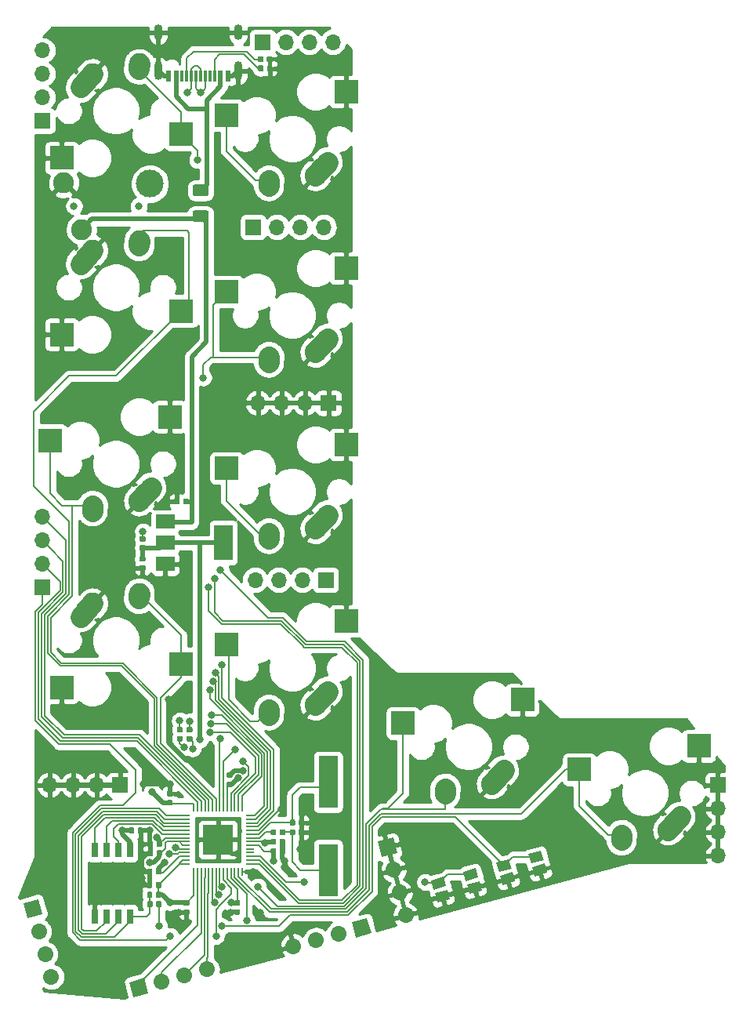
<source format=gbr>
G04 #@! TF.GenerationSoftware,KiCad,Pcbnew,(5.1.4)-1*
G04 #@! TF.CreationDate,2023-02-10T21:18:41-05:00*
G04 #@! TF.ProjectId,ThumbsUp,5468756d-6273-4557-902e-6b696361645f,rev?*
G04 #@! TF.SameCoordinates,Original*
G04 #@! TF.FileFunction,Copper,L2,Bot*
G04 #@! TF.FilePolarity,Positive*
%FSLAX46Y46*%
G04 Gerber Fmt 4.6, Leading zero omitted, Abs format (unit mm)*
G04 Created by KiCad (PCBNEW (5.1.4)-1) date 2023-02-10 21:18:41*
%MOMM*%
%LPD*%
G04 APERTURE LIST*
%ADD10C,1.700000*%
%ADD11C,1.700000*%
%ADD12C,0.100000*%
%ADD13C,0.590000*%
%ADD14O,1.700000X1.700000*%
%ADD15R,1.700000X1.700000*%
%ADD16R,0.600000X1.160000*%
%ADD17R,0.300000X1.160000*%
%ADD18O,0.900000X1.700000*%
%ADD19O,0.900000X2.000000*%
%ADD20C,0.800000*%
%ADD21C,2.250000*%
%ADD22C,3.000000*%
%ADD23C,1.050000*%
%ADD24R,0.650000X1.650000*%
%ADD25R,3.200000X3.200000*%
%ADD26R,0.850000X0.200000*%
%ADD27R,0.200000X0.850000*%
%ADD28R,2.100000X5.600000*%
%ADD29R,2.000000X1.500000*%
%ADD30R,2.000000X3.800000*%
%ADD31R,2.550000X2.500000*%
%ADD32C,2.250000*%
%ADD33C,1.250000*%
%ADD34C,0.200000*%
%ADD35C,0.500000*%
%ADD36C,0.254000*%
G04 APERTURE END LIST*
D10*
X182551669Y-468482524D03*
D11*
X182551669Y-468482524D02*
X182551669Y-468482524D01*
D10*
X185005121Y-467825124D03*
D11*
X185005121Y-467825124D02*
X185005121Y-467825124D01*
D10*
X187458572Y-467167723D03*
D11*
X187458572Y-467167723D02*
X187458572Y-467167723D01*
D10*
X189912024Y-466510323D03*
D12*
G36*
X188870991Y-465909282D02*
G01*
X190513065Y-465469290D01*
X190953057Y-467111364D01*
X189310983Y-467551356D01*
X188870991Y-465909282D01*
X188870991Y-465909282D01*
G37*
G36*
X166436958Y-425190710D02*
G01*
X166451276Y-425192834D01*
X166465317Y-425196351D01*
X166478946Y-425201228D01*
X166492031Y-425207417D01*
X166504447Y-425214858D01*
X166516073Y-425223481D01*
X166526798Y-425233202D01*
X166536519Y-425243927D01*
X166545142Y-425255553D01*
X166552583Y-425267969D01*
X166558772Y-425281054D01*
X166563649Y-425294683D01*
X166567166Y-425308724D01*
X166569290Y-425323042D01*
X166570000Y-425337500D01*
X166570000Y-425632500D01*
X166569290Y-425646958D01*
X166567166Y-425661276D01*
X166563649Y-425675317D01*
X166558772Y-425688946D01*
X166552583Y-425702031D01*
X166545142Y-425714447D01*
X166536519Y-425726073D01*
X166526798Y-425736798D01*
X166516073Y-425746519D01*
X166504447Y-425755142D01*
X166492031Y-425762583D01*
X166478946Y-425768772D01*
X166465317Y-425773649D01*
X166451276Y-425777166D01*
X166436958Y-425779290D01*
X166422500Y-425780000D01*
X166077500Y-425780000D01*
X166063042Y-425779290D01*
X166048724Y-425777166D01*
X166034683Y-425773649D01*
X166021054Y-425768772D01*
X166007969Y-425762583D01*
X165995553Y-425755142D01*
X165983927Y-425746519D01*
X165973202Y-425736798D01*
X165963481Y-425726073D01*
X165954858Y-425714447D01*
X165947417Y-425702031D01*
X165941228Y-425688946D01*
X165936351Y-425675317D01*
X165932834Y-425661276D01*
X165930710Y-425646958D01*
X165930000Y-425632500D01*
X165930000Y-425337500D01*
X165930710Y-425323042D01*
X165932834Y-425308724D01*
X165936351Y-425294683D01*
X165941228Y-425281054D01*
X165947417Y-425267969D01*
X165954858Y-425255553D01*
X165963481Y-425243927D01*
X165973202Y-425233202D01*
X165983927Y-425223481D01*
X165995553Y-425214858D01*
X166007969Y-425207417D01*
X166021054Y-425201228D01*
X166034683Y-425196351D01*
X166048724Y-425192834D01*
X166063042Y-425190710D01*
X166077500Y-425190000D01*
X166422500Y-425190000D01*
X166436958Y-425190710D01*
X166436958Y-425190710D01*
G37*
D13*
X166250000Y-425485000D03*
D12*
G36*
X166436958Y-424220710D02*
G01*
X166451276Y-424222834D01*
X166465317Y-424226351D01*
X166478946Y-424231228D01*
X166492031Y-424237417D01*
X166504447Y-424244858D01*
X166516073Y-424253481D01*
X166526798Y-424263202D01*
X166536519Y-424273927D01*
X166545142Y-424285553D01*
X166552583Y-424297969D01*
X166558772Y-424311054D01*
X166563649Y-424324683D01*
X166567166Y-424338724D01*
X166569290Y-424353042D01*
X166570000Y-424367500D01*
X166570000Y-424662500D01*
X166569290Y-424676958D01*
X166567166Y-424691276D01*
X166563649Y-424705317D01*
X166558772Y-424718946D01*
X166552583Y-424732031D01*
X166545142Y-424744447D01*
X166536519Y-424756073D01*
X166526798Y-424766798D01*
X166516073Y-424776519D01*
X166504447Y-424785142D01*
X166492031Y-424792583D01*
X166478946Y-424798772D01*
X166465317Y-424803649D01*
X166451276Y-424807166D01*
X166436958Y-424809290D01*
X166422500Y-424810000D01*
X166077500Y-424810000D01*
X166063042Y-424809290D01*
X166048724Y-424807166D01*
X166034683Y-424803649D01*
X166021054Y-424798772D01*
X166007969Y-424792583D01*
X165995553Y-424785142D01*
X165983927Y-424776519D01*
X165973202Y-424766798D01*
X165963481Y-424756073D01*
X165954858Y-424744447D01*
X165947417Y-424732031D01*
X165941228Y-424718946D01*
X165936351Y-424705317D01*
X165932834Y-424691276D01*
X165930710Y-424676958D01*
X165930000Y-424662500D01*
X165930000Y-424367500D01*
X165930710Y-424353042D01*
X165932834Y-424338724D01*
X165936351Y-424324683D01*
X165941228Y-424311054D01*
X165947417Y-424297969D01*
X165954858Y-424285553D01*
X165963481Y-424273927D01*
X165973202Y-424263202D01*
X165983927Y-424253481D01*
X165995553Y-424244858D01*
X166007969Y-424237417D01*
X166021054Y-424231228D01*
X166034683Y-424226351D01*
X166048724Y-424222834D01*
X166063042Y-424220710D01*
X166077500Y-424220000D01*
X166422500Y-424220000D01*
X166436958Y-424220710D01*
X166436958Y-424220710D01*
G37*
D13*
X166250000Y-424515000D03*
D14*
X156195921Y-451084972D03*
X158735921Y-451084972D03*
X161275921Y-451084972D03*
D15*
X163815921Y-451084972D03*
D16*
X175475000Y-374560000D03*
X174675000Y-374560000D03*
X175475000Y-374560000D03*
X174675000Y-374560000D03*
X169075000Y-374560000D03*
X169075000Y-374560000D03*
X169875000Y-374560000D03*
X169875000Y-374560000D03*
D17*
X174025000Y-374560000D03*
X173025000Y-374560000D03*
X173525000Y-374560000D03*
X171025000Y-374560000D03*
X170525000Y-374560000D03*
X172525000Y-374560000D03*
X172025000Y-374560000D03*
X171525000Y-374560000D03*
D18*
X176595000Y-369810000D03*
X167955000Y-369810000D03*
D19*
X176595000Y-373980000D03*
X167955000Y-373980000D03*
D14*
X155458726Y-371760794D03*
X155458726Y-374300794D03*
X155458726Y-376840794D03*
D15*
X155458726Y-379380794D03*
D20*
X165850000Y-388575000D03*
X158850000Y-388575000D03*
D21*
X159650000Y-391100000D03*
D22*
X167050000Y-386175000D03*
D21*
X157750000Y-386050000D03*
D14*
X155412019Y-422110280D03*
X155412019Y-424650280D03*
X155412019Y-427190280D03*
D15*
X155412019Y-429730280D03*
D10*
X156391130Y-471814978D03*
D11*
X156391130Y-471814978D02*
X156391130Y-471814978D01*
D10*
X155733730Y-469361526D03*
D11*
X155733730Y-469361526D02*
X155733730Y-469361526D01*
D10*
X155076329Y-466908075D03*
D11*
X155076329Y-466908075D02*
X155076329Y-466908075D01*
D10*
X154418929Y-464454623D03*
D12*
G36*
X153817888Y-465495656D02*
G01*
X153377896Y-463853582D01*
X155019970Y-463413590D01*
X155459962Y-465055664D01*
X153817888Y-465495656D01*
X153817888Y-465495656D01*
G37*
D10*
X194698626Y-465168258D03*
D11*
X194698626Y-465168258D02*
X194698626Y-465168258D01*
D10*
X194041226Y-462714806D03*
D11*
X194041226Y-462714806D02*
X194041226Y-462714806D01*
D10*
X193383825Y-460261355D03*
D11*
X193383825Y-460261355D02*
X193383825Y-460261355D01*
D10*
X192726425Y-457807903D03*
D12*
G36*
X192125384Y-458848936D02*
G01*
X191685392Y-457206862D01*
X193327466Y-456766870D01*
X193767458Y-458408944D01*
X192125384Y-458848936D01*
X192125384Y-458848936D01*
G37*
D14*
X186830000Y-370860000D03*
X184290000Y-370860000D03*
X181750000Y-370860000D03*
D15*
X179210000Y-370860000D03*
D23*
X205675287Y-461200593D03*
D12*
G36*
X206487315Y-461526531D02*
G01*
X205135019Y-461888877D01*
X204863259Y-460874655D01*
X206215555Y-460512309D01*
X206487315Y-461526531D01*
X206487315Y-461526531D01*
G37*
D23*
X209152620Y-460268844D03*
D12*
G36*
X209964648Y-460594782D02*
G01*
X208612352Y-460957128D01*
X208340592Y-459942906D01*
X209692888Y-459580560D01*
X209964648Y-460594782D01*
X209964648Y-460594782D01*
G37*
D23*
X205300000Y-459800000D03*
D12*
G36*
X206112028Y-460125938D02*
G01*
X204759732Y-460488284D01*
X204487972Y-459474062D01*
X205840268Y-459111716D01*
X206112028Y-460125938D01*
X206112028Y-460125938D01*
G37*
D23*
X208777333Y-458868251D03*
D12*
G36*
X209589361Y-459194189D02*
G01*
X208237065Y-459556535D01*
X207965305Y-458542313D01*
X209317601Y-458179967D01*
X209589361Y-459194189D01*
X209589361Y-459194189D01*
G37*
D24*
X164905000Y-458100000D03*
X163635000Y-458100000D03*
X162365000Y-458100000D03*
X161095000Y-458100000D03*
X161095000Y-465300000D03*
X162365000Y-465300000D03*
X163635000Y-465300000D03*
X164905000Y-465300000D03*
D10*
X173212025Y-471010322D03*
D11*
X173212025Y-471010322D02*
X173212025Y-471010322D01*
D10*
X170758573Y-471667722D03*
D11*
X170758573Y-471667722D02*
X170758573Y-471667722D01*
D10*
X168305122Y-472325123D03*
D11*
X168305122Y-472325123D02*
X168305122Y-472325123D01*
D10*
X165851670Y-472982523D03*
D12*
G36*
X164810637Y-472381482D02*
G01*
X166452711Y-471941490D01*
X166892703Y-473583564D01*
X165250629Y-474023556D01*
X164810637Y-472381482D01*
X164810637Y-472381482D01*
G37*
D25*
X174400000Y-457000000D03*
D26*
X170950000Y-454400000D03*
X170950000Y-454800000D03*
X170950000Y-455200000D03*
X170950000Y-455600000D03*
X170950000Y-456000000D03*
X170950000Y-456400000D03*
X170950000Y-456800000D03*
X170950000Y-457200000D03*
X170950000Y-457600000D03*
X170950000Y-458000000D03*
X170950000Y-458400000D03*
X170950000Y-458800000D03*
X170950000Y-459200000D03*
X170950000Y-459600000D03*
D27*
X171800000Y-460450000D03*
X172200000Y-460450000D03*
X172600000Y-460450000D03*
X173000000Y-460450000D03*
X173400000Y-460450000D03*
X173800000Y-460450000D03*
X174200000Y-460450000D03*
X174600000Y-460450000D03*
X175000000Y-460450000D03*
X175400000Y-460450000D03*
X175800000Y-460450000D03*
X176200000Y-460450000D03*
X176600000Y-460450000D03*
X177000000Y-460450000D03*
D26*
X177850000Y-459600000D03*
X177850000Y-459200000D03*
X177850000Y-458800000D03*
X177850000Y-458400000D03*
X177850000Y-458000000D03*
X177850000Y-457600000D03*
X177850000Y-457200000D03*
X177850000Y-456800000D03*
X177850000Y-456400000D03*
X177850000Y-456000000D03*
X177850000Y-455600000D03*
X177850000Y-455200000D03*
X177850000Y-454800000D03*
X177850000Y-454400000D03*
D27*
X177000000Y-453550000D03*
X176600000Y-453550000D03*
X176200000Y-453550000D03*
X175800000Y-453550000D03*
X175400000Y-453550000D03*
X175000000Y-453550000D03*
X174600000Y-453550000D03*
X174200000Y-453550000D03*
X173800000Y-453550000D03*
X173400000Y-453550000D03*
X173000000Y-453550000D03*
X172600000Y-453550000D03*
X172200000Y-453550000D03*
X171800000Y-453550000D03*
D28*
X186300000Y-450775000D03*
X186300000Y-460275000D03*
D14*
X185832025Y-390860322D03*
X183292025Y-390860322D03*
X180752025Y-390860322D03*
D15*
X178212025Y-390860322D03*
D14*
X228412025Y-458730322D03*
X228412025Y-456190322D03*
X228412025Y-453650322D03*
D15*
X228412025Y-451110322D03*
D14*
X178739012Y-409842011D03*
X181279012Y-409842011D03*
X183819012Y-409842011D03*
D15*
X186359012Y-409842011D03*
D14*
X178436722Y-428957847D03*
X180976722Y-428957847D03*
X183516722Y-428957847D03*
D15*
X186056722Y-428957847D03*
D29*
X168700000Y-427225000D03*
X168700000Y-422625000D03*
X168700000Y-424925000D03*
D30*
X175000000Y-424925000D03*
D23*
X198625287Y-463100593D03*
D12*
G36*
X199437315Y-463426531D02*
G01*
X198085019Y-463788877D01*
X197813259Y-462774655D01*
X199165555Y-462412309D01*
X199437315Y-463426531D01*
X199437315Y-463426531D01*
G37*
D23*
X202102620Y-462168844D03*
D12*
G36*
X202914648Y-462494782D02*
G01*
X201562352Y-462857128D01*
X201290592Y-461842906D01*
X202642888Y-461480560D01*
X202914648Y-462494782D01*
X202914648Y-462494782D01*
G37*
D23*
X198250000Y-461700000D03*
D12*
G36*
X199062028Y-462025938D02*
G01*
X197709732Y-462388284D01*
X197437972Y-461374062D01*
X198790268Y-461011716D01*
X199062028Y-462025938D01*
X199062028Y-462025938D01*
G37*
D23*
X201727333Y-460768251D03*
D12*
G36*
X202539361Y-461094189D02*
G01*
X201187065Y-461456535D01*
X200915305Y-460442313D01*
X202267601Y-460079967D01*
X202539361Y-461094189D01*
X202539361Y-461094189D01*
G37*
G36*
X167191958Y-460130710D02*
G01*
X167206276Y-460132834D01*
X167220317Y-460136351D01*
X167233946Y-460141228D01*
X167247031Y-460147417D01*
X167259447Y-460154858D01*
X167271073Y-460163481D01*
X167281798Y-460173202D01*
X167291519Y-460183927D01*
X167300142Y-460195553D01*
X167307583Y-460207969D01*
X167313772Y-460221054D01*
X167318649Y-460234683D01*
X167322166Y-460248724D01*
X167324290Y-460263042D01*
X167325000Y-460277500D01*
X167325000Y-460622500D01*
X167324290Y-460636958D01*
X167322166Y-460651276D01*
X167318649Y-460665317D01*
X167313772Y-460678946D01*
X167307583Y-460692031D01*
X167300142Y-460704447D01*
X167291519Y-460716073D01*
X167281798Y-460726798D01*
X167271073Y-460736519D01*
X167259447Y-460745142D01*
X167247031Y-460752583D01*
X167233946Y-460758772D01*
X167220317Y-460763649D01*
X167206276Y-460767166D01*
X167191958Y-460769290D01*
X167177500Y-460770000D01*
X166882500Y-460770000D01*
X166868042Y-460769290D01*
X166853724Y-460767166D01*
X166839683Y-460763649D01*
X166826054Y-460758772D01*
X166812969Y-460752583D01*
X166800553Y-460745142D01*
X166788927Y-460736519D01*
X166778202Y-460726798D01*
X166768481Y-460716073D01*
X166759858Y-460704447D01*
X166752417Y-460692031D01*
X166746228Y-460678946D01*
X166741351Y-460665317D01*
X166737834Y-460651276D01*
X166735710Y-460636958D01*
X166735000Y-460622500D01*
X166735000Y-460277500D01*
X166735710Y-460263042D01*
X166737834Y-460248724D01*
X166741351Y-460234683D01*
X166746228Y-460221054D01*
X166752417Y-460207969D01*
X166759858Y-460195553D01*
X166768481Y-460183927D01*
X166778202Y-460173202D01*
X166788927Y-460163481D01*
X166800553Y-460154858D01*
X166812969Y-460147417D01*
X166826054Y-460141228D01*
X166839683Y-460136351D01*
X166853724Y-460132834D01*
X166868042Y-460130710D01*
X166882500Y-460130000D01*
X167177500Y-460130000D01*
X167191958Y-460130710D01*
X167191958Y-460130710D01*
G37*
D13*
X167030000Y-460450000D03*
D12*
G36*
X168161958Y-460130710D02*
G01*
X168176276Y-460132834D01*
X168190317Y-460136351D01*
X168203946Y-460141228D01*
X168217031Y-460147417D01*
X168229447Y-460154858D01*
X168241073Y-460163481D01*
X168251798Y-460173202D01*
X168261519Y-460183927D01*
X168270142Y-460195553D01*
X168277583Y-460207969D01*
X168283772Y-460221054D01*
X168288649Y-460234683D01*
X168292166Y-460248724D01*
X168294290Y-460263042D01*
X168295000Y-460277500D01*
X168295000Y-460622500D01*
X168294290Y-460636958D01*
X168292166Y-460651276D01*
X168288649Y-460665317D01*
X168283772Y-460678946D01*
X168277583Y-460692031D01*
X168270142Y-460704447D01*
X168261519Y-460716073D01*
X168251798Y-460726798D01*
X168241073Y-460736519D01*
X168229447Y-460745142D01*
X168217031Y-460752583D01*
X168203946Y-460758772D01*
X168190317Y-460763649D01*
X168176276Y-460767166D01*
X168161958Y-460769290D01*
X168147500Y-460770000D01*
X167852500Y-460770000D01*
X167838042Y-460769290D01*
X167823724Y-460767166D01*
X167809683Y-460763649D01*
X167796054Y-460758772D01*
X167782969Y-460752583D01*
X167770553Y-460745142D01*
X167758927Y-460736519D01*
X167748202Y-460726798D01*
X167738481Y-460716073D01*
X167729858Y-460704447D01*
X167722417Y-460692031D01*
X167716228Y-460678946D01*
X167711351Y-460665317D01*
X167707834Y-460651276D01*
X167705710Y-460636958D01*
X167705000Y-460622500D01*
X167705000Y-460277500D01*
X167705710Y-460263042D01*
X167707834Y-460248724D01*
X167711351Y-460234683D01*
X167716228Y-460221054D01*
X167722417Y-460207969D01*
X167729858Y-460195553D01*
X167738481Y-460183927D01*
X167748202Y-460173202D01*
X167758927Y-460163481D01*
X167770553Y-460154858D01*
X167782969Y-460147417D01*
X167796054Y-460141228D01*
X167809683Y-460136351D01*
X167823724Y-460132834D01*
X167838042Y-460130710D01*
X167852500Y-460130000D01*
X168147500Y-460130000D01*
X168161958Y-460130710D01*
X168161958Y-460130710D01*
G37*
D13*
X168000000Y-460450000D03*
D12*
G36*
X167261958Y-458130710D02*
G01*
X167276276Y-458132834D01*
X167290317Y-458136351D01*
X167303946Y-458141228D01*
X167317031Y-458147417D01*
X167329447Y-458154858D01*
X167341073Y-458163481D01*
X167351798Y-458173202D01*
X167361519Y-458183927D01*
X167370142Y-458195553D01*
X167377583Y-458207969D01*
X167383772Y-458221054D01*
X167388649Y-458234683D01*
X167392166Y-458248724D01*
X167394290Y-458263042D01*
X167395000Y-458277500D01*
X167395000Y-458622500D01*
X167394290Y-458636958D01*
X167392166Y-458651276D01*
X167388649Y-458665317D01*
X167383772Y-458678946D01*
X167377583Y-458692031D01*
X167370142Y-458704447D01*
X167361519Y-458716073D01*
X167351798Y-458726798D01*
X167341073Y-458736519D01*
X167329447Y-458745142D01*
X167317031Y-458752583D01*
X167303946Y-458758772D01*
X167290317Y-458763649D01*
X167276276Y-458767166D01*
X167261958Y-458769290D01*
X167247500Y-458770000D01*
X166952500Y-458770000D01*
X166938042Y-458769290D01*
X166923724Y-458767166D01*
X166909683Y-458763649D01*
X166896054Y-458758772D01*
X166882969Y-458752583D01*
X166870553Y-458745142D01*
X166858927Y-458736519D01*
X166848202Y-458726798D01*
X166838481Y-458716073D01*
X166829858Y-458704447D01*
X166822417Y-458692031D01*
X166816228Y-458678946D01*
X166811351Y-458665317D01*
X166807834Y-458651276D01*
X166805710Y-458636958D01*
X166805000Y-458622500D01*
X166805000Y-458277500D01*
X166805710Y-458263042D01*
X166807834Y-458248724D01*
X166811351Y-458234683D01*
X166816228Y-458221054D01*
X166822417Y-458207969D01*
X166829858Y-458195553D01*
X166838481Y-458183927D01*
X166848202Y-458173202D01*
X166858927Y-458163481D01*
X166870553Y-458154858D01*
X166882969Y-458147417D01*
X166896054Y-458141228D01*
X166909683Y-458136351D01*
X166923724Y-458132834D01*
X166938042Y-458130710D01*
X166952500Y-458130000D01*
X167247500Y-458130000D01*
X167261958Y-458130710D01*
X167261958Y-458130710D01*
G37*
D13*
X167100000Y-458450000D03*
D12*
G36*
X168231958Y-458130710D02*
G01*
X168246276Y-458132834D01*
X168260317Y-458136351D01*
X168273946Y-458141228D01*
X168287031Y-458147417D01*
X168299447Y-458154858D01*
X168311073Y-458163481D01*
X168321798Y-458173202D01*
X168331519Y-458183927D01*
X168340142Y-458195553D01*
X168347583Y-458207969D01*
X168353772Y-458221054D01*
X168358649Y-458234683D01*
X168362166Y-458248724D01*
X168364290Y-458263042D01*
X168365000Y-458277500D01*
X168365000Y-458622500D01*
X168364290Y-458636958D01*
X168362166Y-458651276D01*
X168358649Y-458665317D01*
X168353772Y-458678946D01*
X168347583Y-458692031D01*
X168340142Y-458704447D01*
X168331519Y-458716073D01*
X168321798Y-458726798D01*
X168311073Y-458736519D01*
X168299447Y-458745142D01*
X168287031Y-458752583D01*
X168273946Y-458758772D01*
X168260317Y-458763649D01*
X168246276Y-458767166D01*
X168231958Y-458769290D01*
X168217500Y-458770000D01*
X167922500Y-458770000D01*
X167908042Y-458769290D01*
X167893724Y-458767166D01*
X167879683Y-458763649D01*
X167866054Y-458758772D01*
X167852969Y-458752583D01*
X167840553Y-458745142D01*
X167828927Y-458736519D01*
X167818202Y-458726798D01*
X167808481Y-458716073D01*
X167799858Y-458704447D01*
X167792417Y-458692031D01*
X167786228Y-458678946D01*
X167781351Y-458665317D01*
X167777834Y-458651276D01*
X167775710Y-458636958D01*
X167775000Y-458622500D01*
X167775000Y-458277500D01*
X167775710Y-458263042D01*
X167777834Y-458248724D01*
X167781351Y-458234683D01*
X167786228Y-458221054D01*
X167792417Y-458207969D01*
X167799858Y-458195553D01*
X167808481Y-458183927D01*
X167818202Y-458173202D01*
X167828927Y-458163481D01*
X167840553Y-458154858D01*
X167852969Y-458147417D01*
X167866054Y-458141228D01*
X167879683Y-458136351D01*
X167893724Y-458132834D01*
X167908042Y-458130710D01*
X167922500Y-458130000D01*
X168217500Y-458130000D01*
X168231958Y-458130710D01*
X168231958Y-458130710D01*
G37*
D13*
X168070000Y-458450000D03*
D12*
G36*
X166181958Y-455680710D02*
G01*
X166196276Y-455682834D01*
X166210317Y-455686351D01*
X166223946Y-455691228D01*
X166237031Y-455697417D01*
X166249447Y-455704858D01*
X166261073Y-455713481D01*
X166271798Y-455723202D01*
X166281519Y-455733927D01*
X166290142Y-455745553D01*
X166297583Y-455757969D01*
X166303772Y-455771054D01*
X166308649Y-455784683D01*
X166312166Y-455798724D01*
X166314290Y-455813042D01*
X166315000Y-455827500D01*
X166315000Y-456172500D01*
X166314290Y-456186958D01*
X166312166Y-456201276D01*
X166308649Y-456215317D01*
X166303772Y-456228946D01*
X166297583Y-456242031D01*
X166290142Y-456254447D01*
X166281519Y-456266073D01*
X166271798Y-456276798D01*
X166261073Y-456286519D01*
X166249447Y-456295142D01*
X166237031Y-456302583D01*
X166223946Y-456308772D01*
X166210317Y-456313649D01*
X166196276Y-456317166D01*
X166181958Y-456319290D01*
X166167500Y-456320000D01*
X165872500Y-456320000D01*
X165858042Y-456319290D01*
X165843724Y-456317166D01*
X165829683Y-456313649D01*
X165816054Y-456308772D01*
X165802969Y-456302583D01*
X165790553Y-456295142D01*
X165778927Y-456286519D01*
X165768202Y-456276798D01*
X165758481Y-456266073D01*
X165749858Y-456254447D01*
X165742417Y-456242031D01*
X165736228Y-456228946D01*
X165731351Y-456215317D01*
X165727834Y-456201276D01*
X165725710Y-456186958D01*
X165725000Y-456172500D01*
X165725000Y-455827500D01*
X165725710Y-455813042D01*
X165727834Y-455798724D01*
X165731351Y-455784683D01*
X165736228Y-455771054D01*
X165742417Y-455757969D01*
X165749858Y-455745553D01*
X165758481Y-455733927D01*
X165768202Y-455723202D01*
X165778927Y-455713481D01*
X165790553Y-455704858D01*
X165802969Y-455697417D01*
X165816054Y-455691228D01*
X165829683Y-455686351D01*
X165843724Y-455682834D01*
X165858042Y-455680710D01*
X165872500Y-455680000D01*
X166167500Y-455680000D01*
X166181958Y-455680710D01*
X166181958Y-455680710D01*
G37*
D13*
X166020000Y-456000000D03*
D12*
G36*
X165211958Y-455680710D02*
G01*
X165226276Y-455682834D01*
X165240317Y-455686351D01*
X165253946Y-455691228D01*
X165267031Y-455697417D01*
X165279447Y-455704858D01*
X165291073Y-455713481D01*
X165301798Y-455723202D01*
X165311519Y-455733927D01*
X165320142Y-455745553D01*
X165327583Y-455757969D01*
X165333772Y-455771054D01*
X165338649Y-455784683D01*
X165342166Y-455798724D01*
X165344290Y-455813042D01*
X165345000Y-455827500D01*
X165345000Y-456172500D01*
X165344290Y-456186958D01*
X165342166Y-456201276D01*
X165338649Y-456215317D01*
X165333772Y-456228946D01*
X165327583Y-456242031D01*
X165320142Y-456254447D01*
X165311519Y-456266073D01*
X165301798Y-456276798D01*
X165291073Y-456286519D01*
X165279447Y-456295142D01*
X165267031Y-456302583D01*
X165253946Y-456308772D01*
X165240317Y-456313649D01*
X165226276Y-456317166D01*
X165211958Y-456319290D01*
X165197500Y-456320000D01*
X164902500Y-456320000D01*
X164888042Y-456319290D01*
X164873724Y-456317166D01*
X164859683Y-456313649D01*
X164846054Y-456308772D01*
X164832969Y-456302583D01*
X164820553Y-456295142D01*
X164808927Y-456286519D01*
X164798202Y-456276798D01*
X164788481Y-456266073D01*
X164779858Y-456254447D01*
X164772417Y-456242031D01*
X164766228Y-456228946D01*
X164761351Y-456215317D01*
X164757834Y-456201276D01*
X164755710Y-456186958D01*
X164755000Y-456172500D01*
X164755000Y-455827500D01*
X164755710Y-455813042D01*
X164757834Y-455798724D01*
X164761351Y-455784683D01*
X164766228Y-455771054D01*
X164772417Y-455757969D01*
X164779858Y-455745553D01*
X164788481Y-455733927D01*
X164798202Y-455723202D01*
X164808927Y-455713481D01*
X164820553Y-455704858D01*
X164832969Y-455697417D01*
X164846054Y-455691228D01*
X164859683Y-455686351D01*
X164873724Y-455682834D01*
X164888042Y-455680710D01*
X164902500Y-455680000D01*
X165197500Y-455680000D01*
X165211958Y-455680710D01*
X165211958Y-455680710D01*
G37*
D13*
X165050000Y-456000000D03*
D12*
G36*
X171186958Y-464525710D02*
G01*
X171201276Y-464527834D01*
X171215317Y-464531351D01*
X171228946Y-464536228D01*
X171242031Y-464542417D01*
X171254447Y-464549858D01*
X171266073Y-464558481D01*
X171276798Y-464568202D01*
X171286519Y-464578927D01*
X171295142Y-464590553D01*
X171302583Y-464602969D01*
X171308772Y-464616054D01*
X171313649Y-464629683D01*
X171317166Y-464643724D01*
X171319290Y-464658042D01*
X171320000Y-464672500D01*
X171320000Y-464967500D01*
X171319290Y-464981958D01*
X171317166Y-464996276D01*
X171313649Y-465010317D01*
X171308772Y-465023946D01*
X171302583Y-465037031D01*
X171295142Y-465049447D01*
X171286519Y-465061073D01*
X171276798Y-465071798D01*
X171266073Y-465081519D01*
X171254447Y-465090142D01*
X171242031Y-465097583D01*
X171228946Y-465103772D01*
X171215317Y-465108649D01*
X171201276Y-465112166D01*
X171186958Y-465114290D01*
X171172500Y-465115000D01*
X170827500Y-465115000D01*
X170813042Y-465114290D01*
X170798724Y-465112166D01*
X170784683Y-465108649D01*
X170771054Y-465103772D01*
X170757969Y-465097583D01*
X170745553Y-465090142D01*
X170733927Y-465081519D01*
X170723202Y-465071798D01*
X170713481Y-465061073D01*
X170704858Y-465049447D01*
X170697417Y-465037031D01*
X170691228Y-465023946D01*
X170686351Y-465010317D01*
X170682834Y-464996276D01*
X170680710Y-464981958D01*
X170680000Y-464967500D01*
X170680000Y-464672500D01*
X170680710Y-464658042D01*
X170682834Y-464643724D01*
X170686351Y-464629683D01*
X170691228Y-464616054D01*
X170697417Y-464602969D01*
X170704858Y-464590553D01*
X170713481Y-464578927D01*
X170723202Y-464568202D01*
X170733927Y-464558481D01*
X170745553Y-464549858D01*
X170757969Y-464542417D01*
X170771054Y-464536228D01*
X170784683Y-464531351D01*
X170798724Y-464527834D01*
X170813042Y-464525710D01*
X170827500Y-464525000D01*
X171172500Y-464525000D01*
X171186958Y-464525710D01*
X171186958Y-464525710D01*
G37*
D13*
X171000000Y-464820000D03*
D12*
G36*
X171186958Y-463555710D02*
G01*
X171201276Y-463557834D01*
X171215317Y-463561351D01*
X171228946Y-463566228D01*
X171242031Y-463572417D01*
X171254447Y-463579858D01*
X171266073Y-463588481D01*
X171276798Y-463598202D01*
X171286519Y-463608927D01*
X171295142Y-463620553D01*
X171302583Y-463632969D01*
X171308772Y-463646054D01*
X171313649Y-463659683D01*
X171317166Y-463673724D01*
X171319290Y-463688042D01*
X171320000Y-463702500D01*
X171320000Y-463997500D01*
X171319290Y-464011958D01*
X171317166Y-464026276D01*
X171313649Y-464040317D01*
X171308772Y-464053946D01*
X171302583Y-464067031D01*
X171295142Y-464079447D01*
X171286519Y-464091073D01*
X171276798Y-464101798D01*
X171266073Y-464111519D01*
X171254447Y-464120142D01*
X171242031Y-464127583D01*
X171228946Y-464133772D01*
X171215317Y-464138649D01*
X171201276Y-464142166D01*
X171186958Y-464144290D01*
X171172500Y-464145000D01*
X170827500Y-464145000D01*
X170813042Y-464144290D01*
X170798724Y-464142166D01*
X170784683Y-464138649D01*
X170771054Y-464133772D01*
X170757969Y-464127583D01*
X170745553Y-464120142D01*
X170733927Y-464111519D01*
X170723202Y-464101798D01*
X170713481Y-464091073D01*
X170704858Y-464079447D01*
X170697417Y-464067031D01*
X170691228Y-464053946D01*
X170686351Y-464040317D01*
X170682834Y-464026276D01*
X170680710Y-464011958D01*
X170680000Y-463997500D01*
X170680000Y-463702500D01*
X170680710Y-463688042D01*
X170682834Y-463673724D01*
X170686351Y-463659683D01*
X170691228Y-463646054D01*
X170697417Y-463632969D01*
X170704858Y-463620553D01*
X170713481Y-463608927D01*
X170723202Y-463598202D01*
X170733927Y-463588481D01*
X170745553Y-463579858D01*
X170757969Y-463572417D01*
X170771054Y-463566228D01*
X170784683Y-463561351D01*
X170798724Y-463557834D01*
X170813042Y-463555710D01*
X170827500Y-463555000D01*
X171172500Y-463555000D01*
X171186958Y-463555710D01*
X171186958Y-463555710D01*
G37*
D13*
X171000000Y-463850000D03*
D12*
G36*
X183581958Y-455880710D02*
G01*
X183596276Y-455882834D01*
X183610317Y-455886351D01*
X183623946Y-455891228D01*
X183637031Y-455897417D01*
X183649447Y-455904858D01*
X183661073Y-455913481D01*
X183671798Y-455923202D01*
X183681519Y-455933927D01*
X183690142Y-455945553D01*
X183697583Y-455957969D01*
X183703772Y-455971054D01*
X183708649Y-455984683D01*
X183712166Y-455998724D01*
X183714290Y-456013042D01*
X183715000Y-456027500D01*
X183715000Y-456372500D01*
X183714290Y-456386958D01*
X183712166Y-456401276D01*
X183708649Y-456415317D01*
X183703772Y-456428946D01*
X183697583Y-456442031D01*
X183690142Y-456454447D01*
X183681519Y-456466073D01*
X183671798Y-456476798D01*
X183661073Y-456486519D01*
X183649447Y-456495142D01*
X183637031Y-456502583D01*
X183623946Y-456508772D01*
X183610317Y-456513649D01*
X183596276Y-456517166D01*
X183581958Y-456519290D01*
X183567500Y-456520000D01*
X183272500Y-456520000D01*
X183258042Y-456519290D01*
X183243724Y-456517166D01*
X183229683Y-456513649D01*
X183216054Y-456508772D01*
X183202969Y-456502583D01*
X183190553Y-456495142D01*
X183178927Y-456486519D01*
X183168202Y-456476798D01*
X183158481Y-456466073D01*
X183149858Y-456454447D01*
X183142417Y-456442031D01*
X183136228Y-456428946D01*
X183131351Y-456415317D01*
X183127834Y-456401276D01*
X183125710Y-456386958D01*
X183125000Y-456372500D01*
X183125000Y-456027500D01*
X183125710Y-456013042D01*
X183127834Y-455998724D01*
X183131351Y-455984683D01*
X183136228Y-455971054D01*
X183142417Y-455957969D01*
X183149858Y-455945553D01*
X183158481Y-455933927D01*
X183168202Y-455923202D01*
X183178927Y-455913481D01*
X183190553Y-455904858D01*
X183202969Y-455897417D01*
X183216054Y-455891228D01*
X183229683Y-455886351D01*
X183243724Y-455882834D01*
X183258042Y-455880710D01*
X183272500Y-455880000D01*
X183567500Y-455880000D01*
X183581958Y-455880710D01*
X183581958Y-455880710D01*
G37*
D13*
X183420000Y-456200000D03*
D12*
G36*
X182611958Y-455880710D02*
G01*
X182626276Y-455882834D01*
X182640317Y-455886351D01*
X182653946Y-455891228D01*
X182667031Y-455897417D01*
X182679447Y-455904858D01*
X182691073Y-455913481D01*
X182701798Y-455923202D01*
X182711519Y-455933927D01*
X182720142Y-455945553D01*
X182727583Y-455957969D01*
X182733772Y-455971054D01*
X182738649Y-455984683D01*
X182742166Y-455998724D01*
X182744290Y-456013042D01*
X182745000Y-456027500D01*
X182745000Y-456372500D01*
X182744290Y-456386958D01*
X182742166Y-456401276D01*
X182738649Y-456415317D01*
X182733772Y-456428946D01*
X182727583Y-456442031D01*
X182720142Y-456454447D01*
X182711519Y-456466073D01*
X182701798Y-456476798D01*
X182691073Y-456486519D01*
X182679447Y-456495142D01*
X182667031Y-456502583D01*
X182653946Y-456508772D01*
X182640317Y-456513649D01*
X182626276Y-456517166D01*
X182611958Y-456519290D01*
X182597500Y-456520000D01*
X182302500Y-456520000D01*
X182288042Y-456519290D01*
X182273724Y-456517166D01*
X182259683Y-456513649D01*
X182246054Y-456508772D01*
X182232969Y-456502583D01*
X182220553Y-456495142D01*
X182208927Y-456486519D01*
X182198202Y-456476798D01*
X182188481Y-456466073D01*
X182179858Y-456454447D01*
X182172417Y-456442031D01*
X182166228Y-456428946D01*
X182161351Y-456415317D01*
X182157834Y-456401276D01*
X182155710Y-456386958D01*
X182155000Y-456372500D01*
X182155000Y-456027500D01*
X182155710Y-456013042D01*
X182157834Y-455998724D01*
X182161351Y-455984683D01*
X182166228Y-455971054D01*
X182172417Y-455957969D01*
X182179858Y-455945553D01*
X182188481Y-455933927D01*
X182198202Y-455923202D01*
X182208927Y-455913481D01*
X182220553Y-455904858D01*
X182232969Y-455897417D01*
X182246054Y-455891228D01*
X182259683Y-455886351D01*
X182273724Y-455882834D01*
X182288042Y-455880710D01*
X182302500Y-455880000D01*
X182597500Y-455880000D01*
X182611958Y-455880710D01*
X182611958Y-455880710D01*
G37*
D13*
X182450000Y-456200000D03*
D12*
G36*
X170116958Y-420155710D02*
G01*
X170131276Y-420157834D01*
X170145317Y-420161351D01*
X170158946Y-420166228D01*
X170172031Y-420172417D01*
X170184447Y-420179858D01*
X170196073Y-420188481D01*
X170206798Y-420198202D01*
X170216519Y-420208927D01*
X170225142Y-420220553D01*
X170232583Y-420232969D01*
X170238772Y-420246054D01*
X170243649Y-420259683D01*
X170247166Y-420273724D01*
X170249290Y-420288042D01*
X170250000Y-420302500D01*
X170250000Y-420647500D01*
X170249290Y-420661958D01*
X170247166Y-420676276D01*
X170243649Y-420690317D01*
X170238772Y-420703946D01*
X170232583Y-420717031D01*
X170225142Y-420729447D01*
X170216519Y-420741073D01*
X170206798Y-420751798D01*
X170196073Y-420761519D01*
X170184447Y-420770142D01*
X170172031Y-420777583D01*
X170158946Y-420783772D01*
X170145317Y-420788649D01*
X170131276Y-420792166D01*
X170116958Y-420794290D01*
X170102500Y-420795000D01*
X169807500Y-420795000D01*
X169793042Y-420794290D01*
X169778724Y-420792166D01*
X169764683Y-420788649D01*
X169751054Y-420783772D01*
X169737969Y-420777583D01*
X169725553Y-420770142D01*
X169713927Y-420761519D01*
X169703202Y-420751798D01*
X169693481Y-420741073D01*
X169684858Y-420729447D01*
X169677417Y-420717031D01*
X169671228Y-420703946D01*
X169666351Y-420690317D01*
X169662834Y-420676276D01*
X169660710Y-420661958D01*
X169660000Y-420647500D01*
X169660000Y-420302500D01*
X169660710Y-420288042D01*
X169662834Y-420273724D01*
X169666351Y-420259683D01*
X169671228Y-420246054D01*
X169677417Y-420232969D01*
X169684858Y-420220553D01*
X169693481Y-420208927D01*
X169703202Y-420198202D01*
X169713927Y-420188481D01*
X169725553Y-420179858D01*
X169737969Y-420172417D01*
X169751054Y-420166228D01*
X169764683Y-420161351D01*
X169778724Y-420157834D01*
X169793042Y-420155710D01*
X169807500Y-420155000D01*
X170102500Y-420155000D01*
X170116958Y-420155710D01*
X170116958Y-420155710D01*
G37*
D13*
X169955000Y-420475000D03*
D12*
G36*
X171086958Y-420155710D02*
G01*
X171101276Y-420157834D01*
X171115317Y-420161351D01*
X171128946Y-420166228D01*
X171142031Y-420172417D01*
X171154447Y-420179858D01*
X171166073Y-420188481D01*
X171176798Y-420198202D01*
X171186519Y-420208927D01*
X171195142Y-420220553D01*
X171202583Y-420232969D01*
X171208772Y-420246054D01*
X171213649Y-420259683D01*
X171217166Y-420273724D01*
X171219290Y-420288042D01*
X171220000Y-420302500D01*
X171220000Y-420647500D01*
X171219290Y-420661958D01*
X171217166Y-420676276D01*
X171213649Y-420690317D01*
X171208772Y-420703946D01*
X171202583Y-420717031D01*
X171195142Y-420729447D01*
X171186519Y-420741073D01*
X171176798Y-420751798D01*
X171166073Y-420761519D01*
X171154447Y-420770142D01*
X171142031Y-420777583D01*
X171128946Y-420783772D01*
X171115317Y-420788649D01*
X171101276Y-420792166D01*
X171086958Y-420794290D01*
X171072500Y-420795000D01*
X170777500Y-420795000D01*
X170763042Y-420794290D01*
X170748724Y-420792166D01*
X170734683Y-420788649D01*
X170721054Y-420783772D01*
X170707969Y-420777583D01*
X170695553Y-420770142D01*
X170683927Y-420761519D01*
X170673202Y-420751798D01*
X170663481Y-420741073D01*
X170654858Y-420729447D01*
X170647417Y-420717031D01*
X170641228Y-420703946D01*
X170636351Y-420690317D01*
X170632834Y-420676276D01*
X170630710Y-420661958D01*
X170630000Y-420647500D01*
X170630000Y-420302500D01*
X170630710Y-420288042D01*
X170632834Y-420273724D01*
X170636351Y-420259683D01*
X170641228Y-420246054D01*
X170647417Y-420232969D01*
X170654858Y-420220553D01*
X170663481Y-420208927D01*
X170673202Y-420198202D01*
X170683927Y-420188481D01*
X170695553Y-420179858D01*
X170707969Y-420172417D01*
X170721054Y-420166228D01*
X170734683Y-420161351D01*
X170748724Y-420157834D01*
X170763042Y-420155710D01*
X170777500Y-420155000D01*
X171072500Y-420155000D01*
X171086958Y-420155710D01*
X171086958Y-420155710D01*
G37*
D13*
X170925000Y-420475000D03*
D12*
G36*
X166436958Y-427355710D02*
G01*
X166451276Y-427357834D01*
X166465317Y-427361351D01*
X166478946Y-427366228D01*
X166492031Y-427372417D01*
X166504447Y-427379858D01*
X166516073Y-427388481D01*
X166526798Y-427398202D01*
X166536519Y-427408927D01*
X166545142Y-427420553D01*
X166552583Y-427432969D01*
X166558772Y-427446054D01*
X166563649Y-427459683D01*
X166567166Y-427473724D01*
X166569290Y-427488042D01*
X166570000Y-427502500D01*
X166570000Y-427797500D01*
X166569290Y-427811958D01*
X166567166Y-427826276D01*
X166563649Y-427840317D01*
X166558772Y-427853946D01*
X166552583Y-427867031D01*
X166545142Y-427879447D01*
X166536519Y-427891073D01*
X166526798Y-427901798D01*
X166516073Y-427911519D01*
X166504447Y-427920142D01*
X166492031Y-427927583D01*
X166478946Y-427933772D01*
X166465317Y-427938649D01*
X166451276Y-427942166D01*
X166436958Y-427944290D01*
X166422500Y-427945000D01*
X166077500Y-427945000D01*
X166063042Y-427944290D01*
X166048724Y-427942166D01*
X166034683Y-427938649D01*
X166021054Y-427933772D01*
X166007969Y-427927583D01*
X165995553Y-427920142D01*
X165983927Y-427911519D01*
X165973202Y-427901798D01*
X165963481Y-427891073D01*
X165954858Y-427879447D01*
X165947417Y-427867031D01*
X165941228Y-427853946D01*
X165936351Y-427840317D01*
X165932834Y-427826276D01*
X165930710Y-427811958D01*
X165930000Y-427797500D01*
X165930000Y-427502500D01*
X165930710Y-427488042D01*
X165932834Y-427473724D01*
X165936351Y-427459683D01*
X165941228Y-427446054D01*
X165947417Y-427432969D01*
X165954858Y-427420553D01*
X165963481Y-427408927D01*
X165973202Y-427398202D01*
X165983927Y-427388481D01*
X165995553Y-427379858D01*
X166007969Y-427372417D01*
X166021054Y-427366228D01*
X166034683Y-427361351D01*
X166048724Y-427357834D01*
X166063042Y-427355710D01*
X166077500Y-427355000D01*
X166422500Y-427355000D01*
X166436958Y-427355710D01*
X166436958Y-427355710D01*
G37*
D13*
X166250000Y-427650000D03*
D12*
G36*
X166436958Y-426385710D02*
G01*
X166451276Y-426387834D01*
X166465317Y-426391351D01*
X166478946Y-426396228D01*
X166492031Y-426402417D01*
X166504447Y-426409858D01*
X166516073Y-426418481D01*
X166526798Y-426428202D01*
X166536519Y-426438927D01*
X166545142Y-426450553D01*
X166552583Y-426462969D01*
X166558772Y-426476054D01*
X166563649Y-426489683D01*
X166567166Y-426503724D01*
X166569290Y-426518042D01*
X166570000Y-426532500D01*
X166570000Y-426827500D01*
X166569290Y-426841958D01*
X166567166Y-426856276D01*
X166563649Y-426870317D01*
X166558772Y-426883946D01*
X166552583Y-426897031D01*
X166545142Y-426909447D01*
X166536519Y-426921073D01*
X166526798Y-426931798D01*
X166516073Y-426941519D01*
X166504447Y-426950142D01*
X166492031Y-426957583D01*
X166478946Y-426963772D01*
X166465317Y-426968649D01*
X166451276Y-426972166D01*
X166436958Y-426974290D01*
X166422500Y-426975000D01*
X166077500Y-426975000D01*
X166063042Y-426974290D01*
X166048724Y-426972166D01*
X166034683Y-426968649D01*
X166021054Y-426963772D01*
X166007969Y-426957583D01*
X165995553Y-426950142D01*
X165983927Y-426941519D01*
X165973202Y-426931798D01*
X165963481Y-426921073D01*
X165954858Y-426909447D01*
X165947417Y-426897031D01*
X165941228Y-426883946D01*
X165936351Y-426870317D01*
X165932834Y-426856276D01*
X165930710Y-426841958D01*
X165930000Y-426827500D01*
X165930000Y-426532500D01*
X165930710Y-426518042D01*
X165932834Y-426503724D01*
X165936351Y-426489683D01*
X165941228Y-426476054D01*
X165947417Y-426462969D01*
X165954858Y-426450553D01*
X165963481Y-426438927D01*
X165973202Y-426428202D01*
X165983927Y-426418481D01*
X165995553Y-426409858D01*
X166007969Y-426402417D01*
X166021054Y-426396228D01*
X166034683Y-426391351D01*
X166048724Y-426387834D01*
X166063042Y-426385710D01*
X166077500Y-426385000D01*
X166422500Y-426385000D01*
X166436958Y-426385710D01*
X166436958Y-426385710D01*
G37*
D13*
X166250000Y-426680000D03*
D12*
G36*
X183581958Y-454830710D02*
G01*
X183596276Y-454832834D01*
X183610317Y-454836351D01*
X183623946Y-454841228D01*
X183637031Y-454847417D01*
X183649447Y-454854858D01*
X183661073Y-454863481D01*
X183671798Y-454873202D01*
X183681519Y-454883927D01*
X183690142Y-454895553D01*
X183697583Y-454907969D01*
X183703772Y-454921054D01*
X183708649Y-454934683D01*
X183712166Y-454948724D01*
X183714290Y-454963042D01*
X183715000Y-454977500D01*
X183715000Y-455322500D01*
X183714290Y-455336958D01*
X183712166Y-455351276D01*
X183708649Y-455365317D01*
X183703772Y-455378946D01*
X183697583Y-455392031D01*
X183690142Y-455404447D01*
X183681519Y-455416073D01*
X183671798Y-455426798D01*
X183661073Y-455436519D01*
X183649447Y-455445142D01*
X183637031Y-455452583D01*
X183623946Y-455458772D01*
X183610317Y-455463649D01*
X183596276Y-455467166D01*
X183581958Y-455469290D01*
X183567500Y-455470000D01*
X183272500Y-455470000D01*
X183258042Y-455469290D01*
X183243724Y-455467166D01*
X183229683Y-455463649D01*
X183216054Y-455458772D01*
X183202969Y-455452583D01*
X183190553Y-455445142D01*
X183178927Y-455436519D01*
X183168202Y-455426798D01*
X183158481Y-455416073D01*
X183149858Y-455404447D01*
X183142417Y-455392031D01*
X183136228Y-455378946D01*
X183131351Y-455365317D01*
X183127834Y-455351276D01*
X183125710Y-455336958D01*
X183125000Y-455322500D01*
X183125000Y-454977500D01*
X183125710Y-454963042D01*
X183127834Y-454948724D01*
X183131351Y-454934683D01*
X183136228Y-454921054D01*
X183142417Y-454907969D01*
X183149858Y-454895553D01*
X183158481Y-454883927D01*
X183168202Y-454873202D01*
X183178927Y-454863481D01*
X183190553Y-454854858D01*
X183202969Y-454847417D01*
X183216054Y-454841228D01*
X183229683Y-454836351D01*
X183243724Y-454832834D01*
X183258042Y-454830710D01*
X183272500Y-454830000D01*
X183567500Y-454830000D01*
X183581958Y-454830710D01*
X183581958Y-454830710D01*
G37*
D13*
X183420000Y-455150000D03*
D12*
G36*
X182611958Y-454830710D02*
G01*
X182626276Y-454832834D01*
X182640317Y-454836351D01*
X182653946Y-454841228D01*
X182667031Y-454847417D01*
X182679447Y-454854858D01*
X182691073Y-454863481D01*
X182701798Y-454873202D01*
X182711519Y-454883927D01*
X182720142Y-454895553D01*
X182727583Y-454907969D01*
X182733772Y-454921054D01*
X182738649Y-454934683D01*
X182742166Y-454948724D01*
X182744290Y-454963042D01*
X182745000Y-454977500D01*
X182745000Y-455322500D01*
X182744290Y-455336958D01*
X182742166Y-455351276D01*
X182738649Y-455365317D01*
X182733772Y-455378946D01*
X182727583Y-455392031D01*
X182720142Y-455404447D01*
X182711519Y-455416073D01*
X182701798Y-455426798D01*
X182691073Y-455436519D01*
X182679447Y-455445142D01*
X182667031Y-455452583D01*
X182653946Y-455458772D01*
X182640317Y-455463649D01*
X182626276Y-455467166D01*
X182611958Y-455469290D01*
X182597500Y-455470000D01*
X182302500Y-455470000D01*
X182288042Y-455469290D01*
X182273724Y-455467166D01*
X182259683Y-455463649D01*
X182246054Y-455458772D01*
X182232969Y-455452583D01*
X182220553Y-455445142D01*
X182208927Y-455436519D01*
X182198202Y-455426798D01*
X182188481Y-455416073D01*
X182179858Y-455404447D01*
X182172417Y-455392031D01*
X182166228Y-455378946D01*
X182161351Y-455365317D01*
X182157834Y-455351276D01*
X182155710Y-455336958D01*
X182155000Y-455322500D01*
X182155000Y-454977500D01*
X182155710Y-454963042D01*
X182157834Y-454948724D01*
X182161351Y-454934683D01*
X182166228Y-454921054D01*
X182172417Y-454907969D01*
X182179858Y-454895553D01*
X182188481Y-454883927D01*
X182198202Y-454873202D01*
X182208927Y-454863481D01*
X182220553Y-454854858D01*
X182232969Y-454847417D01*
X182246054Y-454841228D01*
X182259683Y-454836351D01*
X182273724Y-454832834D01*
X182288042Y-454830710D01*
X182302500Y-454830000D01*
X182597500Y-454830000D01*
X182611958Y-454830710D01*
X182611958Y-454830710D01*
G37*
D13*
X182450000Y-455150000D03*
D31*
X170447025Y-438000322D03*
X157520025Y-440540322D03*
D21*
X160862025Y-431460322D03*
X160207026Y-432190322D03*
D32*
X159552025Y-432920322D02*
X160862027Y-431460322D01*
D21*
X165902025Y-430380322D03*
X165882025Y-430670322D03*
D32*
X165862025Y-430960322D02*
X165902025Y-430380322D01*
D31*
X194377025Y-444420323D03*
X207304025Y-441880323D03*
D21*
X203962025Y-450960323D03*
X204617024Y-450230323D03*
D32*
X205272025Y-449500323D02*
X203962023Y-450960323D01*
D21*
X198922025Y-452040323D03*
X198942025Y-451750323D03*
D32*
X198962025Y-451460323D02*
X198922025Y-452040323D01*
D31*
X175327025Y-435920322D03*
X188254025Y-433380322D03*
D21*
X184912025Y-442460322D03*
X185567024Y-441730322D03*
D32*
X186222025Y-441000322D02*
X184912023Y-442460322D01*
D21*
X179872025Y-443540322D03*
X179892025Y-443250322D03*
D32*
X179912025Y-442960322D02*
X179872025Y-443540322D01*
D31*
X156277025Y-413870323D03*
X169204025Y-411330323D03*
D21*
X165862025Y-420410323D03*
X166517024Y-419680323D03*
D32*
X167172025Y-418950323D02*
X165862023Y-420410323D01*
D21*
X160822025Y-421490323D03*
X160842025Y-421200323D03*
D32*
X160862025Y-420910323D02*
X160822025Y-421490323D01*
D31*
X175327025Y-416870322D03*
X188254025Y-414330322D03*
D21*
X184912025Y-423410322D03*
X185567024Y-422680322D03*
D32*
X186222025Y-421950322D02*
X184912023Y-423410322D01*
D21*
X179872025Y-424490322D03*
X179892025Y-424200322D03*
D32*
X179912025Y-423910322D02*
X179872025Y-424490322D01*
D21*
X179892025Y-405150323D03*
D32*
X179912025Y-404860323D02*
X179872025Y-405440323D01*
D21*
X179872025Y-405440323D03*
X185567024Y-403630323D03*
D32*
X186222025Y-402900323D02*
X184912023Y-404360323D01*
D21*
X184912025Y-404360323D03*
D31*
X188254025Y-395280323D03*
X175327025Y-397820323D03*
D21*
X165882026Y-392570322D03*
D32*
X165862026Y-392860322D02*
X165902026Y-392280322D01*
D21*
X165902026Y-392280322D03*
X160207027Y-394090322D03*
D32*
X159552026Y-394820322D02*
X160862028Y-393360322D01*
D21*
X160862026Y-393360322D03*
D31*
X157520026Y-402440322D03*
X170447026Y-399900322D03*
D12*
G36*
X171511958Y-444830710D02*
G01*
X171526276Y-444832834D01*
X171540317Y-444836351D01*
X171553946Y-444841228D01*
X171567031Y-444847417D01*
X171579447Y-444854858D01*
X171591073Y-444863481D01*
X171601798Y-444873202D01*
X171611519Y-444883927D01*
X171620142Y-444895553D01*
X171627583Y-444907969D01*
X171633772Y-444921054D01*
X171638649Y-444934683D01*
X171642166Y-444948724D01*
X171644290Y-444963042D01*
X171645000Y-444977500D01*
X171645000Y-445272500D01*
X171644290Y-445286958D01*
X171642166Y-445301276D01*
X171638649Y-445315317D01*
X171633772Y-445328946D01*
X171627583Y-445342031D01*
X171620142Y-445354447D01*
X171611519Y-445366073D01*
X171601798Y-445376798D01*
X171591073Y-445386519D01*
X171579447Y-445395142D01*
X171567031Y-445402583D01*
X171553946Y-445408772D01*
X171540317Y-445413649D01*
X171526276Y-445417166D01*
X171511958Y-445419290D01*
X171497500Y-445420000D01*
X171152500Y-445420000D01*
X171138042Y-445419290D01*
X171123724Y-445417166D01*
X171109683Y-445413649D01*
X171096054Y-445408772D01*
X171082969Y-445402583D01*
X171070553Y-445395142D01*
X171058927Y-445386519D01*
X171048202Y-445376798D01*
X171038481Y-445366073D01*
X171029858Y-445354447D01*
X171022417Y-445342031D01*
X171016228Y-445328946D01*
X171011351Y-445315317D01*
X171007834Y-445301276D01*
X171005710Y-445286958D01*
X171005000Y-445272500D01*
X171005000Y-444977500D01*
X171005710Y-444963042D01*
X171007834Y-444948724D01*
X171011351Y-444934683D01*
X171016228Y-444921054D01*
X171022417Y-444907969D01*
X171029858Y-444895553D01*
X171038481Y-444883927D01*
X171048202Y-444873202D01*
X171058927Y-444863481D01*
X171070553Y-444854858D01*
X171082969Y-444847417D01*
X171096054Y-444841228D01*
X171109683Y-444836351D01*
X171123724Y-444832834D01*
X171138042Y-444830710D01*
X171152500Y-444830000D01*
X171497500Y-444830000D01*
X171511958Y-444830710D01*
X171511958Y-444830710D01*
G37*
D13*
X171325000Y-445125000D03*
D12*
G36*
X171511958Y-445800710D02*
G01*
X171526276Y-445802834D01*
X171540317Y-445806351D01*
X171553946Y-445811228D01*
X171567031Y-445817417D01*
X171579447Y-445824858D01*
X171591073Y-445833481D01*
X171601798Y-445843202D01*
X171611519Y-445853927D01*
X171620142Y-445865553D01*
X171627583Y-445877969D01*
X171633772Y-445891054D01*
X171638649Y-445904683D01*
X171642166Y-445918724D01*
X171644290Y-445933042D01*
X171645000Y-445947500D01*
X171645000Y-446242500D01*
X171644290Y-446256958D01*
X171642166Y-446271276D01*
X171638649Y-446285317D01*
X171633772Y-446298946D01*
X171627583Y-446312031D01*
X171620142Y-446324447D01*
X171611519Y-446336073D01*
X171601798Y-446346798D01*
X171591073Y-446356519D01*
X171579447Y-446365142D01*
X171567031Y-446372583D01*
X171553946Y-446378772D01*
X171540317Y-446383649D01*
X171526276Y-446387166D01*
X171511958Y-446389290D01*
X171497500Y-446390000D01*
X171152500Y-446390000D01*
X171138042Y-446389290D01*
X171123724Y-446387166D01*
X171109683Y-446383649D01*
X171096054Y-446378772D01*
X171082969Y-446372583D01*
X171070553Y-446365142D01*
X171058927Y-446356519D01*
X171048202Y-446346798D01*
X171038481Y-446336073D01*
X171029858Y-446324447D01*
X171022417Y-446312031D01*
X171016228Y-446298946D01*
X171011351Y-446285317D01*
X171007834Y-446271276D01*
X171005710Y-446256958D01*
X171005000Y-446242500D01*
X171005000Y-445947500D01*
X171005710Y-445933042D01*
X171007834Y-445918724D01*
X171011351Y-445904683D01*
X171016228Y-445891054D01*
X171022417Y-445877969D01*
X171029858Y-445865553D01*
X171038481Y-445853927D01*
X171048202Y-445843202D01*
X171058927Y-445833481D01*
X171070553Y-445824858D01*
X171082969Y-445817417D01*
X171096054Y-445811228D01*
X171109683Y-445806351D01*
X171123724Y-445802834D01*
X171138042Y-445800710D01*
X171152500Y-445800000D01*
X171497500Y-445800000D01*
X171511958Y-445800710D01*
X171511958Y-445800710D01*
G37*
D13*
X171325000Y-446095000D03*
D12*
G36*
X167211958Y-463630710D02*
G01*
X167226276Y-463632834D01*
X167240317Y-463636351D01*
X167253946Y-463641228D01*
X167267031Y-463647417D01*
X167279447Y-463654858D01*
X167291073Y-463663481D01*
X167301798Y-463673202D01*
X167311519Y-463683927D01*
X167320142Y-463695553D01*
X167327583Y-463707969D01*
X167333772Y-463721054D01*
X167338649Y-463734683D01*
X167342166Y-463748724D01*
X167344290Y-463763042D01*
X167345000Y-463777500D01*
X167345000Y-464122500D01*
X167344290Y-464136958D01*
X167342166Y-464151276D01*
X167338649Y-464165317D01*
X167333772Y-464178946D01*
X167327583Y-464192031D01*
X167320142Y-464204447D01*
X167311519Y-464216073D01*
X167301798Y-464226798D01*
X167291073Y-464236519D01*
X167279447Y-464245142D01*
X167267031Y-464252583D01*
X167253946Y-464258772D01*
X167240317Y-464263649D01*
X167226276Y-464267166D01*
X167211958Y-464269290D01*
X167197500Y-464270000D01*
X166902500Y-464270000D01*
X166888042Y-464269290D01*
X166873724Y-464267166D01*
X166859683Y-464263649D01*
X166846054Y-464258772D01*
X166832969Y-464252583D01*
X166820553Y-464245142D01*
X166808927Y-464236519D01*
X166798202Y-464226798D01*
X166788481Y-464216073D01*
X166779858Y-464204447D01*
X166772417Y-464192031D01*
X166766228Y-464178946D01*
X166761351Y-464165317D01*
X166757834Y-464151276D01*
X166755710Y-464136958D01*
X166755000Y-464122500D01*
X166755000Y-463777500D01*
X166755710Y-463763042D01*
X166757834Y-463748724D01*
X166761351Y-463734683D01*
X166766228Y-463721054D01*
X166772417Y-463707969D01*
X166779858Y-463695553D01*
X166788481Y-463683927D01*
X166798202Y-463673202D01*
X166808927Y-463663481D01*
X166820553Y-463654858D01*
X166832969Y-463647417D01*
X166846054Y-463641228D01*
X166859683Y-463636351D01*
X166873724Y-463632834D01*
X166888042Y-463630710D01*
X166902500Y-463630000D01*
X167197500Y-463630000D01*
X167211958Y-463630710D01*
X167211958Y-463630710D01*
G37*
D13*
X167050000Y-463950000D03*
D12*
G36*
X168181958Y-463630710D02*
G01*
X168196276Y-463632834D01*
X168210317Y-463636351D01*
X168223946Y-463641228D01*
X168237031Y-463647417D01*
X168249447Y-463654858D01*
X168261073Y-463663481D01*
X168271798Y-463673202D01*
X168281519Y-463683927D01*
X168290142Y-463695553D01*
X168297583Y-463707969D01*
X168303772Y-463721054D01*
X168308649Y-463734683D01*
X168312166Y-463748724D01*
X168314290Y-463763042D01*
X168315000Y-463777500D01*
X168315000Y-464122500D01*
X168314290Y-464136958D01*
X168312166Y-464151276D01*
X168308649Y-464165317D01*
X168303772Y-464178946D01*
X168297583Y-464192031D01*
X168290142Y-464204447D01*
X168281519Y-464216073D01*
X168271798Y-464226798D01*
X168261073Y-464236519D01*
X168249447Y-464245142D01*
X168237031Y-464252583D01*
X168223946Y-464258772D01*
X168210317Y-464263649D01*
X168196276Y-464267166D01*
X168181958Y-464269290D01*
X168167500Y-464270000D01*
X167872500Y-464270000D01*
X167858042Y-464269290D01*
X167843724Y-464267166D01*
X167829683Y-464263649D01*
X167816054Y-464258772D01*
X167802969Y-464252583D01*
X167790553Y-464245142D01*
X167778927Y-464236519D01*
X167768202Y-464226798D01*
X167758481Y-464216073D01*
X167749858Y-464204447D01*
X167742417Y-464192031D01*
X167736228Y-464178946D01*
X167731351Y-464165317D01*
X167727834Y-464151276D01*
X167725710Y-464136958D01*
X167725000Y-464122500D01*
X167725000Y-463777500D01*
X167725710Y-463763042D01*
X167727834Y-463748724D01*
X167731351Y-463734683D01*
X167736228Y-463721054D01*
X167742417Y-463707969D01*
X167749858Y-463695553D01*
X167758481Y-463683927D01*
X167768202Y-463673202D01*
X167778927Y-463663481D01*
X167790553Y-463654858D01*
X167802969Y-463647417D01*
X167816054Y-463641228D01*
X167829683Y-463636351D01*
X167843724Y-463632834D01*
X167858042Y-463630710D01*
X167872500Y-463630000D01*
X168167500Y-463630000D01*
X168181958Y-463630710D01*
X168181958Y-463630710D01*
G37*
D13*
X168020000Y-463950000D03*
D12*
G36*
X175861958Y-449730710D02*
G01*
X175876276Y-449732834D01*
X175890317Y-449736351D01*
X175903946Y-449741228D01*
X175917031Y-449747417D01*
X175929447Y-449754858D01*
X175941073Y-449763481D01*
X175951798Y-449773202D01*
X175961519Y-449783927D01*
X175970142Y-449795553D01*
X175977583Y-449807969D01*
X175983772Y-449821054D01*
X175988649Y-449834683D01*
X175992166Y-449848724D01*
X175994290Y-449863042D01*
X175995000Y-449877500D01*
X175995000Y-450172500D01*
X175994290Y-450186958D01*
X175992166Y-450201276D01*
X175988649Y-450215317D01*
X175983772Y-450228946D01*
X175977583Y-450242031D01*
X175970142Y-450254447D01*
X175961519Y-450266073D01*
X175951798Y-450276798D01*
X175941073Y-450286519D01*
X175929447Y-450295142D01*
X175917031Y-450302583D01*
X175903946Y-450308772D01*
X175890317Y-450313649D01*
X175876276Y-450317166D01*
X175861958Y-450319290D01*
X175847500Y-450320000D01*
X175502500Y-450320000D01*
X175488042Y-450319290D01*
X175473724Y-450317166D01*
X175459683Y-450313649D01*
X175446054Y-450308772D01*
X175432969Y-450302583D01*
X175420553Y-450295142D01*
X175408927Y-450286519D01*
X175398202Y-450276798D01*
X175388481Y-450266073D01*
X175379858Y-450254447D01*
X175372417Y-450242031D01*
X175366228Y-450228946D01*
X175361351Y-450215317D01*
X175357834Y-450201276D01*
X175355710Y-450186958D01*
X175355000Y-450172500D01*
X175355000Y-449877500D01*
X175355710Y-449863042D01*
X175357834Y-449848724D01*
X175361351Y-449834683D01*
X175366228Y-449821054D01*
X175372417Y-449807969D01*
X175379858Y-449795553D01*
X175388481Y-449783927D01*
X175398202Y-449773202D01*
X175408927Y-449763481D01*
X175420553Y-449754858D01*
X175432969Y-449747417D01*
X175446054Y-449741228D01*
X175459683Y-449736351D01*
X175473724Y-449732834D01*
X175488042Y-449730710D01*
X175502500Y-449730000D01*
X175847500Y-449730000D01*
X175861958Y-449730710D01*
X175861958Y-449730710D01*
G37*
D13*
X175675000Y-450025000D03*
D12*
G36*
X175861958Y-450700710D02*
G01*
X175876276Y-450702834D01*
X175890317Y-450706351D01*
X175903946Y-450711228D01*
X175917031Y-450717417D01*
X175929447Y-450724858D01*
X175941073Y-450733481D01*
X175951798Y-450743202D01*
X175961519Y-450753927D01*
X175970142Y-450765553D01*
X175977583Y-450777969D01*
X175983772Y-450791054D01*
X175988649Y-450804683D01*
X175992166Y-450818724D01*
X175994290Y-450833042D01*
X175995000Y-450847500D01*
X175995000Y-451142500D01*
X175994290Y-451156958D01*
X175992166Y-451171276D01*
X175988649Y-451185317D01*
X175983772Y-451198946D01*
X175977583Y-451212031D01*
X175970142Y-451224447D01*
X175961519Y-451236073D01*
X175951798Y-451246798D01*
X175941073Y-451256519D01*
X175929447Y-451265142D01*
X175917031Y-451272583D01*
X175903946Y-451278772D01*
X175890317Y-451283649D01*
X175876276Y-451287166D01*
X175861958Y-451289290D01*
X175847500Y-451290000D01*
X175502500Y-451290000D01*
X175488042Y-451289290D01*
X175473724Y-451287166D01*
X175459683Y-451283649D01*
X175446054Y-451278772D01*
X175432969Y-451272583D01*
X175420553Y-451265142D01*
X175408927Y-451256519D01*
X175398202Y-451246798D01*
X175388481Y-451236073D01*
X175379858Y-451224447D01*
X175372417Y-451212031D01*
X175366228Y-451198946D01*
X175361351Y-451185317D01*
X175357834Y-451171276D01*
X175355710Y-451156958D01*
X175355000Y-451142500D01*
X175355000Y-450847500D01*
X175355710Y-450833042D01*
X175357834Y-450818724D01*
X175361351Y-450804683D01*
X175366228Y-450791054D01*
X175372417Y-450777969D01*
X175379858Y-450765553D01*
X175388481Y-450753927D01*
X175398202Y-450743202D01*
X175408927Y-450733481D01*
X175420553Y-450724858D01*
X175432969Y-450717417D01*
X175446054Y-450711228D01*
X175459683Y-450706351D01*
X175473724Y-450702834D01*
X175488042Y-450700710D01*
X175502500Y-450700000D01*
X175847500Y-450700000D01*
X175861958Y-450700710D01*
X175861958Y-450700710D01*
G37*
D13*
X175675000Y-450995000D03*
D12*
G36*
X176674958Y-464505710D02*
G01*
X176689276Y-464507834D01*
X176703317Y-464511351D01*
X176716946Y-464516228D01*
X176730031Y-464522417D01*
X176742447Y-464529858D01*
X176754073Y-464538481D01*
X176764798Y-464548202D01*
X176774519Y-464558927D01*
X176783142Y-464570553D01*
X176790583Y-464582969D01*
X176796772Y-464596054D01*
X176801649Y-464609683D01*
X176805166Y-464623724D01*
X176807290Y-464638042D01*
X176808000Y-464652500D01*
X176808000Y-464947500D01*
X176807290Y-464961958D01*
X176805166Y-464976276D01*
X176801649Y-464990317D01*
X176796772Y-465003946D01*
X176790583Y-465017031D01*
X176783142Y-465029447D01*
X176774519Y-465041073D01*
X176764798Y-465051798D01*
X176754073Y-465061519D01*
X176742447Y-465070142D01*
X176730031Y-465077583D01*
X176716946Y-465083772D01*
X176703317Y-465088649D01*
X176689276Y-465092166D01*
X176674958Y-465094290D01*
X176660500Y-465095000D01*
X176315500Y-465095000D01*
X176301042Y-465094290D01*
X176286724Y-465092166D01*
X176272683Y-465088649D01*
X176259054Y-465083772D01*
X176245969Y-465077583D01*
X176233553Y-465070142D01*
X176221927Y-465061519D01*
X176211202Y-465051798D01*
X176201481Y-465041073D01*
X176192858Y-465029447D01*
X176185417Y-465017031D01*
X176179228Y-465003946D01*
X176174351Y-464990317D01*
X176170834Y-464976276D01*
X176168710Y-464961958D01*
X176168000Y-464947500D01*
X176168000Y-464652500D01*
X176168710Y-464638042D01*
X176170834Y-464623724D01*
X176174351Y-464609683D01*
X176179228Y-464596054D01*
X176185417Y-464582969D01*
X176192858Y-464570553D01*
X176201481Y-464558927D01*
X176211202Y-464548202D01*
X176221927Y-464538481D01*
X176233553Y-464529858D01*
X176245969Y-464522417D01*
X176259054Y-464516228D01*
X176272683Y-464511351D01*
X176286724Y-464507834D01*
X176301042Y-464505710D01*
X176315500Y-464505000D01*
X176660500Y-464505000D01*
X176674958Y-464505710D01*
X176674958Y-464505710D01*
G37*
D13*
X176488000Y-464800000D03*
D12*
G36*
X176674958Y-463535710D02*
G01*
X176689276Y-463537834D01*
X176703317Y-463541351D01*
X176716946Y-463546228D01*
X176730031Y-463552417D01*
X176742447Y-463559858D01*
X176754073Y-463568481D01*
X176764798Y-463578202D01*
X176774519Y-463588927D01*
X176783142Y-463600553D01*
X176790583Y-463612969D01*
X176796772Y-463626054D01*
X176801649Y-463639683D01*
X176805166Y-463653724D01*
X176807290Y-463668042D01*
X176808000Y-463682500D01*
X176808000Y-463977500D01*
X176807290Y-463991958D01*
X176805166Y-464006276D01*
X176801649Y-464020317D01*
X176796772Y-464033946D01*
X176790583Y-464047031D01*
X176783142Y-464059447D01*
X176774519Y-464071073D01*
X176764798Y-464081798D01*
X176754073Y-464091519D01*
X176742447Y-464100142D01*
X176730031Y-464107583D01*
X176716946Y-464113772D01*
X176703317Y-464118649D01*
X176689276Y-464122166D01*
X176674958Y-464124290D01*
X176660500Y-464125000D01*
X176315500Y-464125000D01*
X176301042Y-464124290D01*
X176286724Y-464122166D01*
X176272683Y-464118649D01*
X176259054Y-464113772D01*
X176245969Y-464107583D01*
X176233553Y-464100142D01*
X176221927Y-464091519D01*
X176211202Y-464081798D01*
X176201481Y-464071073D01*
X176192858Y-464059447D01*
X176185417Y-464047031D01*
X176179228Y-464033946D01*
X176174351Y-464020317D01*
X176170834Y-464006276D01*
X176168710Y-463991958D01*
X176168000Y-463977500D01*
X176168000Y-463682500D01*
X176168710Y-463668042D01*
X176170834Y-463653724D01*
X176174351Y-463639683D01*
X176179228Y-463626054D01*
X176185417Y-463612969D01*
X176192858Y-463600553D01*
X176201481Y-463588927D01*
X176211202Y-463578202D01*
X176221927Y-463568481D01*
X176233553Y-463559858D01*
X176245969Y-463552417D01*
X176259054Y-463546228D01*
X176272683Y-463541351D01*
X176286724Y-463537834D01*
X176301042Y-463535710D01*
X176315500Y-463535000D01*
X176660500Y-463535000D01*
X176674958Y-463535710D01*
X176674958Y-463535710D01*
G37*
D13*
X176488000Y-463830000D03*
D12*
G36*
X181531958Y-455880710D02*
G01*
X181546276Y-455882834D01*
X181560317Y-455886351D01*
X181573946Y-455891228D01*
X181587031Y-455897417D01*
X181599447Y-455904858D01*
X181611073Y-455913481D01*
X181621798Y-455923202D01*
X181631519Y-455933927D01*
X181640142Y-455945553D01*
X181647583Y-455957969D01*
X181653772Y-455971054D01*
X181658649Y-455984683D01*
X181662166Y-455998724D01*
X181664290Y-456013042D01*
X181665000Y-456027500D01*
X181665000Y-456372500D01*
X181664290Y-456386958D01*
X181662166Y-456401276D01*
X181658649Y-456415317D01*
X181653772Y-456428946D01*
X181647583Y-456442031D01*
X181640142Y-456454447D01*
X181631519Y-456466073D01*
X181621798Y-456476798D01*
X181611073Y-456486519D01*
X181599447Y-456495142D01*
X181587031Y-456502583D01*
X181573946Y-456508772D01*
X181560317Y-456513649D01*
X181546276Y-456517166D01*
X181531958Y-456519290D01*
X181517500Y-456520000D01*
X181222500Y-456520000D01*
X181208042Y-456519290D01*
X181193724Y-456517166D01*
X181179683Y-456513649D01*
X181166054Y-456508772D01*
X181152969Y-456502583D01*
X181140553Y-456495142D01*
X181128927Y-456486519D01*
X181118202Y-456476798D01*
X181108481Y-456466073D01*
X181099858Y-456454447D01*
X181092417Y-456442031D01*
X181086228Y-456428946D01*
X181081351Y-456415317D01*
X181077834Y-456401276D01*
X181075710Y-456386958D01*
X181075000Y-456372500D01*
X181075000Y-456027500D01*
X181075710Y-456013042D01*
X181077834Y-455998724D01*
X181081351Y-455984683D01*
X181086228Y-455971054D01*
X181092417Y-455957969D01*
X181099858Y-455945553D01*
X181108481Y-455933927D01*
X181118202Y-455923202D01*
X181128927Y-455913481D01*
X181140553Y-455904858D01*
X181152969Y-455897417D01*
X181166054Y-455891228D01*
X181179683Y-455886351D01*
X181193724Y-455882834D01*
X181208042Y-455880710D01*
X181222500Y-455880000D01*
X181517500Y-455880000D01*
X181531958Y-455880710D01*
X181531958Y-455880710D01*
G37*
D13*
X181370000Y-456200000D03*
D12*
G36*
X180561958Y-455880710D02*
G01*
X180576276Y-455882834D01*
X180590317Y-455886351D01*
X180603946Y-455891228D01*
X180617031Y-455897417D01*
X180629447Y-455904858D01*
X180641073Y-455913481D01*
X180651798Y-455923202D01*
X180661519Y-455933927D01*
X180670142Y-455945553D01*
X180677583Y-455957969D01*
X180683772Y-455971054D01*
X180688649Y-455984683D01*
X180692166Y-455998724D01*
X180694290Y-456013042D01*
X180695000Y-456027500D01*
X180695000Y-456372500D01*
X180694290Y-456386958D01*
X180692166Y-456401276D01*
X180688649Y-456415317D01*
X180683772Y-456428946D01*
X180677583Y-456442031D01*
X180670142Y-456454447D01*
X180661519Y-456466073D01*
X180651798Y-456476798D01*
X180641073Y-456486519D01*
X180629447Y-456495142D01*
X180617031Y-456502583D01*
X180603946Y-456508772D01*
X180590317Y-456513649D01*
X180576276Y-456517166D01*
X180561958Y-456519290D01*
X180547500Y-456520000D01*
X180252500Y-456520000D01*
X180238042Y-456519290D01*
X180223724Y-456517166D01*
X180209683Y-456513649D01*
X180196054Y-456508772D01*
X180182969Y-456502583D01*
X180170553Y-456495142D01*
X180158927Y-456486519D01*
X180148202Y-456476798D01*
X180138481Y-456466073D01*
X180129858Y-456454447D01*
X180122417Y-456442031D01*
X180116228Y-456428946D01*
X180111351Y-456415317D01*
X180107834Y-456401276D01*
X180105710Y-456386958D01*
X180105000Y-456372500D01*
X180105000Y-456027500D01*
X180105710Y-456013042D01*
X180107834Y-455998724D01*
X180111351Y-455984683D01*
X180116228Y-455971054D01*
X180122417Y-455957969D01*
X180129858Y-455945553D01*
X180138481Y-455933927D01*
X180148202Y-455923202D01*
X180158927Y-455913481D01*
X180170553Y-455904858D01*
X180182969Y-455897417D01*
X180196054Y-455891228D01*
X180209683Y-455886351D01*
X180223724Y-455882834D01*
X180238042Y-455880710D01*
X180252500Y-455880000D01*
X180547500Y-455880000D01*
X180561958Y-455880710D01*
X180561958Y-455880710D01*
G37*
D13*
X180400000Y-456200000D03*
D12*
G36*
X170461958Y-444820710D02*
G01*
X170476276Y-444822834D01*
X170490317Y-444826351D01*
X170503946Y-444831228D01*
X170517031Y-444837417D01*
X170529447Y-444844858D01*
X170541073Y-444853481D01*
X170551798Y-444863202D01*
X170561519Y-444873927D01*
X170570142Y-444885553D01*
X170577583Y-444897969D01*
X170583772Y-444911054D01*
X170588649Y-444924683D01*
X170592166Y-444938724D01*
X170594290Y-444953042D01*
X170595000Y-444967500D01*
X170595000Y-445262500D01*
X170594290Y-445276958D01*
X170592166Y-445291276D01*
X170588649Y-445305317D01*
X170583772Y-445318946D01*
X170577583Y-445332031D01*
X170570142Y-445344447D01*
X170561519Y-445356073D01*
X170551798Y-445366798D01*
X170541073Y-445376519D01*
X170529447Y-445385142D01*
X170517031Y-445392583D01*
X170503946Y-445398772D01*
X170490317Y-445403649D01*
X170476276Y-445407166D01*
X170461958Y-445409290D01*
X170447500Y-445410000D01*
X170102500Y-445410000D01*
X170088042Y-445409290D01*
X170073724Y-445407166D01*
X170059683Y-445403649D01*
X170046054Y-445398772D01*
X170032969Y-445392583D01*
X170020553Y-445385142D01*
X170008927Y-445376519D01*
X169998202Y-445366798D01*
X169988481Y-445356073D01*
X169979858Y-445344447D01*
X169972417Y-445332031D01*
X169966228Y-445318946D01*
X169961351Y-445305317D01*
X169957834Y-445291276D01*
X169955710Y-445276958D01*
X169955000Y-445262500D01*
X169955000Y-444967500D01*
X169955710Y-444953042D01*
X169957834Y-444938724D01*
X169961351Y-444924683D01*
X169966228Y-444911054D01*
X169972417Y-444897969D01*
X169979858Y-444885553D01*
X169988481Y-444873927D01*
X169998202Y-444863202D01*
X170008927Y-444853481D01*
X170020553Y-444844858D01*
X170032969Y-444837417D01*
X170046054Y-444831228D01*
X170059683Y-444826351D01*
X170073724Y-444822834D01*
X170088042Y-444820710D01*
X170102500Y-444820000D01*
X170447500Y-444820000D01*
X170461958Y-444820710D01*
X170461958Y-444820710D01*
G37*
D13*
X170275000Y-445115000D03*
D12*
G36*
X170461958Y-445790710D02*
G01*
X170476276Y-445792834D01*
X170490317Y-445796351D01*
X170503946Y-445801228D01*
X170517031Y-445807417D01*
X170529447Y-445814858D01*
X170541073Y-445823481D01*
X170551798Y-445833202D01*
X170561519Y-445843927D01*
X170570142Y-445855553D01*
X170577583Y-445867969D01*
X170583772Y-445881054D01*
X170588649Y-445894683D01*
X170592166Y-445908724D01*
X170594290Y-445923042D01*
X170595000Y-445937500D01*
X170595000Y-446232500D01*
X170594290Y-446246958D01*
X170592166Y-446261276D01*
X170588649Y-446275317D01*
X170583772Y-446288946D01*
X170577583Y-446302031D01*
X170570142Y-446314447D01*
X170561519Y-446326073D01*
X170551798Y-446336798D01*
X170541073Y-446346519D01*
X170529447Y-446355142D01*
X170517031Y-446362583D01*
X170503946Y-446368772D01*
X170490317Y-446373649D01*
X170476276Y-446377166D01*
X170461958Y-446379290D01*
X170447500Y-446380000D01*
X170102500Y-446380000D01*
X170088042Y-446379290D01*
X170073724Y-446377166D01*
X170059683Y-446373649D01*
X170046054Y-446368772D01*
X170032969Y-446362583D01*
X170020553Y-446355142D01*
X170008927Y-446346519D01*
X169998202Y-446336798D01*
X169988481Y-446326073D01*
X169979858Y-446314447D01*
X169972417Y-446302031D01*
X169966228Y-446288946D01*
X169961351Y-446275317D01*
X169957834Y-446261276D01*
X169955710Y-446246958D01*
X169955000Y-446232500D01*
X169955000Y-445937500D01*
X169955710Y-445923042D01*
X169957834Y-445908724D01*
X169961351Y-445894683D01*
X169966228Y-445881054D01*
X169972417Y-445867969D01*
X169979858Y-445855553D01*
X169988481Y-445843927D01*
X169998202Y-445833202D01*
X170008927Y-445823481D01*
X170020553Y-445814858D01*
X170032969Y-445807417D01*
X170046054Y-445801228D01*
X170059683Y-445796351D01*
X170073724Y-445792834D01*
X170088042Y-445790710D01*
X170102500Y-445790000D01*
X170447500Y-445790000D01*
X170461958Y-445790710D01*
X170461958Y-445790710D01*
G37*
D13*
X170275000Y-446085000D03*
D12*
G36*
X181531958Y-456905710D02*
G01*
X181546276Y-456907834D01*
X181560317Y-456911351D01*
X181573946Y-456916228D01*
X181587031Y-456922417D01*
X181599447Y-456929858D01*
X181611073Y-456938481D01*
X181621798Y-456948202D01*
X181631519Y-456958927D01*
X181640142Y-456970553D01*
X181647583Y-456982969D01*
X181653772Y-456996054D01*
X181658649Y-457009683D01*
X181662166Y-457023724D01*
X181664290Y-457038042D01*
X181665000Y-457052500D01*
X181665000Y-457397500D01*
X181664290Y-457411958D01*
X181662166Y-457426276D01*
X181658649Y-457440317D01*
X181653772Y-457453946D01*
X181647583Y-457467031D01*
X181640142Y-457479447D01*
X181631519Y-457491073D01*
X181621798Y-457501798D01*
X181611073Y-457511519D01*
X181599447Y-457520142D01*
X181587031Y-457527583D01*
X181573946Y-457533772D01*
X181560317Y-457538649D01*
X181546276Y-457542166D01*
X181531958Y-457544290D01*
X181517500Y-457545000D01*
X181222500Y-457545000D01*
X181208042Y-457544290D01*
X181193724Y-457542166D01*
X181179683Y-457538649D01*
X181166054Y-457533772D01*
X181152969Y-457527583D01*
X181140553Y-457520142D01*
X181128927Y-457511519D01*
X181118202Y-457501798D01*
X181108481Y-457491073D01*
X181099858Y-457479447D01*
X181092417Y-457467031D01*
X181086228Y-457453946D01*
X181081351Y-457440317D01*
X181077834Y-457426276D01*
X181075710Y-457411958D01*
X181075000Y-457397500D01*
X181075000Y-457052500D01*
X181075710Y-457038042D01*
X181077834Y-457023724D01*
X181081351Y-457009683D01*
X181086228Y-456996054D01*
X181092417Y-456982969D01*
X181099858Y-456970553D01*
X181108481Y-456958927D01*
X181118202Y-456948202D01*
X181128927Y-456938481D01*
X181140553Y-456929858D01*
X181152969Y-456922417D01*
X181166054Y-456916228D01*
X181179683Y-456911351D01*
X181193724Y-456907834D01*
X181208042Y-456905710D01*
X181222500Y-456905000D01*
X181517500Y-456905000D01*
X181531958Y-456905710D01*
X181531958Y-456905710D01*
G37*
D13*
X181370000Y-457225000D03*
D12*
G36*
X180561958Y-456905710D02*
G01*
X180576276Y-456907834D01*
X180590317Y-456911351D01*
X180603946Y-456916228D01*
X180617031Y-456922417D01*
X180629447Y-456929858D01*
X180641073Y-456938481D01*
X180651798Y-456948202D01*
X180661519Y-456958927D01*
X180670142Y-456970553D01*
X180677583Y-456982969D01*
X180683772Y-456996054D01*
X180688649Y-457009683D01*
X180692166Y-457023724D01*
X180694290Y-457038042D01*
X180695000Y-457052500D01*
X180695000Y-457397500D01*
X180694290Y-457411958D01*
X180692166Y-457426276D01*
X180688649Y-457440317D01*
X180683772Y-457453946D01*
X180677583Y-457467031D01*
X180670142Y-457479447D01*
X180661519Y-457491073D01*
X180651798Y-457501798D01*
X180641073Y-457511519D01*
X180629447Y-457520142D01*
X180617031Y-457527583D01*
X180603946Y-457533772D01*
X180590317Y-457538649D01*
X180576276Y-457542166D01*
X180561958Y-457544290D01*
X180547500Y-457545000D01*
X180252500Y-457545000D01*
X180238042Y-457544290D01*
X180223724Y-457542166D01*
X180209683Y-457538649D01*
X180196054Y-457533772D01*
X180182969Y-457527583D01*
X180170553Y-457520142D01*
X180158927Y-457511519D01*
X180148202Y-457501798D01*
X180138481Y-457491073D01*
X180129858Y-457479447D01*
X180122417Y-457467031D01*
X180116228Y-457453946D01*
X180111351Y-457440317D01*
X180107834Y-457426276D01*
X180105710Y-457411958D01*
X180105000Y-457397500D01*
X180105000Y-457052500D01*
X180105710Y-457038042D01*
X180107834Y-457023724D01*
X180111351Y-457009683D01*
X180116228Y-456996054D01*
X180122417Y-456982969D01*
X180129858Y-456970553D01*
X180138481Y-456958927D01*
X180148202Y-456948202D01*
X180158927Y-456938481D01*
X180170553Y-456929858D01*
X180182969Y-456922417D01*
X180196054Y-456916228D01*
X180209683Y-456911351D01*
X180223724Y-456907834D01*
X180238042Y-456905710D01*
X180252500Y-456905000D01*
X180547500Y-456905000D01*
X180561958Y-456905710D01*
X180561958Y-456905710D01*
G37*
D13*
X180400000Y-457225000D03*
D12*
G36*
X168161958Y-462630710D02*
G01*
X168176276Y-462632834D01*
X168190317Y-462636351D01*
X168203946Y-462641228D01*
X168217031Y-462647417D01*
X168229447Y-462654858D01*
X168241073Y-462663481D01*
X168251798Y-462673202D01*
X168261519Y-462683927D01*
X168270142Y-462695553D01*
X168277583Y-462707969D01*
X168283772Y-462721054D01*
X168288649Y-462734683D01*
X168292166Y-462748724D01*
X168294290Y-462763042D01*
X168295000Y-462777500D01*
X168295000Y-463122500D01*
X168294290Y-463136958D01*
X168292166Y-463151276D01*
X168288649Y-463165317D01*
X168283772Y-463178946D01*
X168277583Y-463192031D01*
X168270142Y-463204447D01*
X168261519Y-463216073D01*
X168251798Y-463226798D01*
X168241073Y-463236519D01*
X168229447Y-463245142D01*
X168217031Y-463252583D01*
X168203946Y-463258772D01*
X168190317Y-463263649D01*
X168176276Y-463267166D01*
X168161958Y-463269290D01*
X168147500Y-463270000D01*
X167852500Y-463270000D01*
X167838042Y-463269290D01*
X167823724Y-463267166D01*
X167809683Y-463263649D01*
X167796054Y-463258772D01*
X167782969Y-463252583D01*
X167770553Y-463245142D01*
X167758927Y-463236519D01*
X167748202Y-463226798D01*
X167738481Y-463216073D01*
X167729858Y-463204447D01*
X167722417Y-463192031D01*
X167716228Y-463178946D01*
X167711351Y-463165317D01*
X167707834Y-463151276D01*
X167705710Y-463136958D01*
X167705000Y-463122500D01*
X167705000Y-462777500D01*
X167705710Y-462763042D01*
X167707834Y-462748724D01*
X167711351Y-462734683D01*
X167716228Y-462721054D01*
X167722417Y-462707969D01*
X167729858Y-462695553D01*
X167738481Y-462683927D01*
X167748202Y-462673202D01*
X167758927Y-462663481D01*
X167770553Y-462654858D01*
X167782969Y-462647417D01*
X167796054Y-462641228D01*
X167809683Y-462636351D01*
X167823724Y-462632834D01*
X167838042Y-462630710D01*
X167852500Y-462630000D01*
X168147500Y-462630000D01*
X168161958Y-462630710D01*
X168161958Y-462630710D01*
G37*
D13*
X168000000Y-462950000D03*
D12*
G36*
X167191958Y-462630710D02*
G01*
X167206276Y-462632834D01*
X167220317Y-462636351D01*
X167233946Y-462641228D01*
X167247031Y-462647417D01*
X167259447Y-462654858D01*
X167271073Y-462663481D01*
X167281798Y-462673202D01*
X167291519Y-462683927D01*
X167300142Y-462695553D01*
X167307583Y-462707969D01*
X167313772Y-462721054D01*
X167318649Y-462734683D01*
X167322166Y-462748724D01*
X167324290Y-462763042D01*
X167325000Y-462777500D01*
X167325000Y-463122500D01*
X167324290Y-463136958D01*
X167322166Y-463151276D01*
X167318649Y-463165317D01*
X167313772Y-463178946D01*
X167307583Y-463192031D01*
X167300142Y-463204447D01*
X167291519Y-463216073D01*
X167281798Y-463226798D01*
X167271073Y-463236519D01*
X167259447Y-463245142D01*
X167247031Y-463252583D01*
X167233946Y-463258772D01*
X167220317Y-463263649D01*
X167206276Y-463267166D01*
X167191958Y-463269290D01*
X167177500Y-463270000D01*
X166882500Y-463270000D01*
X166868042Y-463269290D01*
X166853724Y-463267166D01*
X166839683Y-463263649D01*
X166826054Y-463258772D01*
X166812969Y-463252583D01*
X166800553Y-463245142D01*
X166788927Y-463236519D01*
X166778202Y-463226798D01*
X166768481Y-463216073D01*
X166759858Y-463204447D01*
X166752417Y-463192031D01*
X166746228Y-463178946D01*
X166741351Y-463165317D01*
X166737834Y-463151276D01*
X166735710Y-463136958D01*
X166735000Y-463122500D01*
X166735000Y-462777500D01*
X166735710Y-462763042D01*
X166737834Y-462748724D01*
X166741351Y-462734683D01*
X166746228Y-462721054D01*
X166752417Y-462707969D01*
X166759858Y-462695553D01*
X166768481Y-462683927D01*
X166778202Y-462673202D01*
X166788927Y-462663481D01*
X166800553Y-462654858D01*
X166812969Y-462647417D01*
X166826054Y-462641228D01*
X166839683Y-462636351D01*
X166853724Y-462632834D01*
X166868042Y-462630710D01*
X166882500Y-462630000D01*
X167177500Y-462630000D01*
X167191958Y-462630710D01*
X167191958Y-462630710D01*
G37*
D13*
X167030000Y-462950000D03*
D12*
G36*
X181531958Y-457930710D02*
G01*
X181546276Y-457932834D01*
X181560317Y-457936351D01*
X181573946Y-457941228D01*
X181587031Y-457947417D01*
X181599447Y-457954858D01*
X181611073Y-457963481D01*
X181621798Y-457973202D01*
X181631519Y-457983927D01*
X181640142Y-457995553D01*
X181647583Y-458007969D01*
X181653772Y-458021054D01*
X181658649Y-458034683D01*
X181662166Y-458048724D01*
X181664290Y-458063042D01*
X181665000Y-458077500D01*
X181665000Y-458422500D01*
X181664290Y-458436958D01*
X181662166Y-458451276D01*
X181658649Y-458465317D01*
X181653772Y-458478946D01*
X181647583Y-458492031D01*
X181640142Y-458504447D01*
X181631519Y-458516073D01*
X181621798Y-458526798D01*
X181611073Y-458536519D01*
X181599447Y-458545142D01*
X181587031Y-458552583D01*
X181573946Y-458558772D01*
X181560317Y-458563649D01*
X181546276Y-458567166D01*
X181531958Y-458569290D01*
X181517500Y-458570000D01*
X181222500Y-458570000D01*
X181208042Y-458569290D01*
X181193724Y-458567166D01*
X181179683Y-458563649D01*
X181166054Y-458558772D01*
X181152969Y-458552583D01*
X181140553Y-458545142D01*
X181128927Y-458536519D01*
X181118202Y-458526798D01*
X181108481Y-458516073D01*
X181099858Y-458504447D01*
X181092417Y-458492031D01*
X181086228Y-458478946D01*
X181081351Y-458465317D01*
X181077834Y-458451276D01*
X181075710Y-458436958D01*
X181075000Y-458422500D01*
X181075000Y-458077500D01*
X181075710Y-458063042D01*
X181077834Y-458048724D01*
X181081351Y-458034683D01*
X181086228Y-458021054D01*
X181092417Y-458007969D01*
X181099858Y-457995553D01*
X181108481Y-457983927D01*
X181118202Y-457973202D01*
X181128927Y-457963481D01*
X181140553Y-457954858D01*
X181152969Y-457947417D01*
X181166054Y-457941228D01*
X181179683Y-457936351D01*
X181193724Y-457932834D01*
X181208042Y-457930710D01*
X181222500Y-457930000D01*
X181517500Y-457930000D01*
X181531958Y-457930710D01*
X181531958Y-457930710D01*
G37*
D13*
X181370000Y-458250000D03*
D12*
G36*
X180561958Y-457930710D02*
G01*
X180576276Y-457932834D01*
X180590317Y-457936351D01*
X180603946Y-457941228D01*
X180617031Y-457947417D01*
X180629447Y-457954858D01*
X180641073Y-457963481D01*
X180651798Y-457973202D01*
X180661519Y-457983927D01*
X180670142Y-457995553D01*
X180677583Y-458007969D01*
X180683772Y-458021054D01*
X180688649Y-458034683D01*
X180692166Y-458048724D01*
X180694290Y-458063042D01*
X180695000Y-458077500D01*
X180695000Y-458422500D01*
X180694290Y-458436958D01*
X180692166Y-458451276D01*
X180688649Y-458465317D01*
X180683772Y-458478946D01*
X180677583Y-458492031D01*
X180670142Y-458504447D01*
X180661519Y-458516073D01*
X180651798Y-458526798D01*
X180641073Y-458536519D01*
X180629447Y-458545142D01*
X180617031Y-458552583D01*
X180603946Y-458558772D01*
X180590317Y-458563649D01*
X180576276Y-458567166D01*
X180561958Y-458569290D01*
X180547500Y-458570000D01*
X180252500Y-458570000D01*
X180238042Y-458569290D01*
X180223724Y-458567166D01*
X180209683Y-458563649D01*
X180196054Y-458558772D01*
X180182969Y-458552583D01*
X180170553Y-458545142D01*
X180158927Y-458536519D01*
X180148202Y-458526798D01*
X180138481Y-458516073D01*
X180129858Y-458504447D01*
X180122417Y-458492031D01*
X180116228Y-458478946D01*
X180111351Y-458465317D01*
X180107834Y-458451276D01*
X180105710Y-458436958D01*
X180105000Y-458422500D01*
X180105000Y-458077500D01*
X180105710Y-458063042D01*
X180107834Y-458048724D01*
X180111351Y-458034683D01*
X180116228Y-458021054D01*
X180122417Y-458007969D01*
X180129858Y-457995553D01*
X180138481Y-457983927D01*
X180148202Y-457973202D01*
X180158927Y-457963481D01*
X180170553Y-457954858D01*
X180182969Y-457947417D01*
X180196054Y-457941228D01*
X180209683Y-457936351D01*
X180223724Y-457932834D01*
X180238042Y-457930710D01*
X180252500Y-457930000D01*
X180547500Y-457930000D01*
X180561958Y-457930710D01*
X180561958Y-457930710D01*
G37*
D13*
X180400000Y-458250000D03*
D12*
G36*
X169386958Y-451735710D02*
G01*
X169401276Y-451737834D01*
X169415317Y-451741351D01*
X169428946Y-451746228D01*
X169442031Y-451752417D01*
X169454447Y-451759858D01*
X169466073Y-451768481D01*
X169476798Y-451778202D01*
X169486519Y-451788927D01*
X169495142Y-451800553D01*
X169502583Y-451812969D01*
X169508772Y-451826054D01*
X169513649Y-451839683D01*
X169517166Y-451853724D01*
X169519290Y-451868042D01*
X169520000Y-451882500D01*
X169520000Y-452177500D01*
X169519290Y-452191958D01*
X169517166Y-452206276D01*
X169513649Y-452220317D01*
X169508772Y-452233946D01*
X169502583Y-452247031D01*
X169495142Y-452259447D01*
X169486519Y-452271073D01*
X169476798Y-452281798D01*
X169466073Y-452291519D01*
X169454447Y-452300142D01*
X169442031Y-452307583D01*
X169428946Y-452313772D01*
X169415317Y-452318649D01*
X169401276Y-452322166D01*
X169386958Y-452324290D01*
X169372500Y-452325000D01*
X169027500Y-452325000D01*
X169013042Y-452324290D01*
X168998724Y-452322166D01*
X168984683Y-452318649D01*
X168971054Y-452313772D01*
X168957969Y-452307583D01*
X168945553Y-452300142D01*
X168933927Y-452291519D01*
X168923202Y-452281798D01*
X168913481Y-452271073D01*
X168904858Y-452259447D01*
X168897417Y-452247031D01*
X168891228Y-452233946D01*
X168886351Y-452220317D01*
X168882834Y-452206276D01*
X168880710Y-452191958D01*
X168880000Y-452177500D01*
X168880000Y-451882500D01*
X168880710Y-451868042D01*
X168882834Y-451853724D01*
X168886351Y-451839683D01*
X168891228Y-451826054D01*
X168897417Y-451812969D01*
X168904858Y-451800553D01*
X168913481Y-451788927D01*
X168923202Y-451778202D01*
X168933927Y-451768481D01*
X168945553Y-451759858D01*
X168957969Y-451752417D01*
X168971054Y-451746228D01*
X168984683Y-451741351D01*
X168998724Y-451737834D01*
X169013042Y-451735710D01*
X169027500Y-451735000D01*
X169372500Y-451735000D01*
X169386958Y-451735710D01*
X169386958Y-451735710D01*
G37*
D13*
X169200000Y-452030000D03*
D12*
G36*
X169386958Y-452705710D02*
G01*
X169401276Y-452707834D01*
X169415317Y-452711351D01*
X169428946Y-452716228D01*
X169442031Y-452722417D01*
X169454447Y-452729858D01*
X169466073Y-452738481D01*
X169476798Y-452748202D01*
X169486519Y-452758927D01*
X169495142Y-452770553D01*
X169502583Y-452782969D01*
X169508772Y-452796054D01*
X169513649Y-452809683D01*
X169517166Y-452823724D01*
X169519290Y-452838042D01*
X169520000Y-452852500D01*
X169520000Y-453147500D01*
X169519290Y-453161958D01*
X169517166Y-453176276D01*
X169513649Y-453190317D01*
X169508772Y-453203946D01*
X169502583Y-453217031D01*
X169495142Y-453229447D01*
X169486519Y-453241073D01*
X169476798Y-453251798D01*
X169466073Y-453261519D01*
X169454447Y-453270142D01*
X169442031Y-453277583D01*
X169428946Y-453283772D01*
X169415317Y-453288649D01*
X169401276Y-453292166D01*
X169386958Y-453294290D01*
X169372500Y-453295000D01*
X169027500Y-453295000D01*
X169013042Y-453294290D01*
X168998724Y-453292166D01*
X168984683Y-453288649D01*
X168971054Y-453283772D01*
X168957969Y-453277583D01*
X168945553Y-453270142D01*
X168933927Y-453261519D01*
X168923202Y-453251798D01*
X168913481Y-453241073D01*
X168904858Y-453229447D01*
X168897417Y-453217031D01*
X168891228Y-453203946D01*
X168886351Y-453190317D01*
X168882834Y-453176276D01*
X168880710Y-453161958D01*
X168880000Y-453147500D01*
X168880000Y-452852500D01*
X168880710Y-452838042D01*
X168882834Y-452823724D01*
X168886351Y-452809683D01*
X168891228Y-452796054D01*
X168897417Y-452782969D01*
X168904858Y-452770553D01*
X168913481Y-452758927D01*
X168923202Y-452748202D01*
X168933927Y-452738481D01*
X168945553Y-452729858D01*
X168957969Y-452722417D01*
X168971054Y-452716228D01*
X168984683Y-452711351D01*
X168998724Y-452707834D01*
X169013042Y-452705710D01*
X169027500Y-452705000D01*
X169372500Y-452705000D01*
X169386958Y-452705710D01*
X169386958Y-452705710D01*
G37*
D13*
X169200000Y-453000000D03*
D12*
G36*
X167176958Y-461580710D02*
G01*
X167191276Y-461582834D01*
X167205317Y-461586351D01*
X167218946Y-461591228D01*
X167232031Y-461597417D01*
X167244447Y-461604858D01*
X167256073Y-461613481D01*
X167266798Y-461623202D01*
X167276519Y-461633927D01*
X167285142Y-461645553D01*
X167292583Y-461657969D01*
X167298772Y-461671054D01*
X167303649Y-461684683D01*
X167307166Y-461698724D01*
X167309290Y-461713042D01*
X167310000Y-461727500D01*
X167310000Y-462072500D01*
X167309290Y-462086958D01*
X167307166Y-462101276D01*
X167303649Y-462115317D01*
X167298772Y-462128946D01*
X167292583Y-462142031D01*
X167285142Y-462154447D01*
X167276519Y-462166073D01*
X167266798Y-462176798D01*
X167256073Y-462186519D01*
X167244447Y-462195142D01*
X167232031Y-462202583D01*
X167218946Y-462208772D01*
X167205317Y-462213649D01*
X167191276Y-462217166D01*
X167176958Y-462219290D01*
X167162500Y-462220000D01*
X166867500Y-462220000D01*
X166853042Y-462219290D01*
X166838724Y-462217166D01*
X166824683Y-462213649D01*
X166811054Y-462208772D01*
X166797969Y-462202583D01*
X166785553Y-462195142D01*
X166773927Y-462186519D01*
X166763202Y-462176798D01*
X166753481Y-462166073D01*
X166744858Y-462154447D01*
X166737417Y-462142031D01*
X166731228Y-462128946D01*
X166726351Y-462115317D01*
X166722834Y-462101276D01*
X166720710Y-462086958D01*
X166720000Y-462072500D01*
X166720000Y-461727500D01*
X166720710Y-461713042D01*
X166722834Y-461698724D01*
X166726351Y-461684683D01*
X166731228Y-461671054D01*
X166737417Y-461657969D01*
X166744858Y-461645553D01*
X166753481Y-461633927D01*
X166763202Y-461623202D01*
X166773927Y-461613481D01*
X166785553Y-461604858D01*
X166797969Y-461597417D01*
X166811054Y-461591228D01*
X166824683Y-461586351D01*
X166838724Y-461582834D01*
X166853042Y-461580710D01*
X166867500Y-461580000D01*
X167162500Y-461580000D01*
X167176958Y-461580710D01*
X167176958Y-461580710D01*
G37*
D13*
X167015000Y-461900000D03*
D12*
G36*
X168146958Y-461580710D02*
G01*
X168161276Y-461582834D01*
X168175317Y-461586351D01*
X168188946Y-461591228D01*
X168202031Y-461597417D01*
X168214447Y-461604858D01*
X168226073Y-461613481D01*
X168236798Y-461623202D01*
X168246519Y-461633927D01*
X168255142Y-461645553D01*
X168262583Y-461657969D01*
X168268772Y-461671054D01*
X168273649Y-461684683D01*
X168277166Y-461698724D01*
X168279290Y-461713042D01*
X168280000Y-461727500D01*
X168280000Y-462072500D01*
X168279290Y-462086958D01*
X168277166Y-462101276D01*
X168273649Y-462115317D01*
X168268772Y-462128946D01*
X168262583Y-462142031D01*
X168255142Y-462154447D01*
X168246519Y-462166073D01*
X168236798Y-462176798D01*
X168226073Y-462186519D01*
X168214447Y-462195142D01*
X168202031Y-462202583D01*
X168188946Y-462208772D01*
X168175317Y-462213649D01*
X168161276Y-462217166D01*
X168146958Y-462219290D01*
X168132500Y-462220000D01*
X167837500Y-462220000D01*
X167823042Y-462219290D01*
X167808724Y-462217166D01*
X167794683Y-462213649D01*
X167781054Y-462208772D01*
X167767969Y-462202583D01*
X167755553Y-462195142D01*
X167743927Y-462186519D01*
X167733202Y-462176798D01*
X167723481Y-462166073D01*
X167714858Y-462154447D01*
X167707417Y-462142031D01*
X167701228Y-462128946D01*
X167696351Y-462115317D01*
X167692834Y-462101276D01*
X167690710Y-462086958D01*
X167690000Y-462072500D01*
X167690000Y-461727500D01*
X167690710Y-461713042D01*
X167692834Y-461698724D01*
X167696351Y-461684683D01*
X167701228Y-461671054D01*
X167707417Y-461657969D01*
X167714858Y-461645553D01*
X167723481Y-461633927D01*
X167733202Y-461623202D01*
X167743927Y-461613481D01*
X167755553Y-461604858D01*
X167767969Y-461597417D01*
X167781054Y-461591228D01*
X167794683Y-461586351D01*
X167808724Y-461582834D01*
X167823042Y-461580710D01*
X167837500Y-461580000D01*
X168132500Y-461580000D01*
X168146958Y-461580710D01*
X168146958Y-461580710D01*
G37*
D13*
X167985000Y-461900000D03*
D12*
G36*
X173174504Y-386251204D02*
G01*
X173198773Y-386254804D01*
X173222571Y-386260765D01*
X173245671Y-386269030D01*
X173267849Y-386279520D01*
X173288893Y-386292133D01*
X173308598Y-386306747D01*
X173326777Y-386323223D01*
X173343253Y-386341402D01*
X173357867Y-386361107D01*
X173370480Y-386382151D01*
X173380970Y-386404329D01*
X173389235Y-386427429D01*
X173395196Y-386451227D01*
X173398796Y-386475496D01*
X173400000Y-386500000D01*
X173400000Y-387250000D01*
X173398796Y-387274504D01*
X173395196Y-387298773D01*
X173389235Y-387322571D01*
X173380970Y-387345671D01*
X173370480Y-387367849D01*
X173357867Y-387388893D01*
X173343253Y-387408598D01*
X173326777Y-387426777D01*
X173308598Y-387443253D01*
X173288893Y-387457867D01*
X173267849Y-387470480D01*
X173245671Y-387480970D01*
X173222571Y-387489235D01*
X173198773Y-387495196D01*
X173174504Y-387498796D01*
X173150000Y-387500000D01*
X171900000Y-387500000D01*
X171875496Y-387498796D01*
X171851227Y-387495196D01*
X171827429Y-387489235D01*
X171804329Y-387480970D01*
X171782151Y-387470480D01*
X171761107Y-387457867D01*
X171741402Y-387443253D01*
X171723223Y-387426777D01*
X171706747Y-387408598D01*
X171692133Y-387388893D01*
X171679520Y-387367849D01*
X171669030Y-387345671D01*
X171660765Y-387322571D01*
X171654804Y-387298773D01*
X171651204Y-387274504D01*
X171650000Y-387250000D01*
X171650000Y-386500000D01*
X171651204Y-386475496D01*
X171654804Y-386451227D01*
X171660765Y-386427429D01*
X171669030Y-386404329D01*
X171679520Y-386382151D01*
X171692133Y-386361107D01*
X171706747Y-386341402D01*
X171723223Y-386323223D01*
X171741402Y-386306747D01*
X171761107Y-386292133D01*
X171782151Y-386279520D01*
X171804329Y-386269030D01*
X171827429Y-386260765D01*
X171851227Y-386254804D01*
X171875496Y-386251204D01*
X171900000Y-386250000D01*
X173150000Y-386250000D01*
X173174504Y-386251204D01*
X173174504Y-386251204D01*
G37*
D33*
X172525000Y-386875000D03*
D12*
G36*
X173174504Y-389051204D02*
G01*
X173198773Y-389054804D01*
X173222571Y-389060765D01*
X173245671Y-389069030D01*
X173267849Y-389079520D01*
X173288893Y-389092133D01*
X173308598Y-389106747D01*
X173326777Y-389123223D01*
X173343253Y-389141402D01*
X173357867Y-389161107D01*
X173370480Y-389182151D01*
X173380970Y-389204329D01*
X173389235Y-389227429D01*
X173395196Y-389251227D01*
X173398796Y-389275496D01*
X173400000Y-389300000D01*
X173400000Y-390050000D01*
X173398796Y-390074504D01*
X173395196Y-390098773D01*
X173389235Y-390122571D01*
X173380970Y-390145671D01*
X173370480Y-390167849D01*
X173357867Y-390188893D01*
X173343253Y-390208598D01*
X173326777Y-390226777D01*
X173308598Y-390243253D01*
X173288893Y-390257867D01*
X173267849Y-390270480D01*
X173245671Y-390280970D01*
X173222571Y-390289235D01*
X173198773Y-390295196D01*
X173174504Y-390298796D01*
X173150000Y-390300000D01*
X171900000Y-390300000D01*
X171875496Y-390298796D01*
X171851227Y-390295196D01*
X171827429Y-390289235D01*
X171804329Y-390280970D01*
X171782151Y-390270480D01*
X171761107Y-390257867D01*
X171741402Y-390243253D01*
X171723223Y-390226777D01*
X171706747Y-390208598D01*
X171692133Y-390188893D01*
X171679520Y-390167849D01*
X171669030Y-390145671D01*
X171660765Y-390122571D01*
X171654804Y-390098773D01*
X171651204Y-390074504D01*
X171650000Y-390050000D01*
X171650000Y-389300000D01*
X171651204Y-389275496D01*
X171654804Y-389251227D01*
X171660765Y-389227429D01*
X171669030Y-389204329D01*
X171679520Y-389182151D01*
X171692133Y-389161107D01*
X171706747Y-389141402D01*
X171723223Y-389123223D01*
X171741402Y-389106747D01*
X171761107Y-389092133D01*
X171782151Y-389079520D01*
X171804329Y-389069030D01*
X171827429Y-389060765D01*
X171851227Y-389054804D01*
X171875496Y-389051204D01*
X171900000Y-389050000D01*
X173150000Y-389050000D01*
X173174504Y-389051204D01*
X173174504Y-389051204D01*
G37*
D33*
X172525000Y-389675000D03*
D12*
G36*
X180141958Y-372410710D02*
G01*
X180156276Y-372412834D01*
X180170317Y-372416351D01*
X180183946Y-372421228D01*
X180197031Y-372427417D01*
X180209447Y-372434858D01*
X180221073Y-372443481D01*
X180231798Y-372453202D01*
X180241519Y-372463927D01*
X180250142Y-372475553D01*
X180257583Y-372487969D01*
X180263772Y-372501054D01*
X180268649Y-372514683D01*
X180272166Y-372528724D01*
X180274290Y-372543042D01*
X180275000Y-372557500D01*
X180275000Y-372902500D01*
X180274290Y-372916958D01*
X180272166Y-372931276D01*
X180268649Y-372945317D01*
X180263772Y-372958946D01*
X180257583Y-372972031D01*
X180250142Y-372984447D01*
X180241519Y-372996073D01*
X180231798Y-373006798D01*
X180221073Y-373016519D01*
X180209447Y-373025142D01*
X180197031Y-373032583D01*
X180183946Y-373038772D01*
X180170317Y-373043649D01*
X180156276Y-373047166D01*
X180141958Y-373049290D01*
X180127500Y-373050000D01*
X179832500Y-373050000D01*
X179818042Y-373049290D01*
X179803724Y-373047166D01*
X179789683Y-373043649D01*
X179776054Y-373038772D01*
X179762969Y-373032583D01*
X179750553Y-373025142D01*
X179738927Y-373016519D01*
X179728202Y-373006798D01*
X179718481Y-372996073D01*
X179709858Y-372984447D01*
X179702417Y-372972031D01*
X179696228Y-372958946D01*
X179691351Y-372945317D01*
X179687834Y-372931276D01*
X179685710Y-372916958D01*
X179685000Y-372902500D01*
X179685000Y-372557500D01*
X179685710Y-372543042D01*
X179687834Y-372528724D01*
X179691351Y-372514683D01*
X179696228Y-372501054D01*
X179702417Y-372487969D01*
X179709858Y-372475553D01*
X179718481Y-372463927D01*
X179728202Y-372453202D01*
X179738927Y-372443481D01*
X179750553Y-372434858D01*
X179762969Y-372427417D01*
X179776054Y-372421228D01*
X179789683Y-372416351D01*
X179803724Y-372412834D01*
X179818042Y-372410710D01*
X179832500Y-372410000D01*
X180127500Y-372410000D01*
X180141958Y-372410710D01*
X180141958Y-372410710D01*
G37*
D13*
X179980000Y-372730000D03*
D12*
G36*
X179171958Y-372410710D02*
G01*
X179186276Y-372412834D01*
X179200317Y-372416351D01*
X179213946Y-372421228D01*
X179227031Y-372427417D01*
X179239447Y-372434858D01*
X179251073Y-372443481D01*
X179261798Y-372453202D01*
X179271519Y-372463927D01*
X179280142Y-372475553D01*
X179287583Y-372487969D01*
X179293772Y-372501054D01*
X179298649Y-372514683D01*
X179302166Y-372528724D01*
X179304290Y-372543042D01*
X179305000Y-372557500D01*
X179305000Y-372902500D01*
X179304290Y-372916958D01*
X179302166Y-372931276D01*
X179298649Y-372945317D01*
X179293772Y-372958946D01*
X179287583Y-372972031D01*
X179280142Y-372984447D01*
X179271519Y-372996073D01*
X179261798Y-373006798D01*
X179251073Y-373016519D01*
X179239447Y-373025142D01*
X179227031Y-373032583D01*
X179213946Y-373038772D01*
X179200317Y-373043649D01*
X179186276Y-373047166D01*
X179171958Y-373049290D01*
X179157500Y-373050000D01*
X178862500Y-373050000D01*
X178848042Y-373049290D01*
X178833724Y-373047166D01*
X178819683Y-373043649D01*
X178806054Y-373038772D01*
X178792969Y-373032583D01*
X178780553Y-373025142D01*
X178768927Y-373016519D01*
X178758202Y-373006798D01*
X178748481Y-372996073D01*
X178739858Y-372984447D01*
X178732417Y-372972031D01*
X178726228Y-372958946D01*
X178721351Y-372945317D01*
X178717834Y-372931276D01*
X178715710Y-372916958D01*
X178715000Y-372902500D01*
X178715000Y-372557500D01*
X178715710Y-372543042D01*
X178717834Y-372528724D01*
X178721351Y-372514683D01*
X178726228Y-372501054D01*
X178732417Y-372487969D01*
X178739858Y-372475553D01*
X178748481Y-372463927D01*
X178758202Y-372453202D01*
X178768927Y-372443481D01*
X178780553Y-372434858D01*
X178792969Y-372427417D01*
X178806054Y-372421228D01*
X178819683Y-372416351D01*
X178833724Y-372412834D01*
X178848042Y-372410710D01*
X178862500Y-372410000D01*
X179157500Y-372410000D01*
X179171958Y-372410710D01*
X179171958Y-372410710D01*
G37*
D13*
X179010000Y-372730000D03*
D12*
G36*
X179176958Y-373390710D02*
G01*
X179191276Y-373392834D01*
X179205317Y-373396351D01*
X179218946Y-373401228D01*
X179232031Y-373407417D01*
X179244447Y-373414858D01*
X179256073Y-373423481D01*
X179266798Y-373433202D01*
X179276519Y-373443927D01*
X179285142Y-373455553D01*
X179292583Y-373467969D01*
X179298772Y-373481054D01*
X179303649Y-373494683D01*
X179307166Y-373508724D01*
X179309290Y-373523042D01*
X179310000Y-373537500D01*
X179310000Y-373882500D01*
X179309290Y-373896958D01*
X179307166Y-373911276D01*
X179303649Y-373925317D01*
X179298772Y-373938946D01*
X179292583Y-373952031D01*
X179285142Y-373964447D01*
X179276519Y-373976073D01*
X179266798Y-373986798D01*
X179256073Y-373996519D01*
X179244447Y-374005142D01*
X179232031Y-374012583D01*
X179218946Y-374018772D01*
X179205317Y-374023649D01*
X179191276Y-374027166D01*
X179176958Y-374029290D01*
X179162500Y-374030000D01*
X178867500Y-374030000D01*
X178853042Y-374029290D01*
X178838724Y-374027166D01*
X178824683Y-374023649D01*
X178811054Y-374018772D01*
X178797969Y-374012583D01*
X178785553Y-374005142D01*
X178773927Y-373996519D01*
X178763202Y-373986798D01*
X178753481Y-373976073D01*
X178744858Y-373964447D01*
X178737417Y-373952031D01*
X178731228Y-373938946D01*
X178726351Y-373925317D01*
X178722834Y-373911276D01*
X178720710Y-373896958D01*
X178720000Y-373882500D01*
X178720000Y-373537500D01*
X178720710Y-373523042D01*
X178722834Y-373508724D01*
X178726351Y-373494683D01*
X178731228Y-373481054D01*
X178737417Y-373467969D01*
X178744858Y-373455553D01*
X178753481Y-373443927D01*
X178763202Y-373433202D01*
X178773927Y-373423481D01*
X178785553Y-373414858D01*
X178797969Y-373407417D01*
X178811054Y-373401228D01*
X178824683Y-373396351D01*
X178838724Y-373392834D01*
X178853042Y-373390710D01*
X178867500Y-373390000D01*
X179162500Y-373390000D01*
X179176958Y-373390710D01*
X179176958Y-373390710D01*
G37*
D13*
X179015000Y-373710000D03*
D12*
G36*
X180146958Y-373390710D02*
G01*
X180161276Y-373392834D01*
X180175317Y-373396351D01*
X180188946Y-373401228D01*
X180202031Y-373407417D01*
X180214447Y-373414858D01*
X180226073Y-373423481D01*
X180236798Y-373433202D01*
X180246519Y-373443927D01*
X180255142Y-373455553D01*
X180262583Y-373467969D01*
X180268772Y-373481054D01*
X180273649Y-373494683D01*
X180277166Y-373508724D01*
X180279290Y-373523042D01*
X180280000Y-373537500D01*
X180280000Y-373882500D01*
X180279290Y-373896958D01*
X180277166Y-373911276D01*
X180273649Y-373925317D01*
X180268772Y-373938946D01*
X180262583Y-373952031D01*
X180255142Y-373964447D01*
X180246519Y-373976073D01*
X180236798Y-373986798D01*
X180226073Y-373996519D01*
X180214447Y-374005142D01*
X180202031Y-374012583D01*
X180188946Y-374018772D01*
X180175317Y-374023649D01*
X180161276Y-374027166D01*
X180146958Y-374029290D01*
X180132500Y-374030000D01*
X179837500Y-374030000D01*
X179823042Y-374029290D01*
X179808724Y-374027166D01*
X179794683Y-374023649D01*
X179781054Y-374018772D01*
X179767969Y-374012583D01*
X179755553Y-374005142D01*
X179743927Y-373996519D01*
X179733202Y-373986798D01*
X179723481Y-373976073D01*
X179714858Y-373964447D01*
X179707417Y-373952031D01*
X179701228Y-373938946D01*
X179696351Y-373925317D01*
X179692834Y-373911276D01*
X179690710Y-373896958D01*
X179690000Y-373882500D01*
X179690000Y-373537500D01*
X179690710Y-373523042D01*
X179692834Y-373508724D01*
X179696351Y-373494683D01*
X179701228Y-373481054D01*
X179707417Y-373467969D01*
X179714858Y-373455553D01*
X179723481Y-373443927D01*
X179733202Y-373433202D01*
X179743927Y-373423481D01*
X179755553Y-373414858D01*
X179767969Y-373407417D01*
X179781054Y-373401228D01*
X179794683Y-373396351D01*
X179808724Y-373392834D01*
X179823042Y-373390710D01*
X179837500Y-373390000D01*
X180132500Y-373390000D01*
X180146958Y-373390710D01*
X180146958Y-373390710D01*
G37*
D13*
X179985000Y-373710000D03*
D12*
G36*
X167261958Y-457130710D02*
G01*
X167276276Y-457132834D01*
X167290317Y-457136351D01*
X167303946Y-457141228D01*
X167317031Y-457147417D01*
X167329447Y-457154858D01*
X167341073Y-457163481D01*
X167351798Y-457173202D01*
X167361519Y-457183927D01*
X167370142Y-457195553D01*
X167377583Y-457207969D01*
X167383772Y-457221054D01*
X167388649Y-457234683D01*
X167392166Y-457248724D01*
X167394290Y-457263042D01*
X167395000Y-457277500D01*
X167395000Y-457622500D01*
X167394290Y-457636958D01*
X167392166Y-457651276D01*
X167388649Y-457665317D01*
X167383772Y-457678946D01*
X167377583Y-457692031D01*
X167370142Y-457704447D01*
X167361519Y-457716073D01*
X167351798Y-457726798D01*
X167341073Y-457736519D01*
X167329447Y-457745142D01*
X167317031Y-457752583D01*
X167303946Y-457758772D01*
X167290317Y-457763649D01*
X167276276Y-457767166D01*
X167261958Y-457769290D01*
X167247500Y-457770000D01*
X166952500Y-457770000D01*
X166938042Y-457769290D01*
X166923724Y-457767166D01*
X166909683Y-457763649D01*
X166896054Y-457758772D01*
X166882969Y-457752583D01*
X166870553Y-457745142D01*
X166858927Y-457736519D01*
X166848202Y-457726798D01*
X166838481Y-457716073D01*
X166829858Y-457704447D01*
X166822417Y-457692031D01*
X166816228Y-457678946D01*
X166811351Y-457665317D01*
X166807834Y-457651276D01*
X166805710Y-457636958D01*
X166805000Y-457622500D01*
X166805000Y-457277500D01*
X166805710Y-457263042D01*
X166807834Y-457248724D01*
X166811351Y-457234683D01*
X166816228Y-457221054D01*
X166822417Y-457207969D01*
X166829858Y-457195553D01*
X166838481Y-457183927D01*
X166848202Y-457173202D01*
X166858927Y-457163481D01*
X166870553Y-457154858D01*
X166882969Y-457147417D01*
X166896054Y-457141228D01*
X166909683Y-457136351D01*
X166923724Y-457132834D01*
X166938042Y-457130710D01*
X166952500Y-457130000D01*
X167247500Y-457130000D01*
X167261958Y-457130710D01*
X167261958Y-457130710D01*
G37*
D13*
X167100000Y-457450000D03*
D12*
G36*
X168231958Y-457130710D02*
G01*
X168246276Y-457132834D01*
X168260317Y-457136351D01*
X168273946Y-457141228D01*
X168287031Y-457147417D01*
X168299447Y-457154858D01*
X168311073Y-457163481D01*
X168321798Y-457173202D01*
X168331519Y-457183927D01*
X168340142Y-457195553D01*
X168347583Y-457207969D01*
X168353772Y-457221054D01*
X168358649Y-457234683D01*
X168362166Y-457248724D01*
X168364290Y-457263042D01*
X168365000Y-457277500D01*
X168365000Y-457622500D01*
X168364290Y-457636958D01*
X168362166Y-457651276D01*
X168358649Y-457665317D01*
X168353772Y-457678946D01*
X168347583Y-457692031D01*
X168340142Y-457704447D01*
X168331519Y-457716073D01*
X168321798Y-457726798D01*
X168311073Y-457736519D01*
X168299447Y-457745142D01*
X168287031Y-457752583D01*
X168273946Y-457758772D01*
X168260317Y-457763649D01*
X168246276Y-457767166D01*
X168231958Y-457769290D01*
X168217500Y-457770000D01*
X167922500Y-457770000D01*
X167908042Y-457769290D01*
X167893724Y-457767166D01*
X167879683Y-457763649D01*
X167866054Y-457758772D01*
X167852969Y-457752583D01*
X167840553Y-457745142D01*
X167828927Y-457736519D01*
X167818202Y-457726798D01*
X167808481Y-457716073D01*
X167799858Y-457704447D01*
X167792417Y-457692031D01*
X167786228Y-457678946D01*
X167781351Y-457665317D01*
X167777834Y-457651276D01*
X167775710Y-457636958D01*
X167775000Y-457622500D01*
X167775000Y-457277500D01*
X167775710Y-457263042D01*
X167777834Y-457248724D01*
X167781351Y-457234683D01*
X167786228Y-457221054D01*
X167792417Y-457207969D01*
X167799858Y-457195553D01*
X167808481Y-457183927D01*
X167818202Y-457173202D01*
X167828927Y-457163481D01*
X167840553Y-457154858D01*
X167852969Y-457147417D01*
X167866054Y-457141228D01*
X167879683Y-457136351D01*
X167893724Y-457132834D01*
X167908042Y-457130710D01*
X167922500Y-457130000D01*
X168217500Y-457130000D01*
X168231958Y-457130710D01*
X168231958Y-457130710D01*
G37*
D13*
X168070000Y-457450000D03*
D31*
X175327025Y-378760000D03*
X188254025Y-376220000D03*
D21*
X184912025Y-385300000D03*
X185567024Y-384570000D03*
D32*
X186222025Y-383840000D02*
X184912023Y-385300000D01*
D21*
X179872025Y-386380000D03*
X179892025Y-386090000D03*
D32*
X179912025Y-385800000D02*
X179872025Y-386380000D01*
D31*
X213427025Y-449420322D03*
X226354025Y-446880322D03*
D21*
X223012025Y-455960322D03*
X223667024Y-455230322D03*
D32*
X224322025Y-454500322D02*
X223012023Y-455960322D01*
D21*
X217972025Y-457040322D03*
X217992025Y-456750322D03*
D32*
X218012025Y-456460322D02*
X217972025Y-457040322D01*
D31*
X170447026Y-380840000D03*
X157520026Y-383380000D03*
D21*
X160862026Y-374300000D03*
X160207027Y-375030000D03*
D32*
X159552026Y-375760000D02*
X160862028Y-374300000D01*
D21*
X165902026Y-373220000D03*
X165882026Y-373510000D03*
D32*
X165862026Y-373800000D02*
X165902026Y-373220000D01*
D20*
X168674981Y-459425019D03*
X180411146Y-459317264D03*
X167792990Y-456752990D03*
X174047144Y-463784900D03*
X174450000Y-462950000D03*
X168050000Y-466350000D03*
X174829010Y-466350000D03*
X171671824Y-447147929D03*
X169800213Y-457838858D03*
X170750000Y-447050000D03*
X169182472Y-458530050D03*
X172525000Y-376350000D03*
X171325000Y-444250000D03*
X171125000Y-376325002D03*
X170275000Y-444150000D03*
X181283820Y-453678953D03*
X178969145Y-464900000D03*
X183325000Y-458050000D03*
X166325000Y-450975000D03*
X167000000Y-455975990D03*
X177072383Y-449550800D03*
X178225000Y-460450000D03*
X163800000Y-443725000D03*
X181584199Y-459261643D03*
X170150000Y-464900000D03*
X161175000Y-461100000D03*
X169050000Y-441850000D03*
X176477000Y-458523000D03*
X169200000Y-451000000D03*
X175729995Y-464899995D03*
X172298824Y-448425000D03*
X166223005Y-461126995D03*
X177504000Y-465700000D03*
X166300000Y-423725000D03*
X169250000Y-467400000D03*
X174200000Y-467400000D03*
X173543968Y-440836340D03*
X173854111Y-439905833D03*
X174122990Y-438976739D03*
X174829021Y-438085429D03*
X172822990Y-407100000D03*
X174650000Y-446100000D03*
X177124994Y-448550000D03*
X176255856Y-447294144D03*
X164100000Y-456000004D03*
X172443578Y-446206420D03*
X167282347Y-451832345D03*
X167000006Y-459450000D03*
X169200000Y-463750000D03*
X175805871Y-463818898D03*
X176561463Y-450324306D03*
X179518356Y-457318356D03*
X183725000Y-461600000D03*
X196775000Y-461575000D03*
X173662340Y-444462928D03*
X173696772Y-443536556D03*
X173420980Y-429750000D03*
X174047990Y-428827266D03*
X173571884Y-445385516D03*
X172175000Y-383600000D03*
X174675000Y-427875000D03*
X174827000Y-462075000D03*
X178725000Y-462075000D03*
D34*
X168050000Y-460550000D02*
X168500000Y-460550000D01*
D35*
X180400000Y-458250000D02*
X180400000Y-459306118D01*
D34*
X170325000Y-456800000D02*
X170320987Y-456795987D01*
X179425000Y-458250000D02*
X180400000Y-458250000D01*
X168724013Y-456795987D02*
X168070000Y-457450000D01*
X170950000Y-456800000D02*
X170325000Y-456800000D01*
X170250000Y-458800000D02*
X170950000Y-458800000D01*
D35*
X168000000Y-460100000D02*
X168674981Y-459425019D01*
X168000000Y-460450000D02*
X168000000Y-460100000D01*
X168070000Y-457030000D02*
X168070000Y-457450000D01*
X167792990Y-456752990D02*
X168070000Y-457030000D01*
D34*
X178775000Y-457600000D02*
X179425000Y-458250000D01*
X177850000Y-457600000D02*
X178775000Y-457600000D01*
X168500000Y-460550000D02*
X170250000Y-458800000D01*
D35*
X180400000Y-459306118D02*
X180411146Y-459317264D01*
D34*
X170320987Y-456795987D02*
X168724013Y-456795987D01*
X173800000Y-463537756D02*
X174047144Y-463784900D01*
X173800000Y-460450000D02*
X173800000Y-463537756D01*
X174200000Y-460450000D02*
X174200000Y-462700000D01*
X174200000Y-462700000D02*
X174450000Y-462950000D01*
X175394695Y-466350000D02*
X174829010Y-466350000D01*
X168050000Y-463980000D02*
X168020000Y-463950000D01*
X206231749Y-458868251D02*
X205300000Y-459800000D01*
X191060055Y-462552260D02*
X188462315Y-465150000D01*
X205300000Y-459800000D02*
X200027011Y-454527011D01*
X181012537Y-466350000D02*
X175394695Y-466350000D01*
X208777333Y-458868251D02*
X206231749Y-458868251D01*
X168050000Y-466350000D02*
X168050000Y-463980000D01*
X200027011Y-454527011D02*
X192122991Y-454527011D01*
X168070000Y-466330000D02*
X168050000Y-466350000D01*
X182212537Y-465150000D02*
X181012537Y-466350000D01*
X192122991Y-454527011D02*
X191060055Y-455589947D01*
X191060055Y-455589947D02*
X191060055Y-462552260D01*
X188462315Y-465150000D02*
X182212537Y-465150000D01*
X182450000Y-452150000D02*
X183250000Y-451350000D01*
X178479013Y-456395987D02*
X178475000Y-456400000D01*
X178838587Y-456395987D02*
X178479013Y-456395987D01*
X182450000Y-455150000D02*
X180084574Y-455150000D01*
X178475000Y-456400000D02*
X177850000Y-456400000D01*
X180084574Y-455150000D02*
X178838587Y-456395987D01*
X182450000Y-455150000D02*
X182450000Y-452150000D01*
X183250000Y-451350000D02*
X186050000Y-451350000D01*
X186050000Y-451350000D02*
X186100000Y-451300000D01*
X183327962Y-460275000D02*
X185050000Y-460275000D01*
X182450000Y-456200000D02*
X182450000Y-459397038D01*
X185050000Y-460275000D02*
X186300000Y-460275000D01*
X182450000Y-459397038D02*
X183327962Y-460275000D01*
X182450000Y-456200000D02*
X181370000Y-456200000D01*
X168637539Y-454800000D02*
X170950000Y-454800000D01*
X162257992Y-467177008D02*
X159764547Y-467177008D01*
X159764547Y-467177008D02*
X159350002Y-466762463D01*
X161927969Y-453964955D02*
X167802494Y-453964955D01*
X167802494Y-453964955D02*
X168637539Y-454800000D01*
X159350002Y-466762463D02*
X159350002Y-456542922D01*
X159350002Y-456542922D02*
X161927969Y-453964955D01*
X163635000Y-465800000D02*
X162257992Y-467177008D01*
X163635000Y-465300000D02*
X163635000Y-465800000D01*
X162365000Y-465800000D02*
X161315003Y-466849997D01*
X162063420Y-454291966D02*
X167667041Y-454291966D01*
X168575075Y-455200000D02*
X170950000Y-455200000D01*
X162365000Y-465300000D02*
X162365000Y-465800000D01*
X159677013Y-456678373D02*
X162063420Y-454291966D01*
X167667041Y-454291966D02*
X168575075Y-455200000D01*
X161315003Y-466849997D02*
X159899998Y-466849997D01*
X159677013Y-466627012D02*
X159677013Y-456678373D01*
X159899998Y-466849997D02*
X159677013Y-466627012D01*
X161095000Y-458100000D02*
X161095000Y-455753525D01*
X162229548Y-454618977D02*
X167531589Y-454618977D01*
X161095000Y-455753525D02*
X162229548Y-454618977D01*
X167531589Y-454618977D02*
X168512612Y-455600000D01*
X168512612Y-455600000D02*
X170950000Y-455600000D01*
X162365000Y-458100000D02*
X162365000Y-455535000D01*
X167396137Y-454945988D02*
X168450149Y-456000000D01*
X162365000Y-455535000D02*
X162954012Y-454945988D01*
X168450149Y-456000000D02*
X170950000Y-456000000D01*
X162954012Y-454945988D02*
X167396137Y-454945988D01*
X163635000Y-457185000D02*
X163110000Y-456660000D01*
X163110000Y-455797999D02*
X163635000Y-455272999D01*
X163635000Y-455272999D02*
X167260685Y-455272999D01*
X168387686Y-456400000D02*
X170950000Y-456400000D01*
X163110000Y-456660000D02*
X163110000Y-455797999D01*
X163635000Y-458100000D02*
X163635000Y-457185000D01*
X167260685Y-455272999D02*
X168387686Y-456400000D01*
X169961355Y-458000000D02*
X169800213Y-457838858D01*
X170950000Y-458000000D02*
X169961355Y-458000000D01*
X171671824Y-446582244D02*
X171671824Y-447147929D01*
X171671824Y-446441824D02*
X171671824Y-446582244D01*
X171325000Y-446095000D02*
X171671824Y-446441824D01*
X170950000Y-458400000D02*
X170172989Y-458400000D01*
X170275000Y-446085000D02*
X170275000Y-446575000D01*
X170275000Y-446575000D02*
X170350001Y-446650001D01*
X170350001Y-446650001D02*
X170750000Y-447050000D01*
X170042939Y-458530050D02*
X169182472Y-458530050D01*
X170172989Y-458400000D02*
X170042939Y-458530050D01*
X180400000Y-456200000D02*
X179522036Y-456200000D01*
X179522036Y-456200000D02*
X178922036Y-456800000D01*
X178922036Y-456800000D02*
X177850000Y-456800000D01*
X174572989Y-372202011D02*
X174025000Y-372750000D01*
X177227011Y-372202011D02*
X174572989Y-372202011D01*
X178715000Y-373690000D02*
X177227011Y-372202011D01*
X179010000Y-373690000D02*
X178715000Y-373690000D01*
X174025000Y-372750000D02*
X174025000Y-374560000D01*
X172025000Y-374560000D02*
X172025000Y-375850000D01*
X171325000Y-444730000D02*
X171325000Y-444250000D01*
X173025000Y-375850000D02*
X172924999Y-375950001D01*
X172125001Y-375950001D02*
X172525000Y-376350000D01*
X173025000Y-374560000D02*
X173025000Y-375850000D01*
X172025000Y-375850000D02*
X172125001Y-375950001D01*
X172924999Y-375950001D02*
X172525000Y-376350000D01*
X171325000Y-445125000D02*
X171325000Y-444730000D01*
X171750000Y-371875000D02*
X171025000Y-372600000D01*
X178365000Y-372740000D02*
X177500000Y-371875000D01*
X178990000Y-372740000D02*
X178365000Y-372740000D01*
X171025000Y-372600000D02*
X171025000Y-374560000D01*
X177500000Y-371875000D02*
X171750000Y-371875000D01*
X171524999Y-375925003D02*
X171125000Y-376325002D01*
X171525000Y-374560000D02*
X171524999Y-375925003D01*
X172525000Y-373780000D02*
X172195000Y-373450000D01*
X172525000Y-374560000D02*
X172525000Y-373780000D01*
X172195000Y-373450000D02*
X171855000Y-373450000D01*
X171855000Y-373450000D02*
X171525000Y-373780000D01*
X170275000Y-445115000D02*
X170275000Y-444150000D01*
X171525000Y-373780000D02*
X171525000Y-374560000D01*
D35*
X170975038Y-448425000D02*
X172298824Y-448425000D01*
X169050000Y-441850000D02*
X169050000Y-446499962D01*
X169050000Y-446499962D02*
X170975038Y-448425000D01*
X167955000Y-373980000D02*
X167955000Y-372480000D01*
X167955000Y-372480000D02*
X166625000Y-371150000D01*
X166625000Y-371150000D02*
X164012026Y-371150000D01*
X166350000Y-451000000D02*
X166325000Y-450975000D01*
D34*
X177000000Y-460450000D02*
X178225000Y-460450000D01*
D35*
X163815921Y-451084972D02*
X156195921Y-451084972D01*
X181370000Y-458250000D02*
X181370000Y-459047444D01*
X169200000Y-451000000D02*
X166350000Y-451000000D01*
X175475000Y-374560000D02*
X176015000Y-374560000D01*
X169075000Y-374560000D02*
X168535000Y-374560000D01*
X176165384Y-449534616D02*
X177056199Y-449534616D01*
X161000000Y-393700000D02*
X161000000Y-394120000D01*
X168535000Y-374560000D02*
X167955000Y-373980000D01*
X204187025Y-449560323D02*
X204187025Y-451360323D01*
X177056199Y-449534616D02*
X177072383Y-449550800D01*
X181370000Y-459047444D02*
X181584199Y-459261643D01*
X164012026Y-371150000D02*
X161987025Y-373175001D01*
X176015000Y-374560000D02*
X176595000Y-373980000D01*
X161987025Y-373175001D02*
X160862026Y-374300000D01*
X175829990Y-464800000D02*
X175729995Y-464899995D01*
X169200000Y-452000000D02*
X169200000Y-451000000D01*
X176488000Y-464800000D02*
X175829990Y-464800000D01*
X175675000Y-450025000D02*
X176165384Y-449534616D01*
X166850044Y-458450000D02*
X166223005Y-459077039D01*
X166223005Y-461126995D02*
X166223005Y-460038005D01*
X167100000Y-458450000D02*
X166850044Y-458450000D01*
X170920000Y-464900000D02*
X171000000Y-464820000D01*
X166223005Y-461503005D02*
X166223005Y-461126995D01*
X166620000Y-461900000D02*
X166223005Y-461503005D01*
X170150000Y-464900000D02*
X170920000Y-464900000D01*
X175923000Y-458523000D02*
X174400000Y-457000000D01*
X181370000Y-457225000D02*
X181370000Y-458250000D01*
X183420000Y-457955000D02*
X183325000Y-458050000D01*
X176477000Y-458523000D02*
X175923000Y-458523000D01*
X185687025Y-422687025D02*
X185687025Y-423560322D01*
X185687025Y-442860322D02*
X185400000Y-442860322D01*
D34*
X181093157Y-453678953D02*
X181283820Y-453678953D01*
D35*
X166635000Y-460450000D02*
X167030000Y-460450000D01*
X167015000Y-461900000D02*
X166620000Y-461900000D01*
D34*
X177850000Y-456000000D02*
X178772110Y-456000000D01*
D35*
X183420000Y-455150000D02*
X183420000Y-456200000D01*
X183420000Y-456200000D02*
X183420000Y-457955000D01*
D34*
X178772110Y-456000000D02*
X181093157Y-453678953D01*
D35*
X185400000Y-442860322D02*
X185400000Y-441135167D01*
X167000000Y-455975990D02*
X167000000Y-457350000D01*
X166223005Y-460038005D02*
X166635000Y-460450000D01*
X166020000Y-456000000D02*
X167000000Y-456000000D01*
X167000000Y-456000000D02*
X167000000Y-455975990D01*
X167100000Y-458450000D02*
X167100000Y-457450000D01*
X167000000Y-457350000D02*
X167100000Y-457450000D01*
X166223005Y-459077039D02*
X166223005Y-460038005D01*
X171562500Y-420337500D02*
X171562500Y-404837500D01*
X173150000Y-403250000D02*
X173150000Y-390300000D01*
X171562500Y-420687500D02*
X171562500Y-420337500D01*
X173150000Y-390300000D02*
X172525000Y-389675000D01*
X171562500Y-422750000D02*
X168675000Y-422750000D01*
X168825002Y-389950000D02*
X168800001Y-389975001D01*
X171562500Y-420687500D02*
X171562500Y-422750000D01*
X171425000Y-420475000D02*
X171562500Y-420337500D01*
X170925000Y-420475000D02*
X171425000Y-420475000D01*
X171562500Y-404837500D02*
X173150000Y-403250000D01*
X160774999Y-389975001D02*
X159650000Y-391100000D01*
X172375000Y-389950000D02*
X168825002Y-389950000D01*
X168800001Y-389975001D02*
X160774999Y-389975001D01*
D34*
X175800000Y-460450000D02*
X175800000Y-461137461D01*
X177504000Y-462841461D02*
X177504000Y-465700000D01*
X166250000Y-424515000D02*
X166250000Y-423775000D01*
X166250000Y-423775000D02*
X166300000Y-423725000D01*
X175800000Y-461137461D02*
X177504000Y-462841461D01*
X154650000Y-444125000D02*
X154650000Y-432350000D01*
X165522998Y-451952002D02*
X165522998Y-449472998D01*
X175000000Y-461350000D02*
X175875000Y-462225000D01*
X175000000Y-460450000D02*
X175000000Y-461350000D01*
X174200000Y-464549484D02*
X174200000Y-466834315D01*
X158695981Y-467033365D02*
X158695981Y-456272020D01*
X159493645Y-467831029D02*
X158695981Y-467033365D01*
X162750000Y-446700000D02*
X157225000Y-446700000D01*
X175875000Y-462225000D02*
X175875000Y-462827964D01*
X155412019Y-430780280D02*
X155412019Y-429730280D01*
X155412019Y-431587981D02*
X155412019Y-430780280D01*
X174683958Y-464019006D02*
X174683958Y-464065526D01*
X174683958Y-464065526D02*
X174200000Y-464549484D01*
X165522998Y-449472998D02*
X162750000Y-446700000D01*
X175875000Y-462827964D02*
X174683958Y-464019006D01*
X169250000Y-467400000D02*
X168818971Y-467831029D01*
X154650000Y-432350000D02*
X155412019Y-431587981D01*
X161668001Y-453300000D02*
X164175000Y-453300000D01*
X158695981Y-456272020D02*
X161668001Y-453300000D01*
X157225000Y-446700000D02*
X154650000Y-444125000D01*
X168818971Y-467831029D02*
X159493645Y-467831029D01*
X164175000Y-453300000D02*
X165522998Y-451952002D01*
X174200000Y-466834315D02*
X174200000Y-467400000D01*
X157341956Y-429120217D02*
X156262018Y-428040279D01*
X154997990Y-443997990D02*
X154997990Y-432464470D01*
X165660452Y-446372989D02*
X157372989Y-446372989D01*
X156262018Y-428040279D02*
X155412019Y-427190280D01*
X157372989Y-446372989D02*
X154997990Y-443997990D01*
X154997990Y-432464470D02*
X157341956Y-430120506D01*
X172200000Y-452912537D02*
X165660452Y-446372989D01*
X157341956Y-430120506D02*
X157341956Y-429120217D01*
X172200000Y-453550000D02*
X172200000Y-452912537D01*
X157668967Y-430255958D02*
X157668967Y-426907228D01*
X155325000Y-443725001D02*
X155325000Y-432599923D01*
X156262018Y-425500279D02*
X155412019Y-424650280D01*
X157668967Y-426907228D02*
X156262018Y-425500279D01*
X165774926Y-446025000D02*
X157624999Y-446025000D01*
X172600000Y-452850074D02*
X165774926Y-446025000D01*
X155325000Y-432599923D02*
X157668967Y-430255958D01*
X157624999Y-446025000D02*
X155325000Y-443725001D01*
X172600000Y-453550000D02*
X172600000Y-452850074D01*
X155652011Y-432735375D02*
X157995978Y-430391410D01*
X157995978Y-430391410D02*
X157995978Y-424694239D01*
X156262018Y-422960279D02*
X155412019Y-422110280D01*
X165910377Y-445697989D02*
X157760451Y-445697989D01*
X173000000Y-453550000D02*
X173000000Y-452787612D01*
X157760451Y-445697989D02*
X155652011Y-443589549D01*
X155652011Y-443589549D02*
X155652011Y-432735375D01*
X157995978Y-424694239D02*
X156262018Y-422960279D01*
X173000000Y-452787612D02*
X165910377Y-445697989D01*
X173297998Y-462875939D02*
X173297998Y-469722268D01*
X173297998Y-469722268D02*
X173212025Y-469808241D01*
X173400000Y-462773937D02*
X173297998Y-462875939D01*
X173212025Y-469808241D02*
X173212025Y-471010322D01*
X173400000Y-460450000D02*
X173400000Y-462773937D01*
X171608572Y-470817723D02*
X170758573Y-471667722D01*
X173000000Y-461075000D02*
X172970987Y-461104013D01*
X172970987Y-461104013D02*
X172970987Y-469455308D01*
X173000000Y-460450000D02*
X173000000Y-461075000D01*
X172970987Y-469455308D02*
X171608572Y-470817723D01*
X172600000Y-460450000D02*
X172600000Y-467050000D01*
X172600000Y-467050000D02*
X168305122Y-471344878D01*
X168305122Y-471344878D02*
X168305122Y-472325123D01*
X172200000Y-466200000D02*
X165851670Y-472548330D01*
X172200000Y-460450000D02*
X172200000Y-466200000D01*
X165851670Y-472548330D02*
X165851670Y-472982523D01*
X179433034Y-447670422D02*
X173543968Y-441781356D01*
X173543968Y-441402025D02*
X173543968Y-440836340D01*
X178375000Y-454400000D02*
X179433034Y-453341966D01*
X173543968Y-441781356D02*
X173543968Y-441402025D01*
X177850000Y-454400000D02*
X178375000Y-454400000D01*
X179433034Y-453341966D02*
X179433034Y-447670422D01*
X174170978Y-441945904D02*
X174170978Y-440222700D01*
X174170978Y-440222700D02*
X173854111Y-439905833D01*
X179760045Y-447534970D02*
X174170978Y-441945904D01*
X177850000Y-454800000D02*
X178475000Y-454800000D01*
X178475000Y-454800000D02*
X179760045Y-453514955D01*
X179760045Y-453514955D02*
X179760045Y-447534970D01*
X178624923Y-455200000D02*
X178999789Y-454825135D01*
X180087056Y-447399518D02*
X174497989Y-441810452D01*
X174497989Y-439351738D02*
X174122990Y-438976739D01*
X180087056Y-453737868D02*
X180087056Y-447399518D01*
X174497989Y-441810452D02*
X174497989Y-439351738D01*
X178999789Y-454825135D02*
X180087056Y-453737868D01*
X177850000Y-455200000D02*
X178624923Y-455200000D01*
X178687386Y-455600000D02*
X180414067Y-453873320D01*
X177850000Y-455600000D02*
X178687386Y-455600000D01*
X185981033Y-429033536D02*
X186056722Y-428957847D01*
X180414067Y-453873320D02*
X180414067Y-447264067D01*
X180414067Y-447264067D02*
X174825000Y-441675000D01*
X174825000Y-441675000D02*
X174825000Y-438089450D01*
X174825000Y-438089450D02*
X174829021Y-438085429D01*
X171300000Y-391475000D02*
X171075000Y-391250000D01*
X171075000Y-391250000D02*
X166250000Y-391250000D01*
X166250000Y-391250000D02*
X165862026Y-391637974D01*
X165862026Y-391637974D02*
X165862026Y-392860322D01*
X167500000Y-441775000D02*
X163975000Y-438250000D01*
X155997989Y-436885452D02*
X155997989Y-432851862D01*
X163975000Y-438250000D02*
X157362537Y-438250000D01*
X167500000Y-446825150D02*
X167500000Y-441775000D01*
X163422348Y-406900000D02*
X170422026Y-399900322D01*
X173400000Y-452725150D02*
X167500000Y-446825150D01*
X158322989Y-430526862D02*
X158322989Y-422660452D01*
X170422026Y-399900322D02*
X170447026Y-399900322D01*
X155997989Y-432851862D02*
X158322989Y-430526862D01*
X170447026Y-399900322D02*
X171300000Y-399047348D01*
X154500000Y-418837463D02*
X154500000Y-410750000D01*
X171300000Y-399047348D02*
X171300000Y-391475000D01*
X158322989Y-422660452D02*
X154500000Y-418837463D01*
X173400000Y-453550000D02*
X173400000Y-452725150D01*
X158350000Y-406900000D02*
X163422348Y-406900000D01*
X154500000Y-410750000D02*
X158350000Y-406900000D01*
X157362537Y-438250000D02*
X155997989Y-436885452D01*
X160862025Y-420910323D02*
X157585323Y-420910323D01*
X156325000Y-433025000D02*
X158650000Y-430700000D01*
X173800000Y-453550000D02*
X173800000Y-452656232D01*
X157585323Y-420910323D02*
X156277025Y-419602025D01*
X156277025Y-419602025D02*
X156277025Y-415320323D01*
X164110452Y-437922989D02*
X157497989Y-437922989D01*
X158650000Y-430700000D02*
X158650000Y-422525000D01*
X156325000Y-436750000D02*
X156325000Y-433025000D01*
X173800000Y-452656232D02*
X167827011Y-446683243D01*
X158650000Y-422525000D02*
X158650000Y-420925000D01*
X167827011Y-441639548D02*
X164110452Y-437922989D01*
X156277025Y-415320323D02*
X156277025Y-413870323D01*
X157497989Y-437922989D02*
X156325000Y-436750000D01*
X167827011Y-446683243D02*
X167827011Y-441639548D01*
X170447025Y-438000322D02*
X170447025Y-434925322D01*
X168225000Y-446618770D02*
X168225000Y-441672347D01*
X168225000Y-441672347D02*
X170447025Y-439450322D01*
X174200000Y-453550000D02*
X174200000Y-452593770D01*
X170447025Y-434925322D02*
X165902025Y-430380322D01*
X174200000Y-452593770D02*
X168225000Y-446618770D01*
X170447025Y-439450322D02*
X170447025Y-438000322D01*
X173600000Y-404900000D02*
X172822990Y-405677010D01*
X179872025Y-405440323D02*
X179331702Y-404900000D01*
X172822990Y-405677010D02*
X172822990Y-407100000D01*
X173900000Y-404900000D02*
X173900000Y-399247348D01*
X174600000Y-446150000D02*
X174650000Y-446100000D01*
X174600000Y-453550000D02*
X174600000Y-446150000D01*
X175325000Y-404900000D02*
X173900000Y-404900000D01*
X173900000Y-399247348D02*
X175327025Y-397820323D01*
X179331702Y-404900000D02*
X173600000Y-404900000D01*
X177699999Y-449125005D02*
X177524993Y-448949999D01*
X177524993Y-448949999D02*
X177124994Y-448550000D01*
X177699999Y-450096634D02*
X177699999Y-449125005D01*
X175800000Y-451996633D02*
X177699999Y-450096634D01*
X175800000Y-453550000D02*
X175800000Y-451996633D01*
X178810322Y-423910322D02*
X175327025Y-420427025D01*
X179912025Y-423910322D02*
X178810322Y-423910322D01*
X175327025Y-420427025D02*
X175327025Y-416870322D01*
X175327025Y-436227025D02*
X175327025Y-435920322D01*
X177900000Y-444200000D02*
X175575000Y-441875000D01*
X175000000Y-453550000D02*
X175000000Y-448550000D01*
X176100000Y-447450000D02*
X176255856Y-447294144D01*
X175000000Y-448550000D02*
X176100000Y-447450000D01*
X179912025Y-442960322D02*
X178672347Y-444200000D01*
X175575000Y-436475000D02*
X175327025Y-436227025D01*
X175575000Y-441875000D02*
X175575000Y-436475000D01*
X178672347Y-444200000D02*
X177900000Y-444200000D01*
X192734696Y-453650000D02*
X192150000Y-453650000D01*
X190406033Y-462281356D02*
X190406033Y-455319043D01*
X190406033Y-455319043D02*
X192025076Y-453700000D01*
X180112376Y-464495978D02*
X188191411Y-464495978D01*
X194377025Y-444420323D02*
X194377025Y-452007671D01*
X188191411Y-464495978D02*
X190406033Y-462281356D01*
X194377025Y-452007671D02*
X192734696Y-453650000D01*
X192025076Y-453700000D02*
X198962025Y-453700000D01*
X198962025Y-453700000D02*
X198962025Y-452040323D01*
X176600000Y-460450000D02*
X176600000Y-460983602D01*
X176600000Y-460983602D02*
X180112376Y-464495978D01*
X218012025Y-456460322D02*
X216560322Y-456460322D01*
X179947989Y-464822989D02*
X188326863Y-464822989D01*
X190733044Y-455454495D02*
X191987539Y-454200000D01*
X190733044Y-462416808D02*
X190733044Y-455454495D01*
X207172347Y-454200000D02*
X211952025Y-449420322D01*
X191987539Y-454200000D02*
X207172347Y-454200000D01*
X213427025Y-453327025D02*
X213427025Y-449420322D01*
X176200000Y-461075000D02*
X179947989Y-464822989D01*
X188326863Y-464822989D02*
X190733044Y-462416808D01*
X176200000Y-460450000D02*
X176200000Y-461075000D01*
X211952025Y-449420322D02*
X213427025Y-449420322D01*
X216560322Y-456460322D02*
X213427025Y-453327025D01*
D35*
X174675000Y-375640000D02*
X173175000Y-377140000D01*
X173175000Y-377140000D02*
X173175000Y-378100000D01*
X173175000Y-378100000D02*
X173175000Y-386275000D01*
X169875000Y-375640000D02*
X169875000Y-374560000D01*
X173175000Y-386275000D02*
X172600000Y-386850000D01*
X173175000Y-378100000D02*
X171200360Y-378100000D01*
X171200360Y-378100000D02*
X169875000Y-376774640D01*
X169875000Y-376774640D02*
X169875000Y-375640000D01*
X174675000Y-374560000D02*
X174675000Y-375640000D01*
D34*
X171800000Y-453550000D02*
X171800000Y-453100000D01*
D35*
X175810769Y-451075000D02*
X176161464Y-450724305D01*
X168140000Y-425485000D02*
X166250000Y-425485000D01*
D34*
X171800000Y-463050000D02*
X171000000Y-463850000D01*
D35*
X168700000Y-424925000D02*
X168140000Y-425485000D01*
D34*
X170225000Y-457200000D02*
X170100000Y-457200000D01*
D35*
X176488000Y-463830000D02*
X175816973Y-463830000D01*
D34*
X180375000Y-457200000D02*
X180400000Y-457225000D01*
D35*
X172475000Y-424925000D02*
X168700000Y-424925000D01*
D34*
X171800000Y-460450000D02*
X171800000Y-463050000D01*
D35*
X166250000Y-426680000D02*
X166250000Y-425485000D01*
D34*
X175400000Y-451150000D02*
X175600000Y-450950000D01*
X177850000Y-457200000D02*
X180375000Y-457200000D01*
D35*
X175000000Y-424925000D02*
X172475000Y-424925000D01*
X175816973Y-463830000D02*
X175805871Y-463818898D01*
D34*
X171800000Y-453100000D02*
X169200000Y-453100000D01*
D35*
X172443578Y-424956422D02*
X172443578Y-445640735D01*
X172475000Y-424925000D02*
X172443578Y-424956422D01*
X172443578Y-445640735D02*
X172443578Y-446206420D01*
X176161464Y-450724305D02*
X176561463Y-450324306D01*
D34*
X175400000Y-453550000D02*
X175400000Y-451150000D01*
D35*
X175625000Y-451075000D02*
X175810769Y-451075000D01*
X169200000Y-463750000D02*
X168400000Y-462950000D01*
X164849996Y-456000004D02*
X164100000Y-456000004D01*
D34*
X170950000Y-459200000D02*
X170625000Y-459200000D01*
X167985000Y-461900000D02*
X167985000Y-462935000D01*
D35*
X164100000Y-456450000D02*
X164100000Y-456000004D01*
X170900000Y-463750000D02*
X171000000Y-463850000D01*
X168400000Y-462950000D02*
X168000000Y-462950000D01*
D34*
X167985000Y-462935000D02*
X168000000Y-462950000D01*
D35*
X167490000Y-459450000D02*
X167000006Y-459450000D01*
X164905000Y-457255000D02*
X164100000Y-456450000D01*
X179611712Y-457225000D02*
X179518356Y-457318356D01*
X168070000Y-458870000D02*
X167490000Y-459450000D01*
X164905000Y-458100000D02*
X164905000Y-457255000D01*
X168070000Y-458450000D02*
X168070000Y-458870000D01*
D34*
X170625000Y-457600000D02*
X170225000Y-457200000D01*
X170950000Y-457600000D02*
X170625000Y-457600000D01*
X170100000Y-457200000D02*
X170950000Y-457200000D01*
X168870000Y-457200000D02*
X170100000Y-457200000D01*
X168700000Y-457370000D02*
X168870000Y-457200000D01*
X168700000Y-457950000D02*
X168700000Y-457370000D01*
X168070000Y-458450000D02*
X168200000Y-458450000D01*
X168200000Y-458450000D02*
X168700000Y-457950000D01*
X170285000Y-459600000D02*
X167985000Y-461900000D01*
X170950000Y-459600000D02*
X170285000Y-459600000D01*
D35*
X180400000Y-457225000D02*
X179611712Y-457225000D01*
D34*
X170285000Y-459540000D02*
X170285000Y-459600000D01*
X170625000Y-459200000D02*
X170285000Y-459540000D01*
D35*
X169200000Y-463750000D02*
X170900000Y-463750000D01*
D34*
X175400000Y-460450000D02*
X175400000Y-461268000D01*
X176488000Y-462356000D02*
X176488000Y-463780000D01*
X175400000Y-461268000D02*
X176488000Y-462356000D01*
D35*
X169150000Y-453050000D02*
X168500002Y-453050000D01*
X167682346Y-452232344D02*
X167282347Y-451832345D01*
X168500002Y-453050000D02*
X167682346Y-452232344D01*
D34*
X199181749Y-460768251D02*
X198250000Y-461700000D01*
X196900000Y-461700000D02*
X196775000Y-461575000D01*
X198250000Y-461700000D02*
X196900000Y-461700000D01*
X179000000Y-458800000D02*
X181800000Y-461600000D01*
X201727333Y-460768251D02*
X199181749Y-460768251D01*
X183159315Y-461600000D02*
X183725000Y-461600000D01*
X181800000Y-461600000D02*
X183159315Y-461600000D01*
X177850000Y-458800000D02*
X179000000Y-458800000D01*
X159629096Y-467504019D02*
X159022991Y-466897914D01*
X164905000Y-465800000D02*
X163200981Y-467504019D01*
X167050000Y-462970000D02*
X167030000Y-462950000D01*
X168023945Y-453637945D02*
X168786000Y-454400000D01*
X161792516Y-453637946D02*
X168023945Y-453637945D01*
X167050000Y-464950000D02*
X167050000Y-463950000D01*
X159022991Y-466897914D02*
X159022991Y-456407471D01*
X167050000Y-463950000D02*
X167050000Y-462970000D01*
X164905000Y-465300000D02*
X166700000Y-465300000D01*
X166700000Y-465300000D02*
X167050000Y-464950000D01*
X164905000Y-465300000D02*
X164905000Y-465800000D01*
X168786000Y-454400000D02*
X170950000Y-454400000D01*
X159022991Y-456407471D02*
X161792516Y-453637946D01*
X163200981Y-467504019D02*
X159629096Y-467504019D01*
X178779012Y-447941325D02*
X175300615Y-444462928D01*
X178775000Y-449946559D02*
X178775000Y-449925000D01*
X178779012Y-449942547D02*
X178779012Y-447941325D01*
X176600000Y-453550000D02*
X176600000Y-452121559D01*
X175300615Y-444462928D02*
X174228025Y-444462928D01*
X174228025Y-444462928D02*
X173662340Y-444462928D01*
X178775000Y-449946559D02*
X178779012Y-449942547D01*
X176600000Y-452121559D02*
X178775000Y-449946559D01*
X179106023Y-447805874D02*
X174836705Y-443536556D01*
X174836705Y-443536556D02*
X174262457Y-443536556D01*
X177000000Y-453550000D02*
X177000000Y-452250000D01*
X174262457Y-443536556D02*
X173696772Y-443536556D01*
X179106023Y-450143977D02*
X179106023Y-447805874D01*
X177000000Y-452250000D02*
X179106023Y-450143977D01*
X181154023Y-433679022D02*
X174804096Y-433679022D01*
X173420980Y-430315685D02*
X173420980Y-429750000D01*
X177850000Y-459200000D02*
X178912462Y-459200000D01*
X178912462Y-459200000D02*
X183227407Y-463514945D01*
X183522861Y-436047860D02*
X181154023Y-433679022D01*
X174804096Y-433679022D02*
X173420980Y-432295906D01*
X187785055Y-463514945D02*
X189425000Y-461875000D01*
X189425000Y-461875000D02*
X189425000Y-437850000D01*
X183227407Y-463514945D02*
X187785055Y-463514945D01*
X183714420Y-436239420D02*
X183522861Y-436047860D01*
X187814420Y-436239420D02*
X183714420Y-436239420D01*
X173420980Y-432295906D02*
X173420980Y-430315685D01*
X189425000Y-437850000D02*
X187814420Y-436239420D01*
X187920507Y-463841956D02*
X189752011Y-462010452D01*
X174939548Y-433352011D02*
X174047990Y-432460453D01*
X183849871Y-435912408D02*
X181289475Y-433352011D01*
X183091955Y-463841956D02*
X187920507Y-463841956D01*
X178850000Y-459600000D02*
X183091955Y-463841956D01*
X189752011Y-462010452D02*
X189752011Y-437714548D01*
X174047990Y-429392951D02*
X174047990Y-428827266D01*
X181289475Y-433352011D02*
X174939548Y-433352011D01*
X187949872Y-435912409D02*
X183849871Y-435912408D01*
X177850000Y-459600000D02*
X178850000Y-459600000D01*
X189752011Y-437714548D02*
X187949872Y-435912409D01*
X174047990Y-432460453D02*
X174047990Y-429392951D01*
X178452001Y-448076776D02*
X175760742Y-445385516D01*
X175760742Y-445385516D02*
X174137569Y-445385516D01*
X176200000Y-452059096D02*
X178450000Y-449809096D01*
X174137569Y-445385516D02*
X173571884Y-445385516D01*
X178452001Y-449807095D02*
X178452001Y-448076776D01*
X170472026Y-380840000D02*
X170447026Y-380840000D01*
X176200000Y-453550000D02*
X176200000Y-452059096D01*
X170447026Y-380840000D02*
X170447026Y-378472026D01*
X178450000Y-449809096D02*
X178450000Y-449800000D01*
X170447026Y-378472026D02*
X165902026Y-373927026D01*
X165902026Y-373927026D02*
X165902026Y-373220000D01*
X172175000Y-383600000D02*
X172175000Y-382542974D01*
X172175000Y-382542974D02*
X170472026Y-380840000D01*
X174600000Y-461775000D02*
X174600000Y-461848000D01*
X183985323Y-435585398D02*
X181424927Y-433025000D01*
X174600000Y-461848000D02*
X174827000Y-462075000D01*
X175074999Y-428274999D02*
X174675000Y-427875000D01*
X175327025Y-382652025D02*
X175327025Y-378760000D01*
X179825000Y-433025000D02*
X175074999Y-428274999D01*
X181424927Y-433025000D02*
X179825000Y-433025000D01*
X179912025Y-385800000D02*
X178475000Y-385800000D01*
X178475000Y-385800000D02*
X175327025Y-382652025D01*
X188055959Y-464168967D02*
X190079022Y-462145904D01*
X178725000Y-462075000D02*
X180818967Y-464168967D01*
X180818967Y-464168967D02*
X188055959Y-464168967D01*
X174600000Y-460450000D02*
X174600000Y-461775000D01*
X190079022Y-437579096D02*
X188085324Y-435585399D01*
X188085324Y-435585399D02*
X183985323Y-435585398D01*
X190079022Y-462145904D02*
X190079022Y-437579096D01*
D36*
G36*
X156679746Y-447194193D02*
G01*
X156702762Y-447222238D01*
X156814680Y-447314087D01*
X156942367Y-447382337D01*
X157027465Y-447408151D01*
X157080915Y-447424365D01*
X157225000Y-447438556D01*
X157261105Y-447435000D01*
X162445554Y-447435000D01*
X164607770Y-449597217D01*
X164101671Y-449599972D01*
X163942921Y-449758722D01*
X163942921Y-450957972D01*
X163962921Y-450957972D01*
X163962921Y-451211972D01*
X163942921Y-451211972D01*
X163942921Y-451231972D01*
X163688921Y-451231972D01*
X163688921Y-451211972D01*
X161402921Y-451211972D01*
X161402921Y-452405127D01*
X161632811Y-452526448D01*
X161780020Y-452481797D01*
X162042841Y-452356613D01*
X162276190Y-452182560D01*
X162351955Y-452098506D01*
X162376419Y-452179152D01*
X162435384Y-452289466D01*
X162514736Y-452386157D01*
X162611427Y-452465509D01*
X162721741Y-452524474D01*
X162841439Y-452560784D01*
X162884246Y-452565000D01*
X161704106Y-452565000D01*
X161668001Y-452561444D01*
X161523915Y-452575635D01*
X161505132Y-452581333D01*
X161385368Y-452617663D01*
X161257681Y-452685913D01*
X161145763Y-452777762D01*
X161122747Y-452805807D01*
X158201789Y-455726766D01*
X158173744Y-455749782D01*
X158081895Y-455861700D01*
X158029181Y-455960322D01*
X158013645Y-455989387D01*
X157971616Y-456127935D01*
X157957425Y-456272020D01*
X157960982Y-456308135D01*
X157960981Y-466997260D01*
X157957425Y-467033365D01*
X157971616Y-467177450D01*
X157978210Y-467199186D01*
X158013644Y-467315997D01*
X158081894Y-467443684D01*
X158173743Y-467555602D01*
X158201789Y-467578619D01*
X158948391Y-468325222D01*
X158971407Y-468353267D01*
X159083325Y-468445116D01*
X159211012Y-468513366D01*
X159349560Y-468555394D01*
X159457540Y-468566029D01*
X159457549Y-468566029D01*
X159493644Y-468569584D01*
X159529739Y-468566029D01*
X168782866Y-468566029D01*
X168793479Y-468567074D01*
X165943093Y-471417461D01*
X164645492Y-471765152D01*
X164528425Y-471809213D01*
X164422203Y-471875265D01*
X164330909Y-471960772D01*
X164258051Y-472062446D01*
X164206427Y-472176380D01*
X164178024Y-472298197D01*
X164173931Y-472423214D01*
X164194307Y-472546627D01*
X164596327Y-474046986D01*
X164247094Y-474140989D01*
X155601405Y-473332288D01*
X155517676Y-473019213D01*
X155562116Y-473055684D01*
X155820096Y-473193577D01*
X156100019Y-473278491D01*
X156318180Y-473299978D01*
X156464080Y-473299978D01*
X156682241Y-473278491D01*
X156962164Y-473193577D01*
X157220144Y-473055684D01*
X157446264Y-472870112D01*
X157631836Y-472643992D01*
X157769729Y-472386012D01*
X157854643Y-472106089D01*
X157883315Y-471814978D01*
X157854643Y-471523867D01*
X157769729Y-471243944D01*
X157631836Y-470985964D01*
X157446264Y-470759844D01*
X157220144Y-470574272D01*
X156962164Y-470436379D01*
X156810450Y-470390357D01*
X156974436Y-470190540D01*
X157112329Y-469932560D01*
X157197243Y-469652637D01*
X157225915Y-469361526D01*
X157197243Y-469070415D01*
X157112329Y-468790492D01*
X156974436Y-468532512D01*
X156788864Y-468306392D01*
X156562744Y-468120820D01*
X156304764Y-467982927D01*
X156153050Y-467936905D01*
X156317035Y-467737089D01*
X156454928Y-467479109D01*
X156539842Y-467199186D01*
X156568514Y-466908075D01*
X156539842Y-466616964D01*
X156454928Y-466337041D01*
X156317035Y-466079061D01*
X156131463Y-465852941D01*
X155905343Y-465667369D01*
X155783494Y-465602239D01*
X155848396Y-465561881D01*
X155939690Y-465476374D01*
X156012548Y-465374700D01*
X156064172Y-465260766D01*
X156092575Y-465138949D01*
X156096668Y-465013932D01*
X156076292Y-464890519D01*
X155636300Y-463248445D01*
X155592239Y-463131378D01*
X155526187Y-463025156D01*
X155440680Y-462933862D01*
X155339006Y-462861004D01*
X155225072Y-462809380D01*
X155103255Y-462780977D01*
X154978238Y-462776884D01*
X154854825Y-462797260D01*
X153212751Y-463237252D01*
X153095684Y-463281313D01*
X152989462Y-463347365D01*
X152942743Y-463391123D01*
X152898979Y-463227481D01*
X154600996Y-459014841D01*
X154614770Y-458989176D01*
X154625284Y-458954727D01*
X154626575Y-458951531D01*
X154634752Y-458923704D01*
X154652720Y-458864830D01*
X154653066Y-458861379D01*
X154654044Y-458858050D01*
X154659542Y-458796747D01*
X154662434Y-458767883D01*
X154662440Y-458764434D01*
X154665657Y-458728561D01*
X154662549Y-458699601D01*
X154674803Y-451447188D01*
X154675029Y-451444746D01*
X154675013Y-451441863D01*
X154754440Y-451441863D01*
X154851764Y-451716224D01*
X155000743Y-451966327D01*
X155195652Y-452182560D01*
X155429001Y-452356613D01*
X155691822Y-452481797D01*
X155839031Y-452526448D01*
X156068921Y-452405127D01*
X156068921Y-451211972D01*
X156322921Y-451211972D01*
X156322921Y-452405127D01*
X156552811Y-452526448D01*
X156700020Y-452481797D01*
X156962841Y-452356613D01*
X157196190Y-452182560D01*
X157391099Y-451966327D01*
X157465921Y-451840717D01*
X157540743Y-451966327D01*
X157735652Y-452182560D01*
X157969001Y-452356613D01*
X158231822Y-452481797D01*
X158379031Y-452526448D01*
X158608921Y-452405127D01*
X158608921Y-451211972D01*
X158862921Y-451211972D01*
X158862921Y-452405127D01*
X159092811Y-452526448D01*
X159240020Y-452481797D01*
X159502841Y-452356613D01*
X159736190Y-452182560D01*
X159931099Y-451966327D01*
X160005921Y-451840717D01*
X160080743Y-451966327D01*
X160275652Y-452182560D01*
X160509001Y-452356613D01*
X160771822Y-452481797D01*
X160919031Y-452526448D01*
X161148921Y-452405127D01*
X161148921Y-451211972D01*
X158862921Y-451211972D01*
X158608921Y-451211972D01*
X156322921Y-451211972D01*
X156068921Y-451211972D01*
X154875107Y-451211972D01*
X154754440Y-451441863D01*
X154675013Y-451441863D01*
X154674857Y-451414699D01*
X154674908Y-451384792D01*
X154674673Y-451382362D01*
X154670938Y-450728081D01*
X154754440Y-450728081D01*
X154875107Y-450957972D01*
X156068921Y-450957972D01*
X156068921Y-449764817D01*
X156322921Y-449764817D01*
X156322921Y-450957972D01*
X158608921Y-450957972D01*
X158608921Y-449764817D01*
X158862921Y-449764817D01*
X158862921Y-450957972D01*
X161148921Y-450957972D01*
X161148921Y-449764817D01*
X161402921Y-449764817D01*
X161402921Y-450957972D01*
X163688921Y-450957972D01*
X163688921Y-449758722D01*
X163530171Y-449599972D01*
X162965921Y-449596900D01*
X162841439Y-449609160D01*
X162721741Y-449645470D01*
X162611427Y-449704435D01*
X162514736Y-449783787D01*
X162435384Y-449880478D01*
X162376419Y-449990792D01*
X162351955Y-450071438D01*
X162276190Y-449987384D01*
X162042841Y-449813331D01*
X161780020Y-449688147D01*
X161632811Y-449643496D01*
X161402921Y-449764817D01*
X161148921Y-449764817D01*
X160919031Y-449643496D01*
X160771822Y-449688147D01*
X160509001Y-449813331D01*
X160275652Y-449987384D01*
X160080743Y-450203617D01*
X160005921Y-450329227D01*
X159931099Y-450203617D01*
X159736190Y-449987384D01*
X159502841Y-449813331D01*
X159240020Y-449688147D01*
X159092811Y-449643496D01*
X158862921Y-449764817D01*
X158608921Y-449764817D01*
X158379031Y-449643496D01*
X158231822Y-449688147D01*
X157969001Y-449813331D01*
X157735652Y-449987384D01*
X157540743Y-450203617D01*
X157465921Y-450329227D01*
X157391099Y-450203617D01*
X157196190Y-449987384D01*
X156962841Y-449813331D01*
X156700020Y-449688147D01*
X156552811Y-449643496D01*
X156322921Y-449764817D01*
X156068921Y-449764817D01*
X155839031Y-449643496D01*
X155691822Y-449688147D01*
X155429001Y-449813331D01*
X155195652Y-449987384D01*
X155000743Y-450203617D01*
X154851764Y-450453720D01*
X154754440Y-450728081D01*
X154670938Y-450728081D01*
X154669032Y-450394227D01*
X154665495Y-445179941D01*
X156679746Y-447194193D01*
X156679746Y-447194193D01*
G37*
X156679746Y-447194193D02*
X156702762Y-447222238D01*
X156814680Y-447314087D01*
X156942367Y-447382337D01*
X157027465Y-447408151D01*
X157080915Y-447424365D01*
X157225000Y-447438556D01*
X157261105Y-447435000D01*
X162445554Y-447435000D01*
X164607770Y-449597217D01*
X164101671Y-449599972D01*
X163942921Y-449758722D01*
X163942921Y-450957972D01*
X163962921Y-450957972D01*
X163962921Y-451211972D01*
X163942921Y-451211972D01*
X163942921Y-451231972D01*
X163688921Y-451231972D01*
X163688921Y-451211972D01*
X161402921Y-451211972D01*
X161402921Y-452405127D01*
X161632811Y-452526448D01*
X161780020Y-452481797D01*
X162042841Y-452356613D01*
X162276190Y-452182560D01*
X162351955Y-452098506D01*
X162376419Y-452179152D01*
X162435384Y-452289466D01*
X162514736Y-452386157D01*
X162611427Y-452465509D01*
X162721741Y-452524474D01*
X162841439Y-452560784D01*
X162884246Y-452565000D01*
X161704106Y-452565000D01*
X161668001Y-452561444D01*
X161523915Y-452575635D01*
X161505132Y-452581333D01*
X161385368Y-452617663D01*
X161257681Y-452685913D01*
X161145763Y-452777762D01*
X161122747Y-452805807D01*
X158201789Y-455726766D01*
X158173744Y-455749782D01*
X158081895Y-455861700D01*
X158029181Y-455960322D01*
X158013645Y-455989387D01*
X157971616Y-456127935D01*
X157957425Y-456272020D01*
X157960982Y-456308135D01*
X157960981Y-466997260D01*
X157957425Y-467033365D01*
X157971616Y-467177450D01*
X157978210Y-467199186D01*
X158013644Y-467315997D01*
X158081894Y-467443684D01*
X158173743Y-467555602D01*
X158201789Y-467578619D01*
X158948391Y-468325222D01*
X158971407Y-468353267D01*
X159083325Y-468445116D01*
X159211012Y-468513366D01*
X159349560Y-468555394D01*
X159457540Y-468566029D01*
X159457549Y-468566029D01*
X159493644Y-468569584D01*
X159529739Y-468566029D01*
X168782866Y-468566029D01*
X168793479Y-468567074D01*
X165943093Y-471417461D01*
X164645492Y-471765152D01*
X164528425Y-471809213D01*
X164422203Y-471875265D01*
X164330909Y-471960772D01*
X164258051Y-472062446D01*
X164206427Y-472176380D01*
X164178024Y-472298197D01*
X164173931Y-472423214D01*
X164194307Y-472546627D01*
X164596327Y-474046986D01*
X164247094Y-474140989D01*
X155601405Y-473332288D01*
X155517676Y-473019213D01*
X155562116Y-473055684D01*
X155820096Y-473193577D01*
X156100019Y-473278491D01*
X156318180Y-473299978D01*
X156464080Y-473299978D01*
X156682241Y-473278491D01*
X156962164Y-473193577D01*
X157220144Y-473055684D01*
X157446264Y-472870112D01*
X157631836Y-472643992D01*
X157769729Y-472386012D01*
X157854643Y-472106089D01*
X157883315Y-471814978D01*
X157854643Y-471523867D01*
X157769729Y-471243944D01*
X157631836Y-470985964D01*
X157446264Y-470759844D01*
X157220144Y-470574272D01*
X156962164Y-470436379D01*
X156810450Y-470390357D01*
X156974436Y-470190540D01*
X157112329Y-469932560D01*
X157197243Y-469652637D01*
X157225915Y-469361526D01*
X157197243Y-469070415D01*
X157112329Y-468790492D01*
X156974436Y-468532512D01*
X156788864Y-468306392D01*
X156562744Y-468120820D01*
X156304764Y-467982927D01*
X156153050Y-467936905D01*
X156317035Y-467737089D01*
X156454928Y-467479109D01*
X156539842Y-467199186D01*
X156568514Y-466908075D01*
X156539842Y-466616964D01*
X156454928Y-466337041D01*
X156317035Y-466079061D01*
X156131463Y-465852941D01*
X155905343Y-465667369D01*
X155783494Y-465602239D01*
X155848396Y-465561881D01*
X155939690Y-465476374D01*
X156012548Y-465374700D01*
X156064172Y-465260766D01*
X156092575Y-465138949D01*
X156096668Y-465013932D01*
X156076292Y-464890519D01*
X155636300Y-463248445D01*
X155592239Y-463131378D01*
X155526187Y-463025156D01*
X155440680Y-462933862D01*
X155339006Y-462861004D01*
X155225072Y-462809380D01*
X155103255Y-462780977D01*
X154978238Y-462776884D01*
X154854825Y-462797260D01*
X153212751Y-463237252D01*
X153095684Y-463281313D01*
X152989462Y-463347365D01*
X152942743Y-463391123D01*
X152898979Y-463227481D01*
X154600996Y-459014841D01*
X154614770Y-458989176D01*
X154625284Y-458954727D01*
X154626575Y-458951531D01*
X154634752Y-458923704D01*
X154652720Y-458864830D01*
X154653066Y-458861379D01*
X154654044Y-458858050D01*
X154659542Y-458796747D01*
X154662434Y-458767883D01*
X154662440Y-458764434D01*
X154665657Y-458728561D01*
X154662549Y-458699601D01*
X154674803Y-451447188D01*
X154675029Y-451444746D01*
X154675013Y-451441863D01*
X154754440Y-451441863D01*
X154851764Y-451716224D01*
X155000743Y-451966327D01*
X155195652Y-452182560D01*
X155429001Y-452356613D01*
X155691822Y-452481797D01*
X155839031Y-452526448D01*
X156068921Y-452405127D01*
X156068921Y-451211972D01*
X156322921Y-451211972D01*
X156322921Y-452405127D01*
X156552811Y-452526448D01*
X156700020Y-452481797D01*
X156962841Y-452356613D01*
X157196190Y-452182560D01*
X157391099Y-451966327D01*
X157465921Y-451840717D01*
X157540743Y-451966327D01*
X157735652Y-452182560D01*
X157969001Y-452356613D01*
X158231822Y-452481797D01*
X158379031Y-452526448D01*
X158608921Y-452405127D01*
X158608921Y-451211972D01*
X158862921Y-451211972D01*
X158862921Y-452405127D01*
X159092811Y-452526448D01*
X159240020Y-452481797D01*
X159502841Y-452356613D01*
X159736190Y-452182560D01*
X159931099Y-451966327D01*
X160005921Y-451840717D01*
X160080743Y-451966327D01*
X160275652Y-452182560D01*
X160509001Y-452356613D01*
X160771822Y-452481797D01*
X160919031Y-452526448D01*
X161148921Y-452405127D01*
X161148921Y-451211972D01*
X158862921Y-451211972D01*
X158608921Y-451211972D01*
X156322921Y-451211972D01*
X156068921Y-451211972D01*
X154875107Y-451211972D01*
X154754440Y-451441863D01*
X154675013Y-451441863D01*
X154674857Y-451414699D01*
X154674908Y-451384792D01*
X154674673Y-451382362D01*
X154670938Y-450728081D01*
X154754440Y-450728081D01*
X154875107Y-450957972D01*
X156068921Y-450957972D01*
X156068921Y-449764817D01*
X156322921Y-449764817D01*
X156322921Y-450957972D01*
X158608921Y-450957972D01*
X158608921Y-449764817D01*
X158862921Y-449764817D01*
X158862921Y-450957972D01*
X161148921Y-450957972D01*
X161148921Y-449764817D01*
X161402921Y-449764817D01*
X161402921Y-450957972D01*
X163688921Y-450957972D01*
X163688921Y-449758722D01*
X163530171Y-449599972D01*
X162965921Y-449596900D01*
X162841439Y-449609160D01*
X162721741Y-449645470D01*
X162611427Y-449704435D01*
X162514736Y-449783787D01*
X162435384Y-449880478D01*
X162376419Y-449990792D01*
X162351955Y-450071438D01*
X162276190Y-449987384D01*
X162042841Y-449813331D01*
X161780020Y-449688147D01*
X161632811Y-449643496D01*
X161402921Y-449764817D01*
X161148921Y-449764817D01*
X160919031Y-449643496D01*
X160771822Y-449688147D01*
X160509001Y-449813331D01*
X160275652Y-449987384D01*
X160080743Y-450203617D01*
X160005921Y-450329227D01*
X159931099Y-450203617D01*
X159736190Y-449987384D01*
X159502841Y-449813331D01*
X159240020Y-449688147D01*
X159092811Y-449643496D01*
X158862921Y-449764817D01*
X158608921Y-449764817D01*
X158379031Y-449643496D01*
X158231822Y-449688147D01*
X157969001Y-449813331D01*
X157735652Y-449987384D01*
X157540743Y-450203617D01*
X157465921Y-450329227D01*
X157391099Y-450203617D01*
X157196190Y-449987384D01*
X156962841Y-449813331D01*
X156700020Y-449688147D01*
X156552811Y-449643496D01*
X156322921Y-449764817D01*
X156068921Y-449764817D01*
X155839031Y-449643496D01*
X155691822Y-449688147D01*
X155429001Y-449813331D01*
X155195652Y-449987384D01*
X155000743Y-450203617D01*
X154851764Y-450453720D01*
X154754440Y-450728081D01*
X154670938Y-450728081D01*
X154669032Y-450394227D01*
X154665495Y-445179941D01*
X156679746Y-447194193D01*
G36*
X186629558Y-465927017D02*
G01*
X186403438Y-466112589D01*
X186217866Y-466338709D01*
X186079973Y-466596689D01*
X186033951Y-466748403D01*
X185834135Y-466584418D01*
X185576155Y-466446525D01*
X185296232Y-466361611D01*
X185078071Y-466340124D01*
X184932171Y-466340124D01*
X184714010Y-466361611D01*
X184434087Y-466446525D01*
X184176107Y-466584418D01*
X183949987Y-466769990D01*
X183764415Y-466996110D01*
X183626522Y-467254090D01*
X183576801Y-467417998D01*
X183478011Y-467321866D01*
X183233778Y-467163447D01*
X182963332Y-467055720D01*
X182677066Y-467002824D01*
X182523317Y-466997795D01*
X182332660Y-467174482D01*
X182641472Y-468326981D01*
X182660790Y-468321805D01*
X182726531Y-468567151D01*
X182707212Y-468572327D01*
X182712388Y-468591645D01*
X182467042Y-468657386D01*
X182461866Y-468638067D01*
X181308731Y-468947048D01*
X181251675Y-469200337D01*
X181416693Y-469440160D01*
X181480518Y-469502269D01*
X174664792Y-471336857D01*
X174675538Y-471301433D01*
X174704210Y-471010322D01*
X174675538Y-470719211D01*
X174590624Y-470439288D01*
X174452731Y-470181308D01*
X174267159Y-469955188D01*
X174041039Y-469769616D01*
X174032348Y-469764971D01*
X174032998Y-469758373D01*
X174032998Y-469758366D01*
X174036553Y-469722269D01*
X174032998Y-469686172D01*
X174032998Y-468510877D01*
X181066935Y-468510877D01*
X181242991Y-468701703D01*
X182396126Y-468392721D01*
X182087315Y-467240222D01*
X181833858Y-467182535D01*
X181703222Y-467263765D01*
X181481756Y-467452707D01*
X181301407Y-467681224D01*
X181169104Y-467940535D01*
X181089933Y-468220675D01*
X181066935Y-468510877D01*
X174032998Y-468510877D01*
X174032998Y-468422058D01*
X174098061Y-468435000D01*
X174301939Y-468435000D01*
X174501898Y-468395226D01*
X174690256Y-468317205D01*
X174859774Y-468203937D01*
X175003937Y-468059774D01*
X175117205Y-467890256D01*
X175195226Y-467701898D01*
X175235000Y-467501939D01*
X175235000Y-467302109D01*
X175319266Y-467267205D01*
X175488784Y-467153937D01*
X175557721Y-467085000D01*
X180976432Y-467085000D01*
X181012537Y-467088556D01*
X181048642Y-467085000D01*
X181156622Y-467074365D01*
X181295170Y-467032337D01*
X181422857Y-466964087D01*
X181534775Y-466872238D01*
X181557795Y-466844188D01*
X182516984Y-465885000D01*
X186708166Y-465885000D01*
X186629558Y-465927017D01*
X186629558Y-465927017D01*
G37*
X186629558Y-465927017D02*
X186403438Y-466112589D01*
X186217866Y-466338709D01*
X186079973Y-466596689D01*
X186033951Y-466748403D01*
X185834135Y-466584418D01*
X185576155Y-466446525D01*
X185296232Y-466361611D01*
X185078071Y-466340124D01*
X184932171Y-466340124D01*
X184714010Y-466361611D01*
X184434087Y-466446525D01*
X184176107Y-466584418D01*
X183949987Y-466769990D01*
X183764415Y-466996110D01*
X183626522Y-467254090D01*
X183576801Y-467417998D01*
X183478011Y-467321866D01*
X183233778Y-467163447D01*
X182963332Y-467055720D01*
X182677066Y-467002824D01*
X182523317Y-466997795D01*
X182332660Y-467174482D01*
X182641472Y-468326981D01*
X182660790Y-468321805D01*
X182726531Y-468567151D01*
X182707212Y-468572327D01*
X182712388Y-468591645D01*
X182467042Y-468657386D01*
X182461866Y-468638067D01*
X181308731Y-468947048D01*
X181251675Y-469200337D01*
X181416693Y-469440160D01*
X181480518Y-469502269D01*
X174664792Y-471336857D01*
X174675538Y-471301433D01*
X174704210Y-471010322D01*
X174675538Y-470719211D01*
X174590624Y-470439288D01*
X174452731Y-470181308D01*
X174267159Y-469955188D01*
X174041039Y-469769616D01*
X174032348Y-469764971D01*
X174032998Y-469758373D01*
X174032998Y-469758366D01*
X174036553Y-469722269D01*
X174032998Y-469686172D01*
X174032998Y-468510877D01*
X181066935Y-468510877D01*
X181242991Y-468701703D01*
X182396126Y-468392721D01*
X182087315Y-467240222D01*
X181833858Y-467182535D01*
X181703222Y-467263765D01*
X181481756Y-467452707D01*
X181301407Y-467681224D01*
X181169104Y-467940535D01*
X181089933Y-468220675D01*
X181066935Y-468510877D01*
X174032998Y-468510877D01*
X174032998Y-468422058D01*
X174098061Y-468435000D01*
X174301939Y-468435000D01*
X174501898Y-468395226D01*
X174690256Y-468317205D01*
X174859774Y-468203937D01*
X175003937Y-468059774D01*
X175117205Y-467890256D01*
X175195226Y-467701898D01*
X175235000Y-467501939D01*
X175235000Y-467302109D01*
X175319266Y-467267205D01*
X175488784Y-467153937D01*
X175557721Y-467085000D01*
X180976432Y-467085000D01*
X181012537Y-467088556D01*
X181048642Y-467085000D01*
X181156622Y-467074365D01*
X181295170Y-467032337D01*
X181422857Y-466964087D01*
X181534775Y-466872238D01*
X181557795Y-466844188D01*
X182516984Y-465885000D01*
X186708166Y-465885000D01*
X186629558Y-465927017D01*
G36*
X170203750Y-464693000D02*
G01*
X170470237Y-464693000D01*
X170526875Y-464723274D01*
X170674243Y-464767977D01*
X170827500Y-464783072D01*
X171147000Y-464783072D01*
X171147000Y-464947000D01*
X171127000Y-464947000D01*
X171127000Y-465591250D01*
X171285750Y-465750000D01*
X171320000Y-465753072D01*
X171444482Y-465740812D01*
X171465001Y-465734588D01*
X171465001Y-465895552D01*
X170248084Y-467112469D01*
X170245226Y-467098102D01*
X170167205Y-466909744D01*
X170053937Y-466740226D01*
X169909774Y-466596063D01*
X169740256Y-466482795D01*
X169551898Y-466404774D01*
X169351939Y-466365000D01*
X169148061Y-466365000D01*
X169085000Y-466377544D01*
X169085000Y-466248061D01*
X169045226Y-466048102D01*
X168967205Y-465859744D01*
X168853937Y-465690226D01*
X168785000Y-465621289D01*
X168785000Y-465115000D01*
X170041928Y-465115000D01*
X170054188Y-465239482D01*
X170090498Y-465359180D01*
X170149463Y-465469494D01*
X170228815Y-465566185D01*
X170325506Y-465645537D01*
X170435820Y-465704502D01*
X170555518Y-465740812D01*
X170680000Y-465753072D01*
X170714250Y-465750000D01*
X170873000Y-465591250D01*
X170873000Y-464947000D01*
X170203750Y-464947000D01*
X170045000Y-465105750D01*
X170041928Y-465115000D01*
X168785000Y-465115000D01*
X168785000Y-464698377D01*
X168898102Y-464745226D01*
X169098061Y-464785000D01*
X169301939Y-464785000D01*
X169501898Y-464745226D01*
X169690256Y-464667205D01*
X169738454Y-464635000D01*
X170145750Y-464635000D01*
X170203750Y-464693000D01*
X170203750Y-464693000D01*
G37*
X170203750Y-464693000D02*
X170470237Y-464693000D01*
X170526875Y-464723274D01*
X170674243Y-464767977D01*
X170827500Y-464783072D01*
X171147000Y-464783072D01*
X171147000Y-464947000D01*
X171127000Y-464947000D01*
X171127000Y-465591250D01*
X171285750Y-465750000D01*
X171320000Y-465753072D01*
X171444482Y-465740812D01*
X171465001Y-465734588D01*
X171465001Y-465895552D01*
X170248084Y-467112469D01*
X170245226Y-467098102D01*
X170167205Y-466909744D01*
X170053937Y-466740226D01*
X169909774Y-466596063D01*
X169740256Y-466482795D01*
X169551898Y-466404774D01*
X169351939Y-466365000D01*
X169148061Y-466365000D01*
X169085000Y-466377544D01*
X169085000Y-466248061D01*
X169045226Y-466048102D01*
X168967205Y-465859744D01*
X168853937Y-465690226D01*
X168785000Y-465621289D01*
X168785000Y-465115000D01*
X170041928Y-465115000D01*
X170054188Y-465239482D01*
X170090498Y-465359180D01*
X170149463Y-465469494D01*
X170228815Y-465566185D01*
X170325506Y-465645537D01*
X170435820Y-465704502D01*
X170555518Y-465740812D01*
X170680000Y-465753072D01*
X170714250Y-465750000D01*
X170873000Y-465591250D01*
X170873000Y-464947000D01*
X170203750Y-464947000D01*
X170045000Y-465105750D01*
X170041928Y-465115000D01*
X168785000Y-465115000D01*
X168785000Y-464698377D01*
X168898102Y-464745226D01*
X169098061Y-464785000D01*
X169301939Y-464785000D01*
X169501898Y-464745226D01*
X169690256Y-464667205D01*
X169738454Y-464635000D01*
X170145750Y-464635000D01*
X170203750Y-464693000D01*
G36*
X193348488Y-438780270D02*
G01*
X193408371Y-438841311D01*
X193431052Y-438868948D01*
X193478912Y-438908226D01*
X193526281Y-438947867D01*
X193529079Y-438949397D01*
X193531550Y-438951425D01*
X193586178Y-438980624D01*
X193640346Y-439010248D01*
X193643386Y-439011202D01*
X193646207Y-439012710D01*
X193705484Y-439030692D01*
X193764388Y-439049179D01*
X193767557Y-439049522D01*
X193770617Y-439050450D01*
X193832281Y-439056523D01*
X193893642Y-439063161D01*
X193929231Y-439060000D01*
X206135601Y-439060000D01*
X207177023Y-440060582D01*
X207177023Y-440154071D01*
X207018275Y-439995323D01*
X206029025Y-439992251D01*
X205904543Y-440004511D01*
X205784845Y-440040821D01*
X205674531Y-440099786D01*
X205577840Y-440179138D01*
X205498488Y-440275829D01*
X205470060Y-440329012D01*
X205363008Y-440221960D01*
X205013327Y-439988311D01*
X204624781Y-439827370D01*
X204212304Y-439745323D01*
X203791746Y-439745323D01*
X203379269Y-439827370D01*
X202990723Y-439988311D01*
X202641042Y-440221960D01*
X202343662Y-440519340D01*
X202110013Y-440869021D01*
X201949072Y-441257567D01*
X201867025Y-441670044D01*
X201867025Y-442090602D01*
X201949072Y-442503079D01*
X202110013Y-442891625D01*
X202343662Y-443241306D01*
X202641042Y-443538686D01*
X202990723Y-443772335D01*
X203379269Y-443933276D01*
X203791746Y-444015323D01*
X204212304Y-444015323D01*
X204624781Y-443933276D01*
X205013327Y-443772335D01*
X205363008Y-443538686D01*
X205470060Y-443431634D01*
X205498488Y-443484817D01*
X205577840Y-443581508D01*
X205674531Y-443660860D01*
X205784845Y-443719825D01*
X205904543Y-443756135D01*
X206029025Y-443768395D01*
X207018275Y-443765323D01*
X207177025Y-443606573D01*
X207177025Y-442007323D01*
X207157025Y-442007323D01*
X207157025Y-441753323D01*
X207177025Y-441753323D01*
X207177025Y-441733323D01*
X207431025Y-441733323D01*
X207431025Y-441753323D01*
X207451025Y-441753323D01*
X207451025Y-442007323D01*
X207431025Y-442007323D01*
X207431025Y-443606573D01*
X207589775Y-443765323D01*
X208579025Y-443768395D01*
X208703507Y-443756135D01*
X208823205Y-443719825D01*
X208933519Y-443660860D01*
X209030210Y-443581508D01*
X209109562Y-443484817D01*
X209168527Y-443374503D01*
X209204837Y-443254805D01*
X209217097Y-443130323D01*
X209214025Y-442166073D01*
X209055277Y-442007325D01*
X209203224Y-442007325D01*
X211026612Y-443759209D01*
X211043077Y-443779271D01*
X211073363Y-443804126D01*
X211078137Y-443808713D01*
X211098440Y-443824706D01*
X211143575Y-443861748D01*
X211149447Y-443864886D01*
X211154675Y-443869005D01*
X211206708Y-443895493D01*
X211258232Y-443923033D01*
X211264605Y-443924966D01*
X211270535Y-443927985D01*
X211326737Y-443943814D01*
X211382642Y-443960773D01*
X211389267Y-443961426D01*
X211395674Y-443963230D01*
X211453893Y-443967790D01*
X211479606Y-443970323D01*
X211486222Y-443970323D01*
X211525286Y-443973383D01*
X211551059Y-443970323D01*
X224994814Y-443970323D01*
X225814182Y-444994533D01*
X225079025Y-444992250D01*
X224954543Y-445004510D01*
X224834845Y-445040820D01*
X224724531Y-445099785D01*
X224627840Y-445179137D01*
X224548488Y-445275828D01*
X224520060Y-445329011D01*
X224413008Y-445221959D01*
X224063327Y-444988310D01*
X223674781Y-444827369D01*
X223262304Y-444745322D01*
X222841746Y-444745322D01*
X222429269Y-444827369D01*
X222040723Y-444988310D01*
X221691042Y-445221959D01*
X221393662Y-445519339D01*
X221160013Y-445869020D01*
X220999072Y-446257566D01*
X220917025Y-446670043D01*
X220917025Y-447090601D01*
X220999072Y-447503078D01*
X221160013Y-447891624D01*
X221393662Y-448241305D01*
X221691042Y-448538685D01*
X222040723Y-448772334D01*
X222429269Y-448933275D01*
X222841746Y-449015322D01*
X223262304Y-449015322D01*
X223674781Y-448933275D01*
X224063327Y-448772334D01*
X224413008Y-448538685D01*
X224520060Y-448431633D01*
X224548488Y-448484816D01*
X224627840Y-448581507D01*
X224724531Y-448660859D01*
X224834845Y-448719824D01*
X224954543Y-448756134D01*
X225079025Y-448768394D01*
X226068275Y-448765322D01*
X226227025Y-448606572D01*
X226227025Y-447007322D01*
X226207025Y-447007322D01*
X226207025Y-446753322D01*
X226227025Y-446753322D01*
X226227025Y-446733322D01*
X226481025Y-446733322D01*
X226481025Y-446753322D01*
X226501025Y-446753322D01*
X226501025Y-447007322D01*
X226481025Y-447007322D01*
X226481025Y-448606572D01*
X226639775Y-448765322D01*
X227629025Y-448768394D01*
X227753507Y-448756134D01*
X227873205Y-448719824D01*
X227983519Y-448660859D01*
X228080210Y-448581507D01*
X228159562Y-448484816D01*
X228218527Y-448374502D01*
X228254837Y-448254804D01*
X228267097Y-448130322D01*
X228266874Y-448060399D01*
X229052025Y-449041838D01*
X229052025Y-449623393D01*
X228697775Y-449625322D01*
X228539025Y-449784072D01*
X228539025Y-450983322D01*
X228559025Y-450983322D01*
X228559025Y-451237322D01*
X228539025Y-451237322D01*
X228539025Y-453523322D01*
X228559025Y-453523322D01*
X228559025Y-453777322D01*
X228539025Y-453777322D01*
X228539025Y-456063322D01*
X228559025Y-456063322D01*
X228559025Y-456317322D01*
X228539025Y-456317322D01*
X228539025Y-458603322D01*
X228559025Y-458603322D01*
X228559025Y-458857322D01*
X228539025Y-458857322D01*
X228539025Y-458877322D01*
X228285025Y-458877322D01*
X228285025Y-458857322D01*
X227091870Y-458857322D01*
X226970549Y-459087212D01*
X227015200Y-459234421D01*
X227118036Y-459450324D01*
X219144440Y-459450322D01*
X219079602Y-459450322D01*
X218922446Y-459450324D01*
X218867897Y-459448600D01*
X218825453Y-459455657D01*
X218782639Y-459459874D01*
X218730434Y-459475711D01*
X196129246Y-465559272D01*
X196178326Y-465293655D01*
X196183355Y-465139906D01*
X196006668Y-464949249D01*
X194854169Y-465258061D01*
X194859345Y-465277379D01*
X194613999Y-465343120D01*
X194608823Y-465323801D01*
X193456324Y-465632612D01*
X193398637Y-465886069D01*
X193479867Y-466016705D01*
X193657275Y-466224652D01*
X191529507Y-466797383D01*
X191129395Y-465304145D01*
X191085334Y-465187078D01*
X191019282Y-465080856D01*
X190933775Y-464989562D01*
X190832101Y-464916704D01*
X190718167Y-464865080D01*
X190596350Y-464836677D01*
X190471333Y-464832584D01*
X190347920Y-464852960D01*
X189597810Y-465053951D01*
X191219144Y-463432617D01*
X192741237Y-463432617D01*
X192822467Y-463563253D01*
X193011409Y-463784719D01*
X193239926Y-463965068D01*
X193499237Y-464097371D01*
X193639932Y-464137133D01*
X193537968Y-464241916D01*
X193379549Y-464486149D01*
X193271822Y-464756595D01*
X193218926Y-465042861D01*
X193213897Y-465196610D01*
X193390584Y-465387267D01*
X194543083Y-465078455D01*
X194253778Y-463998750D01*
X193951423Y-462870349D01*
X192798924Y-463179160D01*
X192741237Y-463432617D01*
X191219144Y-463432617D01*
X191554248Y-463097514D01*
X191582293Y-463074498D01*
X191674142Y-462962580D01*
X191742392Y-462834893D01*
X191773648Y-462731855D01*
X191784420Y-462696346D01*
X191790104Y-462638633D01*
X191795055Y-462588365D01*
X191795055Y-462588358D01*
X191798610Y-462552261D01*
X191795055Y-462516164D01*
X191795055Y-460979166D01*
X192083836Y-460979166D01*
X192165066Y-461109802D01*
X192354008Y-461331268D01*
X192582525Y-461511617D01*
X192841836Y-461643920D01*
X192982531Y-461683682D01*
X192880568Y-461788464D01*
X192722149Y-462032697D01*
X192614422Y-462303143D01*
X192561526Y-462589409D01*
X192556497Y-462743158D01*
X192733184Y-462933815D01*
X193215386Y-462804609D01*
X194196769Y-462804609D01*
X194479447Y-463859580D01*
X194788429Y-465012715D01*
X195940928Y-464703904D01*
X195998615Y-464450447D01*
X195917385Y-464319811D01*
X195728443Y-464098345D01*
X195499926Y-463917996D01*
X195240615Y-463785693D01*
X195099920Y-463745931D01*
X195123080Y-463722130D01*
X197409734Y-463722130D01*
X197468689Y-463954023D01*
X197512749Y-464071090D01*
X197578802Y-464177312D01*
X197664309Y-464268605D01*
X197765983Y-464341464D01*
X197879917Y-464393087D01*
X198001733Y-464421491D01*
X198126751Y-464425584D01*
X198250164Y-464405208D01*
X198649504Y-464295025D01*
X198761757Y-464100596D01*
X198535484Y-463256136D01*
X197521987Y-463527701D01*
X197409734Y-463722130D01*
X195123080Y-463722130D01*
X195201884Y-463641148D01*
X195360303Y-463396915D01*
X195468030Y-463126469D01*
X195520926Y-462840203D01*
X195525955Y-462686454D01*
X195349268Y-462495797D01*
X194196769Y-462804609D01*
X193215386Y-462804609D01*
X193885683Y-462625003D01*
X193576702Y-461471868D01*
X193576701Y-461471868D01*
X193294022Y-460416898D01*
X192141523Y-460725709D01*
X192083836Y-460979166D01*
X191795055Y-460979166D01*
X191795055Y-459393430D01*
X191806348Y-459401523D01*
X191920282Y-459453145D01*
X192042099Y-459481550D01*
X192126329Y-459484307D01*
X192064748Y-459579246D01*
X191957021Y-459849692D01*
X191904125Y-460135958D01*
X191899096Y-460289707D01*
X192075783Y-460480364D01*
X192557985Y-460351158D01*
X193539368Y-460351158D01*
X193848349Y-461504293D01*
X193848350Y-461504293D01*
X194131029Y-462559263D01*
X195283528Y-462250452D01*
X195341215Y-461996995D01*
X195259985Y-461866359D01*
X195071043Y-461644893D01*
X194853318Y-461473061D01*
X195740000Y-461473061D01*
X195740000Y-461676939D01*
X195779774Y-461876898D01*
X195857795Y-462065256D01*
X195971063Y-462234774D01*
X196115226Y-462378937D01*
X196284744Y-462492205D01*
X196473102Y-462570226D01*
X196673061Y-462610000D01*
X196876939Y-462610000D01*
X197076898Y-462570226D01*
X197096645Y-462562046D01*
X197137462Y-462670496D01*
X197179135Y-462737511D01*
X197176553Y-462816387D01*
X197196929Y-462939800D01*
X197261818Y-463170103D01*
X197456247Y-463282356D01*
X197799446Y-463190396D01*
X198780830Y-463190396D01*
X199007102Y-464034856D01*
X199201530Y-464147109D01*
X199602460Y-464042861D01*
X199719528Y-463998800D01*
X199825749Y-463932747D01*
X199917043Y-463847240D01*
X199989902Y-463745567D01*
X200041524Y-463631633D01*
X200069929Y-463509816D01*
X200074021Y-463384799D01*
X200053645Y-463261386D01*
X199988756Y-463031083D01*
X199794327Y-462918830D01*
X198780830Y-463190396D01*
X197799446Y-463190396D01*
X198469744Y-463010790D01*
X198464568Y-462991472D01*
X198709914Y-462925731D01*
X198715090Y-462945050D01*
X199292324Y-462790381D01*
X200887067Y-462790381D01*
X200946022Y-463022274D01*
X200990082Y-463139341D01*
X201056135Y-463245563D01*
X201141642Y-463336856D01*
X201243316Y-463409715D01*
X201357250Y-463461338D01*
X201479066Y-463489742D01*
X201604084Y-463493835D01*
X201727497Y-463473459D01*
X202126837Y-463363276D01*
X202239090Y-463168847D01*
X202012817Y-462324387D01*
X200999320Y-462595952D01*
X200887067Y-462790381D01*
X199292324Y-462790381D01*
X199728587Y-462673485D01*
X199840840Y-462479056D01*
X199781885Y-462247163D01*
X199737825Y-462130096D01*
X199696152Y-462063080D01*
X199698734Y-461984206D01*
X199678358Y-461860793D01*
X199582555Y-461503251D01*
X200539002Y-461503251D01*
X200570735Y-461621680D01*
X200614795Y-461738747D01*
X200656468Y-461805762D01*
X200653886Y-461884638D01*
X200674262Y-462008051D01*
X200739151Y-462238354D01*
X200933580Y-462350607D01*
X201276779Y-462258647D01*
X202258163Y-462258647D01*
X202484435Y-463103107D01*
X202678863Y-463215360D01*
X203079793Y-463111112D01*
X203196861Y-463067051D01*
X203303082Y-463000998D01*
X203394376Y-462915491D01*
X203467235Y-462813818D01*
X203518857Y-462699884D01*
X203547262Y-462578067D01*
X203551354Y-462453050D01*
X203530978Y-462329637D01*
X203466089Y-462099334D01*
X203271660Y-461987081D01*
X202258163Y-462258647D01*
X201276779Y-462258647D01*
X201947077Y-462079041D01*
X201941901Y-462059723D01*
X202187247Y-461993982D01*
X202192423Y-462013301D01*
X202905884Y-461822130D01*
X204459734Y-461822130D01*
X204518689Y-462054023D01*
X204562749Y-462171090D01*
X204628802Y-462277312D01*
X204714309Y-462368605D01*
X204815983Y-462441464D01*
X204929917Y-462493087D01*
X205051733Y-462521491D01*
X205176751Y-462525584D01*
X205300164Y-462505208D01*
X205699504Y-462395025D01*
X205811757Y-462200596D01*
X205585484Y-461356136D01*
X204571987Y-461627701D01*
X204459734Y-461822130D01*
X202905884Y-461822130D01*
X203205920Y-461741736D01*
X203318173Y-461547307D01*
X203259218Y-461315414D01*
X203215158Y-461198347D01*
X203173485Y-461131331D01*
X203176067Y-461052457D01*
X203155691Y-460929044D01*
X202883931Y-459914822D01*
X202839871Y-459797755D01*
X202773818Y-459691534D01*
X202688311Y-459600239D01*
X202586637Y-459527381D01*
X202472703Y-459475757D01*
X202350886Y-459447354D01*
X202225869Y-459443261D01*
X202102456Y-459463637D01*
X200750160Y-459825983D01*
X200633093Y-459870044D01*
X200526871Y-459936096D01*
X200435577Y-460021603D01*
X200427230Y-460033251D01*
X199217853Y-460033251D01*
X199181748Y-460029695D01*
X199037663Y-460043886D01*
X199002694Y-460054494D01*
X198899116Y-460085914D01*
X198771429Y-460154164D01*
X198659511Y-460246013D01*
X198636495Y-460274058D01*
X198474921Y-460435633D01*
X197374179Y-460730575D01*
X197265256Y-460657795D01*
X197076898Y-460579774D01*
X196876939Y-460540000D01*
X196673061Y-460540000D01*
X196473102Y-460579774D01*
X196284744Y-460657795D01*
X196115226Y-460771063D01*
X195971063Y-460915226D01*
X195857795Y-461084744D01*
X195779774Y-461273102D01*
X195740000Y-461473061D01*
X194853318Y-461473061D01*
X194842526Y-461464544D01*
X194583215Y-461332241D01*
X194442520Y-461292479D01*
X194544483Y-461187697D01*
X194702902Y-460943464D01*
X194810629Y-460673018D01*
X194863525Y-460386752D01*
X194868554Y-460233003D01*
X194691867Y-460042346D01*
X193539368Y-460351158D01*
X192557985Y-460351158D01*
X193228282Y-460171552D01*
X192919301Y-459018417D01*
X192636622Y-457963446D01*
X192617304Y-457968622D01*
X192598302Y-457897706D01*
X192881968Y-457897706D01*
X193164646Y-458952677D01*
X193473628Y-460105812D01*
X194626127Y-459797001D01*
X194683814Y-459543544D01*
X194602584Y-459412908D01*
X194413642Y-459191442D01*
X194185125Y-459011093D01*
X194084325Y-458959664D01*
X194155892Y-458915161D01*
X194247186Y-458829653D01*
X194320045Y-458727980D01*
X194371667Y-458614046D01*
X194400072Y-458492229D01*
X194404164Y-458367212D01*
X194383788Y-458243799D01*
X194234782Y-457699570D01*
X194040354Y-457587317D01*
X192881968Y-457897706D01*
X192598302Y-457897706D01*
X192551563Y-457723276D01*
X192570882Y-457718100D01*
X192260494Y-456559714D01*
X192146629Y-456493974D01*
X192505839Y-456493974D01*
X192816228Y-457652360D01*
X193974614Y-457341972D01*
X194086867Y-457147543D01*
X193943796Y-456601725D01*
X193899735Y-456484657D01*
X193833683Y-456378436D01*
X193748175Y-456287142D01*
X193646502Y-456214283D01*
X193532568Y-456162661D01*
X193410751Y-456134256D01*
X193285734Y-456130164D01*
X193162321Y-456150540D01*
X192618092Y-456299546D01*
X192505839Y-456493974D01*
X192146629Y-456493974D01*
X192066065Y-456447461D01*
X191795055Y-456518499D01*
X191795055Y-455894393D01*
X192427438Y-455262011D01*
X199722565Y-455262011D01*
X203855231Y-459394678D01*
X203851266Y-459515794D01*
X203871642Y-459639207D01*
X204143402Y-460653429D01*
X204187462Y-460770496D01*
X204229135Y-460837511D01*
X204226553Y-460916387D01*
X204246929Y-461039800D01*
X204311818Y-461270103D01*
X204506247Y-461382356D01*
X204849446Y-461290396D01*
X205830830Y-461290396D01*
X206057102Y-462134856D01*
X206251530Y-462247109D01*
X206652460Y-462142861D01*
X206769528Y-462098800D01*
X206875749Y-462032747D01*
X206967043Y-461947240D01*
X207039902Y-461845567D01*
X207091524Y-461731633D01*
X207119929Y-461609816D01*
X207124021Y-461484799D01*
X207103645Y-461361386D01*
X207038756Y-461131083D01*
X206844327Y-461018830D01*
X205830830Y-461290396D01*
X204849446Y-461290396D01*
X205519744Y-461110790D01*
X205514568Y-461091472D01*
X205759914Y-461025731D01*
X205765090Y-461045050D01*
X206342324Y-460890381D01*
X207937067Y-460890381D01*
X207996022Y-461122274D01*
X208040082Y-461239341D01*
X208106135Y-461345563D01*
X208191642Y-461436856D01*
X208293316Y-461509715D01*
X208407250Y-461561338D01*
X208529066Y-461589742D01*
X208654084Y-461593835D01*
X208777497Y-461573459D01*
X209176837Y-461463276D01*
X209289090Y-461268847D01*
X209062817Y-460424387D01*
X208049320Y-460695952D01*
X207937067Y-460890381D01*
X206342324Y-460890381D01*
X206778587Y-460773485D01*
X206890840Y-460579056D01*
X206831885Y-460347163D01*
X206787825Y-460230096D01*
X206746152Y-460163080D01*
X206748734Y-460084206D01*
X206728358Y-459960793D01*
X206632555Y-459603251D01*
X207589002Y-459603251D01*
X207620735Y-459721680D01*
X207664795Y-459838747D01*
X207706468Y-459905762D01*
X207703886Y-459984638D01*
X207724262Y-460108051D01*
X207789151Y-460338354D01*
X207983580Y-460450607D01*
X208326779Y-460358647D01*
X209308163Y-460358647D01*
X209534435Y-461203107D01*
X209728863Y-461315360D01*
X210129793Y-461211112D01*
X210246861Y-461167051D01*
X210353082Y-461100998D01*
X210444376Y-461015491D01*
X210517235Y-460913818D01*
X210568857Y-460799884D01*
X210597262Y-460678067D01*
X210601354Y-460553050D01*
X210580978Y-460429637D01*
X210516089Y-460199334D01*
X210321660Y-460087081D01*
X209308163Y-460358647D01*
X208326779Y-460358647D01*
X208997077Y-460179041D01*
X208991901Y-460159723D01*
X209237247Y-460093982D01*
X209242423Y-460113301D01*
X210255920Y-459841736D01*
X210368173Y-459647307D01*
X210309218Y-459415414D01*
X210265158Y-459298347D01*
X210223485Y-459231331D01*
X210226067Y-459152457D01*
X210205691Y-459029044D01*
X209933931Y-458014822D01*
X209889871Y-457897755D01*
X209823818Y-457791534D01*
X209738311Y-457700239D01*
X209636637Y-457627381D01*
X209522703Y-457575757D01*
X209400886Y-457547354D01*
X209275869Y-457543261D01*
X209152456Y-457563637D01*
X207800160Y-457925983D01*
X207683093Y-457970044D01*
X207576871Y-458036096D01*
X207485577Y-458121603D01*
X207477230Y-458133251D01*
X206267853Y-458133251D01*
X206231748Y-458129695D01*
X206087663Y-458143886D01*
X206063602Y-458151185D01*
X205949116Y-458185914D01*
X205821429Y-458254164D01*
X205709511Y-458346013D01*
X205686495Y-458374058D01*
X205524921Y-458535633D01*
X205170142Y-458630695D01*
X201474446Y-454935000D01*
X207136242Y-454935000D01*
X207172347Y-454938556D01*
X207208452Y-454935000D01*
X207316432Y-454924365D01*
X207454980Y-454882337D01*
X207582667Y-454814087D01*
X207694585Y-454722238D01*
X207717606Y-454694187D01*
X211547341Y-450864453D01*
X211562523Y-450914502D01*
X211621488Y-451024816D01*
X211700840Y-451121507D01*
X211797531Y-451200859D01*
X211907845Y-451259824D01*
X212027543Y-451296134D01*
X212152025Y-451308394D01*
X212692026Y-451308394D01*
X212692025Y-453290920D01*
X212688469Y-453327025D01*
X212702660Y-453471110D01*
X212715057Y-453511977D01*
X212744688Y-453609657D01*
X212812938Y-453737344D01*
X212904787Y-453849262D01*
X212932833Y-453872279D01*
X216015068Y-456954515D01*
X216038084Y-456982560D01*
X216150002Y-457074409D01*
X216212025Y-457107561D01*
X216212025Y-457213667D01*
X216217103Y-457239194D01*
X216217865Y-457265184D01*
X216250865Y-457408928D01*
X216279661Y-457553695D01*
X216289619Y-457577736D01*
X216295438Y-457603083D01*
X216355845Y-457737620D01*
X216412333Y-457873995D01*
X216426795Y-457895639D01*
X216437444Y-457919356D01*
X216522929Y-458039513D01*
X216604944Y-458162257D01*
X216623347Y-458180660D01*
X216638421Y-458201848D01*
X216745714Y-458303027D01*
X216850090Y-458407403D01*
X216871731Y-458421863D01*
X216890649Y-458439703D01*
X217015618Y-458518006D01*
X217138352Y-458600014D01*
X217162397Y-458609974D01*
X217184433Y-458623781D01*
X217322285Y-458676201D01*
X217458652Y-458732686D01*
X217484179Y-458737764D01*
X217508484Y-458747006D01*
X217653917Y-458771527D01*
X217798680Y-458800322D01*
X217824702Y-458800322D01*
X217850348Y-458804646D01*
X217997774Y-458800322D01*
X218145370Y-458800322D01*
X218170897Y-458795244D01*
X218196887Y-458794482D01*
X218340631Y-458761482D01*
X218485398Y-458732686D01*
X218509439Y-458722728D01*
X218534786Y-458716909D01*
X218669323Y-458656502D01*
X218805698Y-458600014D01*
X218827342Y-458585552D01*
X218851059Y-458574903D01*
X218971216Y-458489418D01*
X219093960Y-458407403D01*
X219112363Y-458389000D01*
X219133551Y-458373926D01*
X219234730Y-458266633D01*
X219339106Y-458162257D01*
X219353566Y-458140616D01*
X219371406Y-458121698D01*
X219449709Y-457996729D01*
X219531717Y-457873995D01*
X219541677Y-457849950D01*
X219555484Y-457827914D01*
X219607904Y-457690062D01*
X219664389Y-457553695D01*
X219669467Y-457528168D01*
X219678709Y-457503863D01*
X219703230Y-457358430D01*
X219732025Y-457213667D01*
X219732025Y-457100935D01*
X219773802Y-456495166D01*
X219766185Y-456235459D01*
X219716256Y-456017972D01*
X221244449Y-456017972D01*
X221260223Y-456137904D01*
X221261465Y-456182303D01*
X221272322Y-456229892D01*
X221289659Y-456361702D01*
X221328530Y-456476259D01*
X221338408Y-456519554D01*
X221358337Y-456564103D01*
X221401059Y-456690007D01*
X221510311Y-456894401D01*
X221522859Y-456899419D01*
X221569640Y-456968850D01*
X221851490Y-457063574D01*
X223007030Y-455775722D01*
X223012025Y-455780717D01*
X223715987Y-455076755D01*
X223859723Y-455205724D01*
X223846366Y-455220610D01*
X223891155Y-455260797D01*
X223711287Y-455440665D01*
X223676736Y-455409664D01*
X223017019Y-456144921D01*
X223012025Y-456139927D01*
X221967099Y-457184853D01*
X222077946Y-457462036D01*
X222221429Y-457532815D01*
X222307619Y-457578204D01*
X222324484Y-457583652D01*
X222388865Y-457615411D01*
X222588286Y-457668872D01*
X222636787Y-457684540D01*
X222654389Y-457686593D01*
X222723730Y-457705182D01*
X222929762Y-457718711D01*
X222980375Y-457724614D01*
X222998036Y-457723194D01*
X223069675Y-457727898D01*
X223274395Y-457700972D01*
X223325180Y-457696888D01*
X223342221Y-457692051D01*
X223413405Y-457682688D01*
X223608944Y-457616338D01*
X223657950Y-457602427D01*
X223673718Y-457594359D01*
X223741710Y-457571288D01*
X223946104Y-457462036D01*
X223949648Y-457453175D01*
X223965898Y-457444860D01*
X224237188Y-457230243D01*
X224850045Y-456547212D01*
X226970549Y-456547212D01*
X227015200Y-456694421D01*
X227140384Y-456957242D01*
X227314437Y-457190591D01*
X227530670Y-457385500D01*
X227656280Y-457460322D01*
X227530670Y-457535144D01*
X227314437Y-457730053D01*
X227140384Y-457963402D01*
X227015200Y-458226223D01*
X226970549Y-458373432D01*
X227091870Y-458603322D01*
X228285025Y-458603322D01*
X228285025Y-456317322D01*
X227091870Y-456317322D01*
X226970549Y-456547212D01*
X224850045Y-456547212D01*
X224892189Y-456500243D01*
X224728744Y-456353590D01*
X224756885Y-456248617D01*
X224769971Y-456049325D01*
X225061820Y-456311189D01*
X225716820Y-455581190D01*
X225900887Y-455288310D01*
X226024278Y-454965148D01*
X226082253Y-454624123D01*
X226072583Y-454278341D01*
X226010726Y-454007212D01*
X226970549Y-454007212D01*
X227015200Y-454154421D01*
X227140384Y-454417242D01*
X227314437Y-454650591D01*
X227530670Y-454845500D01*
X227656280Y-454920322D01*
X227530670Y-454995144D01*
X227314437Y-455190053D01*
X227140384Y-455423402D01*
X227015200Y-455686223D01*
X226970549Y-455833432D01*
X227091870Y-456063322D01*
X228285025Y-456063322D01*
X228285025Y-453777322D01*
X227091870Y-453777322D01*
X226970549Y-454007212D01*
X226010726Y-454007212D01*
X225995640Y-453941090D01*
X225854381Y-453625329D01*
X225764408Y-453491794D01*
X225700518Y-453470322D01*
X225740747Y-453470322D01*
X226032476Y-453412293D01*
X226307278Y-453298466D01*
X226554594Y-453133215D01*
X226764918Y-452922891D01*
X226930169Y-452675575D01*
X227043996Y-452400773D01*
X227055318Y-452343853D01*
X227110840Y-452411507D01*
X227207531Y-452490859D01*
X227317845Y-452549824D01*
X227398491Y-452574288D01*
X227314437Y-452650053D01*
X227140384Y-452883402D01*
X227015200Y-453146223D01*
X226970549Y-453293432D01*
X227091870Y-453523322D01*
X228285025Y-453523322D01*
X228285025Y-451237322D01*
X227085775Y-451237322D01*
X226973476Y-451349621D01*
X226930169Y-451245069D01*
X226764918Y-450997753D01*
X226554594Y-450787429D01*
X226307278Y-450622178D01*
X226032476Y-450508351D01*
X225740747Y-450450322D01*
X225443303Y-450450322D01*
X225151574Y-450508351D01*
X224876772Y-450622178D01*
X224629456Y-450787429D01*
X224419132Y-450997753D01*
X224253881Y-451245069D01*
X224140054Y-451519871D01*
X224082025Y-451811600D01*
X224082025Y-452109044D01*
X224140054Y-452400773D01*
X224253881Y-452675575D01*
X224297304Y-452740563D01*
X224008868Y-452763756D01*
X223676098Y-452858217D01*
X223368150Y-453015784D01*
X223096860Y-453230401D01*
X222441859Y-453960401D01*
X222733226Y-454221833D01*
X222610645Y-454237956D01*
X222436659Y-454296993D01*
X222272228Y-454149455D01*
X221617228Y-454879454D01*
X221529898Y-455018410D01*
X221510311Y-455026243D01*
X221456798Y-455134724D01*
X221433161Y-455172334D01*
X221415747Y-455217941D01*
X221356936Y-455337162D01*
X221325613Y-455454002D01*
X221309770Y-455495496D01*
X221301589Y-455543617D01*
X221267165Y-455672027D01*
X221259239Y-455792733D01*
X221251795Y-455836521D01*
X221253160Y-455885317D01*
X221244449Y-456017972D01*
X219716256Y-456017972D01*
X219688612Y-455897560D01*
X219546606Y-455581288D01*
X219345629Y-455298796D01*
X219093401Y-455060941D01*
X218799617Y-454876863D01*
X218475566Y-454753638D01*
X218133702Y-454695998D01*
X217787163Y-454706161D01*
X217449264Y-454783735D01*
X217132991Y-454925740D01*
X216850499Y-455126718D01*
X216612644Y-455378945D01*
X216576337Y-455436890D01*
X214162025Y-453022579D01*
X214162025Y-452777560D01*
X214259132Y-452922891D01*
X214469456Y-453133215D01*
X214716772Y-453298466D01*
X214991574Y-453412293D01*
X215283303Y-453470322D01*
X215580747Y-453470322D01*
X215872476Y-453412293D01*
X216147278Y-453298466D01*
X216394594Y-453133215D01*
X216604918Y-452922891D01*
X216770169Y-452675575D01*
X216883996Y-452400773D01*
X216942025Y-452109044D01*
X216942025Y-451811600D01*
X216891048Y-451555322D01*
X216912304Y-451555322D01*
X217324781Y-451473275D01*
X217713327Y-451312334D01*
X218019733Y-451107601D01*
X217984152Y-451193500D01*
X217883125Y-451701398D01*
X217883125Y-452219246D01*
X217984152Y-452727144D01*
X218182324Y-453205573D01*
X218470025Y-453636148D01*
X218836199Y-454002322D01*
X219266774Y-454290023D01*
X219745203Y-454488195D01*
X220253101Y-454589222D01*
X220770949Y-454589222D01*
X221278847Y-454488195D01*
X221757276Y-454290023D01*
X222187851Y-454002322D01*
X222554025Y-453636148D01*
X222841726Y-453205573D01*
X223039898Y-452727144D01*
X223140925Y-452219246D01*
X223140925Y-451701398D01*
X223039898Y-451193500D01*
X222841726Y-450715071D01*
X222554025Y-450284496D01*
X222529851Y-450260322D01*
X226923953Y-450260322D01*
X226927025Y-450824572D01*
X227085775Y-450983322D01*
X228285025Y-450983322D01*
X228285025Y-449784072D01*
X228126275Y-449625322D01*
X227562025Y-449622250D01*
X227437543Y-449634510D01*
X227317845Y-449670820D01*
X227207531Y-449729785D01*
X227110840Y-449809137D01*
X227031488Y-449905828D01*
X226972523Y-450016142D01*
X226936213Y-450135840D01*
X226923953Y-450260322D01*
X222529851Y-450260322D01*
X222187851Y-449918322D01*
X221757276Y-449630621D01*
X221278847Y-449432449D01*
X220770949Y-449331422D01*
X220253101Y-449331422D01*
X219745203Y-449432449D01*
X219266774Y-449630621D01*
X218836199Y-449918322D01*
X218765788Y-449988733D01*
X218837025Y-449630601D01*
X218837025Y-449210043D01*
X218754978Y-448797566D01*
X218594037Y-448409020D01*
X218360388Y-448059339D01*
X218063008Y-447761959D01*
X217713327Y-447528310D01*
X217324781Y-447367369D01*
X216912304Y-447285322D01*
X216491746Y-447285322D01*
X216079269Y-447367369D01*
X215690723Y-447528310D01*
X215341042Y-447761959D01*
X215251585Y-447851416D01*
X215232562Y-447815828D01*
X215153210Y-447719137D01*
X215056519Y-447639785D01*
X214946205Y-447580820D01*
X214826507Y-447544510D01*
X214702025Y-447532250D01*
X212152025Y-447532250D01*
X212027543Y-447544510D01*
X211907845Y-447580820D01*
X211797531Y-447639785D01*
X211700840Y-447719137D01*
X211621488Y-447815828D01*
X211562523Y-447926142D01*
X211526213Y-448045840D01*
X211513953Y-448170322D01*
X211513953Y-448829011D01*
X211429787Y-448898084D01*
X211406771Y-448926129D01*
X206867901Y-453465000D01*
X199957762Y-453465000D01*
X200043960Y-453407404D01*
X200062363Y-453389001D01*
X200083551Y-453373927D01*
X200184730Y-453266634D01*
X200289106Y-453162258D01*
X200303566Y-453140617D01*
X200321406Y-453121699D01*
X200399709Y-452996730D01*
X200481717Y-452873996D01*
X200491677Y-452849951D01*
X200505484Y-452827915D01*
X200557904Y-452690063D01*
X200614389Y-452553696D01*
X200619467Y-452528169D01*
X200628709Y-452503864D01*
X200653230Y-452358431D01*
X200682025Y-452213668D01*
X200682025Y-452100936D01*
X200723802Y-451495167D01*
X200716185Y-451235460D01*
X200666256Y-451017973D01*
X202194449Y-451017973D01*
X202210223Y-451137905D01*
X202211465Y-451182304D01*
X202222322Y-451229893D01*
X202239659Y-451361703D01*
X202278530Y-451476260D01*
X202288408Y-451519555D01*
X202308337Y-451564104D01*
X202351059Y-451690008D01*
X202460311Y-451894402D01*
X202472859Y-451899420D01*
X202519640Y-451968851D01*
X202801490Y-452063575D01*
X203957030Y-450775723D01*
X203962025Y-450780718D01*
X204665987Y-450076756D01*
X204809723Y-450205725D01*
X204796366Y-450220611D01*
X204841155Y-450260798D01*
X204661287Y-450440666D01*
X204626736Y-450409665D01*
X203967019Y-451144922D01*
X203962025Y-451139928D01*
X202917099Y-452184854D01*
X203027946Y-452462037D01*
X203171429Y-452532816D01*
X203257619Y-452578205D01*
X203274484Y-452583653D01*
X203338865Y-452615412D01*
X203538286Y-452668873D01*
X203586787Y-452684541D01*
X203604389Y-452686594D01*
X203673730Y-452705183D01*
X203879762Y-452718712D01*
X203930375Y-452724615D01*
X203948036Y-452723195D01*
X204019675Y-452727899D01*
X204224395Y-452700973D01*
X204275180Y-452696889D01*
X204292221Y-452692052D01*
X204363405Y-452682689D01*
X204558944Y-452616339D01*
X204607950Y-452602428D01*
X204623718Y-452594360D01*
X204691710Y-452571289D01*
X204896104Y-452462037D01*
X204899648Y-452453176D01*
X204915898Y-452444861D01*
X205187188Y-452230244D01*
X205842189Y-451500244D01*
X205678744Y-451353591D01*
X205706885Y-451248618D01*
X205719971Y-451049326D01*
X206011820Y-451311190D01*
X206666820Y-450581191D01*
X206850887Y-450288311D01*
X206974278Y-449965149D01*
X207032253Y-449624124D01*
X207022583Y-449278342D01*
X206945640Y-448941091D01*
X206804381Y-448625330D01*
X206714408Y-448491795D01*
X206650518Y-448470323D01*
X206690747Y-448470323D01*
X206982476Y-448412294D01*
X207257278Y-448298467D01*
X207504594Y-448133216D01*
X207714918Y-447922892D01*
X207880169Y-447675576D01*
X207993996Y-447400774D01*
X208052025Y-447109045D01*
X208052025Y-446811601D01*
X207993996Y-446519872D01*
X207880169Y-446245070D01*
X207714918Y-445997754D01*
X207504594Y-445787430D01*
X207257278Y-445622179D01*
X206982476Y-445508352D01*
X206690747Y-445450323D01*
X206393303Y-445450323D01*
X206101574Y-445508352D01*
X205826772Y-445622179D01*
X205579456Y-445787430D01*
X205369132Y-445997754D01*
X205203881Y-446245070D01*
X205090054Y-446519872D01*
X205032025Y-446811601D01*
X205032025Y-447109045D01*
X205090054Y-447400774D01*
X205203881Y-447675576D01*
X205247304Y-447740564D01*
X204958868Y-447763757D01*
X204626098Y-447858218D01*
X204318150Y-448015785D01*
X204046860Y-448230402D01*
X203391859Y-448960402D01*
X203683226Y-449221834D01*
X203560645Y-449237957D01*
X203386659Y-449296994D01*
X203222228Y-449149456D01*
X202567228Y-449879455D01*
X202479898Y-450018411D01*
X202460311Y-450026244D01*
X202406798Y-450134725D01*
X202383161Y-450172335D01*
X202365747Y-450217942D01*
X202306936Y-450337163D01*
X202275613Y-450454003D01*
X202259770Y-450495497D01*
X202251589Y-450543618D01*
X202217165Y-450672028D01*
X202209239Y-450792734D01*
X202201795Y-450836522D01*
X202203160Y-450885318D01*
X202194449Y-451017973D01*
X200666256Y-451017973D01*
X200638612Y-450897561D01*
X200496606Y-450581289D01*
X200295629Y-450298797D01*
X200043401Y-450060942D01*
X199749617Y-449876864D01*
X199425566Y-449753639D01*
X199083702Y-449695999D01*
X198737163Y-449706162D01*
X198399264Y-449783736D01*
X198082991Y-449925741D01*
X197800499Y-450126719D01*
X197562644Y-450378946D01*
X197378566Y-450672731D01*
X197255341Y-450996781D01*
X197212144Y-451252983D01*
X197173926Y-451807148D01*
X197162025Y-451866978D01*
X197162025Y-451979713D01*
X197160248Y-452005480D01*
X197162025Y-452066068D01*
X197162025Y-452213668D01*
X197167103Y-452239195D01*
X197167865Y-452265185D01*
X197200865Y-452408929D01*
X197229661Y-452553696D01*
X197239619Y-452577737D01*
X197245438Y-452603084D01*
X197305845Y-452737621D01*
X197362333Y-452873996D01*
X197376795Y-452895640D01*
X197387444Y-452919357D01*
X197419916Y-452965000D01*
X194459143Y-452965000D01*
X194871218Y-452552925D01*
X194899263Y-452529909D01*
X194991112Y-452417991D01*
X195059362Y-452290304D01*
X195101390Y-452151756D01*
X195112025Y-452043776D01*
X195115581Y-452007671D01*
X195112025Y-451971566D01*
X195112025Y-447777561D01*
X195209132Y-447922892D01*
X195419456Y-448133216D01*
X195666772Y-448298467D01*
X195941574Y-448412294D01*
X196233303Y-448470323D01*
X196530747Y-448470323D01*
X196822476Y-448412294D01*
X197097278Y-448298467D01*
X197344594Y-448133216D01*
X197554918Y-447922892D01*
X197720169Y-447675576D01*
X197833996Y-447400774D01*
X197892025Y-447109045D01*
X197892025Y-446811601D01*
X197841048Y-446555323D01*
X197862304Y-446555323D01*
X198274781Y-446473276D01*
X198663327Y-446312335D01*
X198969733Y-446107602D01*
X198934152Y-446193501D01*
X198833125Y-446701399D01*
X198833125Y-447219247D01*
X198934152Y-447727145D01*
X199132324Y-448205574D01*
X199420025Y-448636149D01*
X199786199Y-449002323D01*
X200216774Y-449290024D01*
X200695203Y-449488196D01*
X201203101Y-449589223D01*
X201720949Y-449589223D01*
X202228847Y-449488196D01*
X202707276Y-449290024D01*
X203137851Y-449002323D01*
X203504025Y-448636149D01*
X203791726Y-448205574D01*
X203989898Y-447727145D01*
X204090925Y-447219247D01*
X204090925Y-446701399D01*
X203989898Y-446193501D01*
X203791726Y-445715072D01*
X203504025Y-445284497D01*
X203137851Y-444918323D01*
X202707276Y-444630622D01*
X202228847Y-444432450D01*
X201720949Y-444331423D01*
X201203101Y-444331423D01*
X200695203Y-444432450D01*
X200216774Y-444630622D01*
X199786199Y-444918323D01*
X199715788Y-444988734D01*
X199787025Y-444630602D01*
X199787025Y-444210044D01*
X199704978Y-443797567D01*
X199544037Y-443409021D01*
X199310388Y-443059340D01*
X199013008Y-442761960D01*
X198663327Y-442528311D01*
X198274781Y-442367370D01*
X197862304Y-442285323D01*
X197441746Y-442285323D01*
X197029269Y-442367370D01*
X196640723Y-442528311D01*
X196291042Y-442761960D01*
X196201585Y-442851417D01*
X196182562Y-442815829D01*
X196103210Y-442719138D01*
X196006519Y-442639786D01*
X195896205Y-442580821D01*
X195776507Y-442544511D01*
X195652025Y-442532251D01*
X193102025Y-442532251D01*
X192977543Y-442544511D01*
X192857845Y-442580821D01*
X192747531Y-442639786D01*
X192650840Y-442719138D01*
X192571488Y-442815829D01*
X192512523Y-442926143D01*
X192476213Y-443045841D01*
X192463953Y-443170323D01*
X192463953Y-445670323D01*
X192476213Y-445794805D01*
X192512523Y-445914503D01*
X192571488Y-446024817D01*
X192650840Y-446121508D01*
X192747531Y-446200860D01*
X192857845Y-446259825D01*
X192977543Y-446296135D01*
X193102025Y-446308395D01*
X193642025Y-446308395D01*
X193642026Y-451703223D01*
X192430250Y-452915000D01*
X192113895Y-452915000D01*
X192005915Y-452925635D01*
X191867367Y-452967663D01*
X191815003Y-452995652D01*
X191742442Y-453017663D01*
X191655949Y-453063895D01*
X191614756Y-453085913D01*
X191502838Y-453177762D01*
X191479822Y-453205807D01*
X190814022Y-453871607D01*
X190814022Y-437615200D01*
X190817578Y-437579095D01*
X190803387Y-437435010D01*
X190777870Y-437350894D01*
X190761359Y-437296463D01*
X190693109Y-437168776D01*
X190601260Y-437056858D01*
X190573215Y-437033842D01*
X188805518Y-435266147D01*
X189529025Y-435268394D01*
X189653507Y-435256134D01*
X189655806Y-435255437D01*
X193348488Y-438780270D01*
X193348488Y-438780270D01*
G37*
X193348488Y-438780270D02*
X193408371Y-438841311D01*
X193431052Y-438868948D01*
X193478912Y-438908226D01*
X193526281Y-438947867D01*
X193529079Y-438949397D01*
X193531550Y-438951425D01*
X193586178Y-438980624D01*
X193640346Y-439010248D01*
X193643386Y-439011202D01*
X193646207Y-439012710D01*
X193705484Y-439030692D01*
X193764388Y-439049179D01*
X193767557Y-439049522D01*
X193770617Y-439050450D01*
X193832281Y-439056523D01*
X193893642Y-439063161D01*
X193929231Y-439060000D01*
X206135601Y-439060000D01*
X207177023Y-440060582D01*
X207177023Y-440154071D01*
X207018275Y-439995323D01*
X206029025Y-439992251D01*
X205904543Y-440004511D01*
X205784845Y-440040821D01*
X205674531Y-440099786D01*
X205577840Y-440179138D01*
X205498488Y-440275829D01*
X205470060Y-440329012D01*
X205363008Y-440221960D01*
X205013327Y-439988311D01*
X204624781Y-439827370D01*
X204212304Y-439745323D01*
X203791746Y-439745323D01*
X203379269Y-439827370D01*
X202990723Y-439988311D01*
X202641042Y-440221960D01*
X202343662Y-440519340D01*
X202110013Y-440869021D01*
X201949072Y-441257567D01*
X201867025Y-441670044D01*
X201867025Y-442090602D01*
X201949072Y-442503079D01*
X202110013Y-442891625D01*
X202343662Y-443241306D01*
X202641042Y-443538686D01*
X202990723Y-443772335D01*
X203379269Y-443933276D01*
X203791746Y-444015323D01*
X204212304Y-444015323D01*
X204624781Y-443933276D01*
X205013327Y-443772335D01*
X205363008Y-443538686D01*
X205470060Y-443431634D01*
X205498488Y-443484817D01*
X205577840Y-443581508D01*
X205674531Y-443660860D01*
X205784845Y-443719825D01*
X205904543Y-443756135D01*
X206029025Y-443768395D01*
X207018275Y-443765323D01*
X207177025Y-443606573D01*
X207177025Y-442007323D01*
X207157025Y-442007323D01*
X207157025Y-441753323D01*
X207177025Y-441753323D01*
X207177025Y-441733323D01*
X207431025Y-441733323D01*
X207431025Y-441753323D01*
X207451025Y-441753323D01*
X207451025Y-442007323D01*
X207431025Y-442007323D01*
X207431025Y-443606573D01*
X207589775Y-443765323D01*
X208579025Y-443768395D01*
X208703507Y-443756135D01*
X208823205Y-443719825D01*
X208933519Y-443660860D01*
X209030210Y-443581508D01*
X209109562Y-443484817D01*
X209168527Y-443374503D01*
X209204837Y-443254805D01*
X209217097Y-443130323D01*
X209214025Y-442166073D01*
X209055277Y-442007325D01*
X209203224Y-442007325D01*
X211026612Y-443759209D01*
X211043077Y-443779271D01*
X211073363Y-443804126D01*
X211078137Y-443808713D01*
X211098440Y-443824706D01*
X211143575Y-443861748D01*
X211149447Y-443864886D01*
X211154675Y-443869005D01*
X211206708Y-443895493D01*
X211258232Y-443923033D01*
X211264605Y-443924966D01*
X211270535Y-443927985D01*
X211326737Y-443943814D01*
X211382642Y-443960773D01*
X211389267Y-443961426D01*
X211395674Y-443963230D01*
X211453893Y-443967790D01*
X211479606Y-443970323D01*
X211486222Y-443970323D01*
X211525286Y-443973383D01*
X211551059Y-443970323D01*
X224994814Y-443970323D01*
X225814182Y-444994533D01*
X225079025Y-444992250D01*
X224954543Y-445004510D01*
X224834845Y-445040820D01*
X224724531Y-445099785D01*
X224627840Y-445179137D01*
X224548488Y-445275828D01*
X224520060Y-445329011D01*
X224413008Y-445221959D01*
X224063327Y-444988310D01*
X223674781Y-444827369D01*
X223262304Y-444745322D01*
X222841746Y-444745322D01*
X222429269Y-444827369D01*
X222040723Y-444988310D01*
X221691042Y-445221959D01*
X221393662Y-445519339D01*
X221160013Y-445869020D01*
X220999072Y-446257566D01*
X220917025Y-446670043D01*
X220917025Y-447090601D01*
X220999072Y-447503078D01*
X221160013Y-447891624D01*
X221393662Y-448241305D01*
X221691042Y-448538685D01*
X222040723Y-448772334D01*
X222429269Y-448933275D01*
X222841746Y-449015322D01*
X223262304Y-449015322D01*
X223674781Y-448933275D01*
X224063327Y-448772334D01*
X224413008Y-448538685D01*
X224520060Y-448431633D01*
X224548488Y-448484816D01*
X224627840Y-448581507D01*
X224724531Y-448660859D01*
X224834845Y-448719824D01*
X224954543Y-448756134D01*
X225079025Y-448768394D01*
X226068275Y-448765322D01*
X226227025Y-448606572D01*
X226227025Y-447007322D01*
X226207025Y-447007322D01*
X226207025Y-446753322D01*
X226227025Y-446753322D01*
X226227025Y-446733322D01*
X226481025Y-446733322D01*
X226481025Y-446753322D01*
X226501025Y-446753322D01*
X226501025Y-447007322D01*
X226481025Y-447007322D01*
X226481025Y-448606572D01*
X226639775Y-448765322D01*
X227629025Y-448768394D01*
X227753507Y-448756134D01*
X227873205Y-448719824D01*
X227983519Y-448660859D01*
X228080210Y-448581507D01*
X228159562Y-448484816D01*
X228218527Y-448374502D01*
X228254837Y-448254804D01*
X228267097Y-448130322D01*
X228266874Y-448060399D01*
X229052025Y-449041838D01*
X229052025Y-449623393D01*
X228697775Y-449625322D01*
X228539025Y-449784072D01*
X228539025Y-450983322D01*
X228559025Y-450983322D01*
X228559025Y-451237322D01*
X228539025Y-451237322D01*
X228539025Y-453523322D01*
X228559025Y-453523322D01*
X228559025Y-453777322D01*
X228539025Y-453777322D01*
X228539025Y-456063322D01*
X228559025Y-456063322D01*
X228559025Y-456317322D01*
X228539025Y-456317322D01*
X228539025Y-458603322D01*
X228559025Y-458603322D01*
X228559025Y-458857322D01*
X228539025Y-458857322D01*
X228539025Y-458877322D01*
X228285025Y-458877322D01*
X228285025Y-458857322D01*
X227091870Y-458857322D01*
X226970549Y-459087212D01*
X227015200Y-459234421D01*
X227118036Y-459450324D01*
X219144440Y-459450322D01*
X219079602Y-459450322D01*
X218922446Y-459450324D01*
X218867897Y-459448600D01*
X218825453Y-459455657D01*
X218782639Y-459459874D01*
X218730434Y-459475711D01*
X196129246Y-465559272D01*
X196178326Y-465293655D01*
X196183355Y-465139906D01*
X196006668Y-464949249D01*
X194854169Y-465258061D01*
X194859345Y-465277379D01*
X194613999Y-465343120D01*
X194608823Y-465323801D01*
X193456324Y-465632612D01*
X193398637Y-465886069D01*
X193479867Y-466016705D01*
X193657275Y-466224652D01*
X191529507Y-466797383D01*
X191129395Y-465304145D01*
X191085334Y-465187078D01*
X191019282Y-465080856D01*
X190933775Y-464989562D01*
X190832101Y-464916704D01*
X190718167Y-464865080D01*
X190596350Y-464836677D01*
X190471333Y-464832584D01*
X190347920Y-464852960D01*
X189597810Y-465053951D01*
X191219144Y-463432617D01*
X192741237Y-463432617D01*
X192822467Y-463563253D01*
X193011409Y-463784719D01*
X193239926Y-463965068D01*
X193499237Y-464097371D01*
X193639932Y-464137133D01*
X193537968Y-464241916D01*
X193379549Y-464486149D01*
X193271822Y-464756595D01*
X193218926Y-465042861D01*
X193213897Y-465196610D01*
X193390584Y-465387267D01*
X194543083Y-465078455D01*
X194253778Y-463998750D01*
X193951423Y-462870349D01*
X192798924Y-463179160D01*
X192741237Y-463432617D01*
X191219144Y-463432617D01*
X191554248Y-463097514D01*
X191582293Y-463074498D01*
X191674142Y-462962580D01*
X191742392Y-462834893D01*
X191773648Y-462731855D01*
X191784420Y-462696346D01*
X191790104Y-462638633D01*
X191795055Y-462588365D01*
X191795055Y-462588358D01*
X191798610Y-462552261D01*
X191795055Y-462516164D01*
X191795055Y-460979166D01*
X192083836Y-460979166D01*
X192165066Y-461109802D01*
X192354008Y-461331268D01*
X192582525Y-461511617D01*
X192841836Y-461643920D01*
X192982531Y-461683682D01*
X192880568Y-461788464D01*
X192722149Y-462032697D01*
X192614422Y-462303143D01*
X192561526Y-462589409D01*
X192556497Y-462743158D01*
X192733184Y-462933815D01*
X193215386Y-462804609D01*
X194196769Y-462804609D01*
X194479447Y-463859580D01*
X194788429Y-465012715D01*
X195940928Y-464703904D01*
X195998615Y-464450447D01*
X195917385Y-464319811D01*
X195728443Y-464098345D01*
X195499926Y-463917996D01*
X195240615Y-463785693D01*
X195099920Y-463745931D01*
X195123080Y-463722130D01*
X197409734Y-463722130D01*
X197468689Y-463954023D01*
X197512749Y-464071090D01*
X197578802Y-464177312D01*
X197664309Y-464268605D01*
X197765983Y-464341464D01*
X197879917Y-464393087D01*
X198001733Y-464421491D01*
X198126751Y-464425584D01*
X198250164Y-464405208D01*
X198649504Y-464295025D01*
X198761757Y-464100596D01*
X198535484Y-463256136D01*
X197521987Y-463527701D01*
X197409734Y-463722130D01*
X195123080Y-463722130D01*
X195201884Y-463641148D01*
X195360303Y-463396915D01*
X195468030Y-463126469D01*
X195520926Y-462840203D01*
X195525955Y-462686454D01*
X195349268Y-462495797D01*
X194196769Y-462804609D01*
X193215386Y-462804609D01*
X193885683Y-462625003D01*
X193576702Y-461471868D01*
X193576701Y-461471868D01*
X193294022Y-460416898D01*
X192141523Y-460725709D01*
X192083836Y-460979166D01*
X191795055Y-460979166D01*
X191795055Y-459393430D01*
X191806348Y-459401523D01*
X191920282Y-459453145D01*
X192042099Y-459481550D01*
X192126329Y-459484307D01*
X192064748Y-459579246D01*
X191957021Y-459849692D01*
X191904125Y-460135958D01*
X191899096Y-460289707D01*
X192075783Y-460480364D01*
X192557985Y-460351158D01*
X193539368Y-460351158D01*
X193848349Y-461504293D01*
X193848350Y-461504293D01*
X194131029Y-462559263D01*
X195283528Y-462250452D01*
X195341215Y-461996995D01*
X195259985Y-461866359D01*
X195071043Y-461644893D01*
X194853318Y-461473061D01*
X195740000Y-461473061D01*
X195740000Y-461676939D01*
X195779774Y-461876898D01*
X195857795Y-462065256D01*
X195971063Y-462234774D01*
X196115226Y-462378937D01*
X196284744Y-462492205D01*
X196473102Y-462570226D01*
X196673061Y-462610000D01*
X196876939Y-462610000D01*
X197076898Y-462570226D01*
X197096645Y-462562046D01*
X197137462Y-462670496D01*
X197179135Y-462737511D01*
X197176553Y-462816387D01*
X197196929Y-462939800D01*
X197261818Y-463170103D01*
X197456247Y-463282356D01*
X197799446Y-463190396D01*
X198780830Y-463190396D01*
X199007102Y-464034856D01*
X199201530Y-464147109D01*
X199602460Y-464042861D01*
X199719528Y-463998800D01*
X199825749Y-463932747D01*
X199917043Y-463847240D01*
X199989902Y-463745567D01*
X200041524Y-463631633D01*
X200069929Y-463509816D01*
X200074021Y-463384799D01*
X200053645Y-463261386D01*
X199988756Y-463031083D01*
X199794327Y-462918830D01*
X198780830Y-463190396D01*
X197799446Y-463190396D01*
X198469744Y-463010790D01*
X198464568Y-462991472D01*
X198709914Y-462925731D01*
X198715090Y-462945050D01*
X199292324Y-462790381D01*
X200887067Y-462790381D01*
X200946022Y-463022274D01*
X200990082Y-463139341D01*
X201056135Y-463245563D01*
X201141642Y-463336856D01*
X201243316Y-463409715D01*
X201357250Y-463461338D01*
X201479066Y-463489742D01*
X201604084Y-463493835D01*
X201727497Y-463473459D01*
X202126837Y-463363276D01*
X202239090Y-463168847D01*
X202012817Y-462324387D01*
X200999320Y-462595952D01*
X200887067Y-462790381D01*
X199292324Y-462790381D01*
X199728587Y-462673485D01*
X199840840Y-462479056D01*
X199781885Y-462247163D01*
X199737825Y-462130096D01*
X199696152Y-462063080D01*
X199698734Y-461984206D01*
X199678358Y-461860793D01*
X199582555Y-461503251D01*
X200539002Y-461503251D01*
X200570735Y-461621680D01*
X200614795Y-461738747D01*
X200656468Y-461805762D01*
X200653886Y-461884638D01*
X200674262Y-462008051D01*
X200739151Y-462238354D01*
X200933580Y-462350607D01*
X201276779Y-462258647D01*
X202258163Y-462258647D01*
X202484435Y-463103107D01*
X202678863Y-463215360D01*
X203079793Y-463111112D01*
X203196861Y-463067051D01*
X203303082Y-463000998D01*
X203394376Y-462915491D01*
X203467235Y-462813818D01*
X203518857Y-462699884D01*
X203547262Y-462578067D01*
X203551354Y-462453050D01*
X203530978Y-462329637D01*
X203466089Y-462099334D01*
X203271660Y-461987081D01*
X202258163Y-462258647D01*
X201276779Y-462258647D01*
X201947077Y-462079041D01*
X201941901Y-462059723D01*
X202187247Y-461993982D01*
X202192423Y-462013301D01*
X202905884Y-461822130D01*
X204459734Y-461822130D01*
X204518689Y-462054023D01*
X204562749Y-462171090D01*
X204628802Y-462277312D01*
X204714309Y-462368605D01*
X204815983Y-462441464D01*
X204929917Y-462493087D01*
X205051733Y-462521491D01*
X205176751Y-462525584D01*
X205300164Y-462505208D01*
X205699504Y-462395025D01*
X205811757Y-462200596D01*
X205585484Y-461356136D01*
X204571987Y-461627701D01*
X204459734Y-461822130D01*
X202905884Y-461822130D01*
X203205920Y-461741736D01*
X203318173Y-461547307D01*
X203259218Y-461315414D01*
X203215158Y-461198347D01*
X203173485Y-461131331D01*
X203176067Y-461052457D01*
X203155691Y-460929044D01*
X202883931Y-459914822D01*
X202839871Y-459797755D01*
X202773818Y-459691534D01*
X202688311Y-459600239D01*
X202586637Y-459527381D01*
X202472703Y-459475757D01*
X202350886Y-459447354D01*
X202225869Y-459443261D01*
X202102456Y-459463637D01*
X200750160Y-459825983D01*
X200633093Y-459870044D01*
X200526871Y-459936096D01*
X200435577Y-460021603D01*
X200427230Y-460033251D01*
X199217853Y-460033251D01*
X199181748Y-460029695D01*
X199037663Y-460043886D01*
X199002694Y-460054494D01*
X198899116Y-460085914D01*
X198771429Y-460154164D01*
X198659511Y-460246013D01*
X198636495Y-460274058D01*
X198474921Y-460435633D01*
X197374179Y-460730575D01*
X197265256Y-460657795D01*
X197076898Y-460579774D01*
X196876939Y-460540000D01*
X196673061Y-460540000D01*
X196473102Y-460579774D01*
X196284744Y-460657795D01*
X196115226Y-460771063D01*
X195971063Y-460915226D01*
X195857795Y-461084744D01*
X195779774Y-461273102D01*
X195740000Y-461473061D01*
X194853318Y-461473061D01*
X194842526Y-461464544D01*
X194583215Y-461332241D01*
X194442520Y-461292479D01*
X194544483Y-461187697D01*
X194702902Y-460943464D01*
X194810629Y-460673018D01*
X194863525Y-460386752D01*
X194868554Y-460233003D01*
X194691867Y-460042346D01*
X193539368Y-460351158D01*
X192557985Y-460351158D01*
X193228282Y-460171552D01*
X192919301Y-459018417D01*
X192636622Y-457963446D01*
X192617304Y-457968622D01*
X192598302Y-457897706D01*
X1928819
... [260393 chars truncated]
</source>
